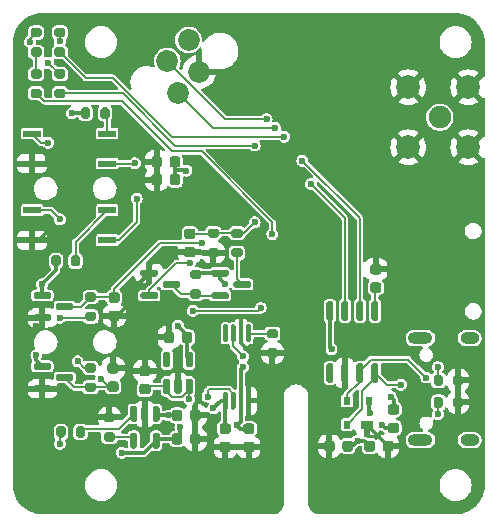
<source format=gbr>
G04 #@! TF.GenerationSoftware,KiCad,Pcbnew,7.0.3*
G04 #@! TF.CreationDate,2023-05-21T14:10:43+02:00*
G04 #@! TF.ProjectId,ultramote,756c7472-616d-46f7-9465-2e6b69636164,0.2a*
G04 #@! TF.SameCoordinates,Original*
G04 #@! TF.FileFunction,Copper,L2,Bot*
G04 #@! TF.FilePolarity,Positive*
%FSLAX46Y46*%
G04 Gerber Fmt 4.6, Leading zero omitted, Abs format (unit mm)*
G04 Created by KiCad (PCBNEW 7.0.3) date 2023-05-21 14:10:43*
%MOMM*%
%LPD*%
G01*
G04 APERTURE LIST*
G04 #@! TA.AperFunction,ComponentPad*
%ADD10O,2.100000X1.000000*%
G04 #@! TD*
G04 #@! TA.AperFunction,ComponentPad*
%ADD11O,1.600000X1.000000*%
G04 #@! TD*
G04 #@! TA.AperFunction,ComponentPad*
%ADD12C,1.900000*%
G04 #@! TD*
G04 #@! TA.AperFunction,ComponentPad*
%ADD13C,2.000000*%
G04 #@! TD*
G04 #@! TA.AperFunction,ComponentPad*
%ADD14C,1.850000*%
G04 #@! TD*
G04 #@! TA.AperFunction,SMDPad,CuDef*
%ADD15R,1.000000X0.700000*%
G04 #@! TD*
G04 #@! TA.AperFunction,SMDPad,CuDef*
%ADD16R,0.600000X0.700000*%
G04 #@! TD*
G04 #@! TA.AperFunction,SMDPad,CuDef*
%ADD17R,1.500000X0.600000*%
G04 #@! TD*
G04 #@! TA.AperFunction,ViaPad*
%ADD18C,0.600000*%
G04 #@! TD*
G04 #@! TA.AperFunction,Conductor*
%ADD19C,0.300000*%
G04 #@! TD*
G04 #@! TA.AperFunction,Conductor*
%ADD20C,0.150000*%
G04 #@! TD*
G04 #@! TA.AperFunction,Conductor*
%ADD21C,0.180000*%
G04 #@! TD*
G04 #@! TA.AperFunction,Conductor*
%ADD22C,0.200000*%
G04 #@! TD*
G04 APERTURE END LIST*
D10*
X122023461Y-93198938D03*
D11*
X126203461Y-93198938D03*
X126203461Y-84558938D03*
D10*
X122023461Y-84558938D03*
D12*
X123667000Y-65860000D03*
D13*
X121000000Y-68400000D03*
X126080000Y-68400000D03*
X121000000Y-63320000D03*
X126080000Y-63320000D03*
D14*
X102398026Y-59305923D03*
X100601974Y-61101974D03*
X101500000Y-63796051D03*
X103296051Y-62000000D03*
G04 #@! TA.AperFunction,SMDPad,CuDef*
G36*
G01*
X93825000Y-80666804D02*
X94375000Y-80666804D01*
G75*
G02*
X94575000Y-80866804I0J-200000D01*
G01*
X94575000Y-81266804D01*
G75*
G02*
X94375000Y-81466804I-200000J0D01*
G01*
X93825000Y-81466804D01*
G75*
G02*
X93625000Y-81266804I0J200000D01*
G01*
X93625000Y-80866804D01*
G75*
G02*
X93825000Y-80666804I200000J0D01*
G01*
G37*
G04 #@! TD.AperFunction*
G04 #@! TA.AperFunction,SMDPad,CuDef*
G36*
G01*
X93825000Y-82316804D02*
X94375000Y-82316804D01*
G75*
G02*
X94575000Y-82516804I0J-200000D01*
G01*
X94575000Y-82916804D01*
G75*
G02*
X94375000Y-83116804I-200000J0D01*
G01*
X93825000Y-83116804D01*
G75*
G02*
X93625000Y-82916804I0J200000D01*
G01*
X93625000Y-82516804D01*
G75*
G02*
X93825000Y-82316804I200000J0D01*
G01*
G37*
G04 #@! TD.AperFunction*
G04 #@! TA.AperFunction,SMDPad,CuDef*
G36*
G01*
X98950000Y-89325000D02*
X98450000Y-89325000D01*
G75*
G02*
X98225000Y-89100000I0J225000D01*
G01*
X98225000Y-88650000D01*
G75*
G02*
X98450000Y-88425000I225000J0D01*
G01*
X98950000Y-88425000D01*
G75*
G02*
X99175000Y-88650000I0J-225000D01*
G01*
X99175000Y-89100000D01*
G75*
G02*
X98950000Y-89325000I-225000J0D01*
G01*
G37*
G04 #@! TD.AperFunction*
G04 #@! TA.AperFunction,SMDPad,CuDef*
G36*
G01*
X98950000Y-87775000D02*
X98450000Y-87775000D01*
G75*
G02*
X98225000Y-87550000I0J225000D01*
G01*
X98225000Y-87100000D01*
G75*
G02*
X98450000Y-86875000I225000J0D01*
G01*
X98950000Y-86875000D01*
G75*
G02*
X99175000Y-87100000I0J-225000D01*
G01*
X99175000Y-87550000D01*
G75*
G02*
X98950000Y-87775000I-225000J0D01*
G01*
G37*
G04 #@! TD.AperFunction*
G04 #@! TA.AperFunction,SMDPad,CuDef*
G36*
G01*
X102250000Y-75275000D02*
X102750000Y-75275000D01*
G75*
G02*
X102975000Y-75500000I0J-225000D01*
G01*
X102975000Y-75950000D01*
G75*
G02*
X102750000Y-76175000I-225000J0D01*
G01*
X102250000Y-76175000D01*
G75*
G02*
X102025000Y-75950000I0J225000D01*
G01*
X102025000Y-75500000D01*
G75*
G02*
X102250000Y-75275000I225000J0D01*
G01*
G37*
G04 #@! TD.AperFunction*
G04 #@! TA.AperFunction,SMDPad,CuDef*
G36*
G01*
X102250000Y-76825000D02*
X102750000Y-76825000D01*
G75*
G02*
X102975000Y-77050000I0J-225000D01*
G01*
X102975000Y-77500000D01*
G75*
G02*
X102750000Y-77725000I-225000J0D01*
G01*
X102250000Y-77725000D01*
G75*
G02*
X102025000Y-77500000I0J225000D01*
G01*
X102025000Y-77050000D01*
G75*
G02*
X102250000Y-76825000I225000J0D01*
G01*
G37*
G04 #@! TD.AperFunction*
G04 #@! TA.AperFunction,SMDPad,CuDef*
G36*
G01*
X89775000Y-64225000D02*
X89225000Y-64225000D01*
G75*
G02*
X89025000Y-64025000I0J200000D01*
G01*
X89025000Y-63625000D01*
G75*
G02*
X89225000Y-63425000I200000J0D01*
G01*
X89775000Y-63425000D01*
G75*
G02*
X89975000Y-63625000I0J-200000D01*
G01*
X89975000Y-64025000D01*
G75*
G02*
X89775000Y-64225000I-200000J0D01*
G01*
G37*
G04 #@! TD.AperFunction*
G04 #@! TA.AperFunction,SMDPad,CuDef*
G36*
G01*
X89775000Y-62575000D02*
X89225000Y-62575000D01*
G75*
G02*
X89025000Y-62375000I0J200000D01*
G01*
X89025000Y-61975000D01*
G75*
G02*
X89225000Y-61775000I200000J0D01*
G01*
X89775000Y-61775000D01*
G75*
G02*
X89975000Y-61975000I0J-200000D01*
G01*
X89975000Y-62375000D01*
G75*
G02*
X89775000Y-62575000I-200000J0D01*
G01*
G37*
G04 #@! TD.AperFunction*
G04 #@! TA.AperFunction,SMDPad,CuDef*
G36*
G01*
X97600000Y-90300000D02*
X97900000Y-90300000D01*
G75*
G02*
X98050000Y-90450000I0J-150000D01*
G01*
X98050000Y-91475000D01*
G75*
G02*
X97900000Y-91625000I-150000J0D01*
G01*
X97600000Y-91625000D01*
G75*
G02*
X97450000Y-91475000I0J150000D01*
G01*
X97450000Y-90450000D01*
G75*
G02*
X97600000Y-90300000I150000J0D01*
G01*
G37*
G04 #@! TD.AperFunction*
G04 #@! TA.AperFunction,SMDPad,CuDef*
G36*
G01*
X98550000Y-90300000D02*
X98850000Y-90300000D01*
G75*
G02*
X99000000Y-90450000I0J-150000D01*
G01*
X99000000Y-91475000D01*
G75*
G02*
X98850000Y-91625000I-150000J0D01*
G01*
X98550000Y-91625000D01*
G75*
G02*
X98400000Y-91475000I0J150000D01*
G01*
X98400000Y-90450000D01*
G75*
G02*
X98550000Y-90300000I150000J0D01*
G01*
G37*
G04 #@! TD.AperFunction*
G04 #@! TA.AperFunction,SMDPad,CuDef*
G36*
G01*
X99500000Y-90300000D02*
X99800000Y-90300000D01*
G75*
G02*
X99950000Y-90450000I0J-150000D01*
G01*
X99950000Y-91475000D01*
G75*
G02*
X99800000Y-91625000I-150000J0D01*
G01*
X99500000Y-91625000D01*
G75*
G02*
X99350000Y-91475000I0J150000D01*
G01*
X99350000Y-90450000D01*
G75*
G02*
X99500000Y-90300000I150000J0D01*
G01*
G37*
G04 #@! TD.AperFunction*
G04 #@! TA.AperFunction,SMDPad,CuDef*
G36*
G01*
X99500000Y-92575000D02*
X99800000Y-92575000D01*
G75*
G02*
X99950000Y-92725000I0J-150000D01*
G01*
X99950000Y-93750000D01*
G75*
G02*
X99800000Y-93900000I-150000J0D01*
G01*
X99500000Y-93900000D01*
G75*
G02*
X99350000Y-93750000I0J150000D01*
G01*
X99350000Y-92725000D01*
G75*
G02*
X99500000Y-92575000I150000J0D01*
G01*
G37*
G04 #@! TD.AperFunction*
G04 #@! TA.AperFunction,SMDPad,CuDef*
G36*
G01*
X97600000Y-92575000D02*
X97900000Y-92575000D01*
G75*
G02*
X98050000Y-92725000I0J-150000D01*
G01*
X98050000Y-93750000D01*
G75*
G02*
X97900000Y-93900000I-150000J0D01*
G01*
X97600000Y-93900000D01*
G75*
G02*
X97450000Y-93750000I0J150000D01*
G01*
X97450000Y-92725000D01*
G75*
G02*
X97600000Y-92575000I150000J0D01*
G01*
G37*
G04 #@! TD.AperFunction*
G04 #@! TA.AperFunction,SMDPad,CuDef*
G36*
G01*
X104225000Y-75275000D02*
X104775000Y-75275000D01*
G75*
G02*
X104975000Y-75475000I0J-200000D01*
G01*
X104975000Y-75875000D01*
G75*
G02*
X104775000Y-76075000I-200000J0D01*
G01*
X104225000Y-76075000D01*
G75*
G02*
X104025000Y-75875000I0J200000D01*
G01*
X104025000Y-75475000D01*
G75*
G02*
X104225000Y-75275000I200000J0D01*
G01*
G37*
G04 #@! TD.AperFunction*
G04 #@! TA.AperFunction,SMDPad,CuDef*
G36*
G01*
X104225000Y-76925000D02*
X104775000Y-76925000D01*
G75*
G02*
X104975000Y-77125000I0J-200000D01*
G01*
X104975000Y-77525000D01*
G75*
G02*
X104775000Y-77725000I-200000J0D01*
G01*
X104225000Y-77725000D01*
G75*
G02*
X104025000Y-77525000I0J200000D01*
G01*
X104025000Y-77125000D01*
G75*
G02*
X104225000Y-76925000I200000J0D01*
G01*
G37*
G04 #@! TD.AperFunction*
G04 #@! TA.AperFunction,SMDPad,CuDef*
G36*
G01*
X93646539Y-92225000D02*
X93646539Y-92775000D01*
G75*
G02*
X93446539Y-92975000I-200000J0D01*
G01*
X93046539Y-92975000D01*
G75*
G02*
X92846539Y-92775000I0J200000D01*
G01*
X92846539Y-92225000D01*
G75*
G02*
X93046539Y-92025000I200000J0D01*
G01*
X93446539Y-92025000D01*
G75*
G02*
X93646539Y-92225000I0J-200000D01*
G01*
G37*
G04 #@! TD.AperFunction*
G04 #@! TA.AperFunction,SMDPad,CuDef*
G36*
G01*
X91996539Y-92225000D02*
X91996539Y-92775000D01*
G75*
G02*
X91796539Y-92975000I-200000J0D01*
G01*
X91396539Y-92975000D01*
G75*
G02*
X91196539Y-92775000I0J200000D01*
G01*
X91196539Y-92225000D01*
G75*
G02*
X91396539Y-92025000I200000J0D01*
G01*
X91796539Y-92025000D01*
G75*
G02*
X91996539Y-92225000I0J-200000D01*
G01*
G37*
G04 #@! TD.AperFunction*
G04 #@! TA.AperFunction,SMDPad,CuDef*
G36*
G01*
X123150000Y-90275000D02*
X123150000Y-89725000D01*
G75*
G02*
X123350000Y-89525000I200000J0D01*
G01*
X123750000Y-89525000D01*
G75*
G02*
X123950000Y-89725000I0J-200000D01*
G01*
X123950000Y-90275000D01*
G75*
G02*
X123750000Y-90475000I-200000J0D01*
G01*
X123350000Y-90475000D01*
G75*
G02*
X123150000Y-90275000I0J200000D01*
G01*
G37*
G04 #@! TD.AperFunction*
G04 #@! TA.AperFunction,SMDPad,CuDef*
G36*
G01*
X124800000Y-90275000D02*
X124800000Y-89725000D01*
G75*
G02*
X125000000Y-89525000I200000J0D01*
G01*
X125400000Y-89525000D01*
G75*
G02*
X125600000Y-89725000I0J-200000D01*
G01*
X125600000Y-90275000D01*
G75*
G02*
X125400000Y-90475000I-200000J0D01*
G01*
X125000000Y-90475000D01*
G75*
G02*
X124800000Y-90275000I0J200000D01*
G01*
G37*
G04 #@! TD.AperFunction*
G04 #@! TA.AperFunction,SMDPad,CuDef*
G36*
G01*
X104325000Y-81100000D02*
X104325000Y-80800000D01*
G75*
G02*
X104475000Y-80650000I150000J0D01*
G01*
X105650000Y-80650000D01*
G75*
G02*
X105800000Y-80800000I0J-150000D01*
G01*
X105800000Y-81100000D01*
G75*
G02*
X105650000Y-81250000I-150000J0D01*
G01*
X104475000Y-81250000D01*
G75*
G02*
X104325000Y-81100000I0J150000D01*
G01*
G37*
G04 #@! TD.AperFunction*
G04 #@! TA.AperFunction,SMDPad,CuDef*
G36*
G01*
X104325000Y-79200000D02*
X104325000Y-78900000D01*
G75*
G02*
X104475000Y-78750000I150000J0D01*
G01*
X105650000Y-78750000D01*
G75*
G02*
X105800000Y-78900000I0J-150000D01*
G01*
X105800000Y-79200000D01*
G75*
G02*
X105650000Y-79350000I-150000J0D01*
G01*
X104475000Y-79350000D01*
G75*
G02*
X104325000Y-79200000I0J150000D01*
G01*
G37*
G04 #@! TD.AperFunction*
G04 #@! TA.AperFunction,SMDPad,CuDef*
G36*
G01*
X106200000Y-80150000D02*
X106200000Y-79850000D01*
G75*
G02*
X106350000Y-79700000I150000J0D01*
G01*
X107525000Y-79700000D01*
G75*
G02*
X107675000Y-79850000I0J-150000D01*
G01*
X107675000Y-80150000D01*
G75*
G02*
X107525000Y-80300000I-150000J0D01*
G01*
X106350000Y-80300000D01*
G75*
G02*
X106200000Y-80150000I0J150000D01*
G01*
G37*
G04 #@! TD.AperFunction*
G04 #@! TA.AperFunction,SMDPad,CuDef*
G36*
G01*
X89287500Y-82991804D02*
X89287500Y-82691804D01*
G75*
G02*
X89437500Y-82541804I150000J0D01*
G01*
X90612500Y-82541804D01*
G75*
G02*
X90762500Y-82691804I0J-150000D01*
G01*
X90762500Y-82991804D01*
G75*
G02*
X90612500Y-83141804I-150000J0D01*
G01*
X89437500Y-83141804D01*
G75*
G02*
X89287500Y-82991804I0J150000D01*
G01*
G37*
G04 #@! TD.AperFunction*
G04 #@! TA.AperFunction,SMDPad,CuDef*
G36*
G01*
X89287500Y-81091804D02*
X89287500Y-80791804D01*
G75*
G02*
X89437500Y-80641804I150000J0D01*
G01*
X90612500Y-80641804D01*
G75*
G02*
X90762500Y-80791804I0J-150000D01*
G01*
X90762500Y-81091804D01*
G75*
G02*
X90612500Y-81241804I-150000J0D01*
G01*
X89437500Y-81241804D01*
G75*
G02*
X89287500Y-81091804I0J150000D01*
G01*
G37*
G04 #@! TD.AperFunction*
G04 #@! TA.AperFunction,SMDPad,CuDef*
G36*
G01*
X91162500Y-82041804D02*
X91162500Y-81741804D01*
G75*
G02*
X91312500Y-81591804I150000J0D01*
G01*
X92487500Y-81591804D01*
G75*
G02*
X92637500Y-81741804I0J-150000D01*
G01*
X92637500Y-82041804D01*
G75*
G02*
X92487500Y-82191804I-150000J0D01*
G01*
X91312500Y-82191804D01*
G75*
G02*
X91162500Y-82041804I0J150000D01*
G01*
G37*
G04 #@! TD.AperFunction*
G04 #@! TA.AperFunction,SMDPad,CuDef*
G36*
G01*
X101695000Y-69380000D02*
X101695000Y-69880000D01*
G75*
G02*
X101470000Y-70105000I-225000J0D01*
G01*
X101020000Y-70105000D01*
G75*
G02*
X100795000Y-69880000I0J225000D01*
G01*
X100795000Y-69380000D01*
G75*
G02*
X101020000Y-69155000I225000J0D01*
G01*
X101470000Y-69155000D01*
G75*
G02*
X101695000Y-69380000I0J-225000D01*
G01*
G37*
G04 #@! TD.AperFunction*
G04 #@! TA.AperFunction,SMDPad,CuDef*
G36*
G01*
X100145000Y-69380000D02*
X100145000Y-69880000D01*
G75*
G02*
X99920000Y-70105000I-225000J0D01*
G01*
X99470000Y-70105000D01*
G75*
G02*
X99245000Y-69880000I0J225000D01*
G01*
X99245000Y-69380000D01*
G75*
G02*
X99470000Y-69155000I225000J0D01*
G01*
X99920000Y-69155000D01*
G75*
G02*
X100145000Y-69380000I0J-225000D01*
G01*
G37*
G04 #@! TD.AperFunction*
G04 #@! TA.AperFunction,SMDPad,CuDef*
G36*
G01*
X105250000Y-91775000D02*
X105750000Y-91775000D01*
G75*
G02*
X105975000Y-92000000I0J-225000D01*
G01*
X105975000Y-92450000D01*
G75*
G02*
X105750000Y-92675000I-225000J0D01*
G01*
X105250000Y-92675000D01*
G75*
G02*
X105025000Y-92450000I0J225000D01*
G01*
X105025000Y-92000000D01*
G75*
G02*
X105250000Y-91775000I225000J0D01*
G01*
G37*
G04 #@! TD.AperFunction*
G04 #@! TA.AperFunction,SMDPad,CuDef*
G36*
G01*
X105250000Y-93325000D02*
X105750000Y-93325000D01*
G75*
G02*
X105975000Y-93550000I0J-225000D01*
G01*
X105975000Y-94000000D01*
G75*
G02*
X105750000Y-94225000I-225000J0D01*
G01*
X105250000Y-94225000D01*
G75*
G02*
X105025000Y-94000000I0J225000D01*
G01*
X105025000Y-93550000D01*
G75*
G02*
X105250000Y-93325000I225000J0D01*
G01*
G37*
G04 #@! TD.AperFunction*
G04 #@! TA.AperFunction,SMDPad,CuDef*
G36*
G01*
X94375000Y-89116804D02*
X93825000Y-89116804D01*
G75*
G02*
X93625000Y-88916804I0J200000D01*
G01*
X93625000Y-88516804D01*
G75*
G02*
X93825000Y-88316804I200000J0D01*
G01*
X94375000Y-88316804D01*
G75*
G02*
X94575000Y-88516804I0J-200000D01*
G01*
X94575000Y-88916804D01*
G75*
G02*
X94375000Y-89116804I-200000J0D01*
G01*
G37*
G04 #@! TD.AperFunction*
G04 #@! TA.AperFunction,SMDPad,CuDef*
G36*
G01*
X94375000Y-87466804D02*
X93825000Y-87466804D01*
G75*
G02*
X93625000Y-87266804I0J200000D01*
G01*
X93625000Y-86866804D01*
G75*
G02*
X93825000Y-86666804I200000J0D01*
G01*
X94375000Y-86666804D01*
G75*
G02*
X94575000Y-86866804I0J-200000D01*
G01*
X94575000Y-87266804D01*
G75*
G02*
X94375000Y-87466804I-200000J0D01*
G01*
G37*
G04 #@! TD.AperFunction*
G04 #@! TA.AperFunction,SMDPad,CuDef*
G36*
G01*
X103275000Y-81225000D02*
X102725000Y-81225000D01*
G75*
G02*
X102525000Y-81025000I0J200000D01*
G01*
X102525000Y-80625000D01*
G75*
G02*
X102725000Y-80425000I200000J0D01*
G01*
X103275000Y-80425000D01*
G75*
G02*
X103475000Y-80625000I0J-200000D01*
G01*
X103475000Y-81025000D01*
G75*
G02*
X103275000Y-81225000I-200000J0D01*
G01*
G37*
G04 #@! TD.AperFunction*
G04 #@! TA.AperFunction,SMDPad,CuDef*
G36*
G01*
X103275000Y-79575000D02*
X102725000Y-79575000D01*
G75*
G02*
X102525000Y-79375000I0J200000D01*
G01*
X102525000Y-78975000D01*
G75*
G02*
X102725000Y-78775000I200000J0D01*
G01*
X103275000Y-78775000D01*
G75*
G02*
X103475000Y-78975000I0J-200000D01*
G01*
X103475000Y-79375000D01*
G75*
G02*
X103275000Y-79575000I-200000J0D01*
G01*
G37*
G04 #@! TD.AperFunction*
G04 #@! TA.AperFunction,SMDPad,CuDef*
G36*
G01*
X105425000Y-83400000D02*
X105625000Y-83400000D01*
G75*
G02*
X105725000Y-83500000I0J-100000D01*
G01*
X105725000Y-84775000D01*
G75*
G02*
X105625000Y-84875000I-100000J0D01*
G01*
X105425000Y-84875000D01*
G75*
G02*
X105325000Y-84775000I0J100000D01*
G01*
X105325000Y-83500000D01*
G75*
G02*
X105425000Y-83400000I100000J0D01*
G01*
G37*
G04 #@! TD.AperFunction*
G04 #@! TA.AperFunction,SMDPad,CuDef*
G36*
G01*
X106075000Y-83400000D02*
X106275000Y-83400000D01*
G75*
G02*
X106375000Y-83500000I0J-100000D01*
G01*
X106375000Y-84775000D01*
G75*
G02*
X106275000Y-84875000I-100000J0D01*
G01*
X106075000Y-84875000D01*
G75*
G02*
X105975000Y-84775000I0J100000D01*
G01*
X105975000Y-83500000D01*
G75*
G02*
X106075000Y-83400000I100000J0D01*
G01*
G37*
G04 #@! TD.AperFunction*
G04 #@! TA.AperFunction,SMDPad,CuDef*
G36*
G01*
X106725000Y-83400000D02*
X106925000Y-83400000D01*
G75*
G02*
X107025000Y-83500000I0J-100000D01*
G01*
X107025000Y-84775000D01*
G75*
G02*
X106925000Y-84875000I-100000J0D01*
G01*
X106725000Y-84875000D01*
G75*
G02*
X106625000Y-84775000I0J100000D01*
G01*
X106625000Y-83500000D01*
G75*
G02*
X106725000Y-83400000I100000J0D01*
G01*
G37*
G04 #@! TD.AperFunction*
G04 #@! TA.AperFunction,SMDPad,CuDef*
G36*
G01*
X107375000Y-83400000D02*
X107575000Y-83400000D01*
G75*
G02*
X107675000Y-83500000I0J-100000D01*
G01*
X107675000Y-84775000D01*
G75*
G02*
X107575000Y-84875000I-100000J0D01*
G01*
X107375000Y-84875000D01*
G75*
G02*
X107275000Y-84775000I0J100000D01*
G01*
X107275000Y-83500000D01*
G75*
G02*
X107375000Y-83400000I100000J0D01*
G01*
G37*
G04 #@! TD.AperFunction*
G04 #@! TA.AperFunction,SMDPad,CuDef*
G36*
G01*
X107375000Y-89125000D02*
X107575000Y-89125000D01*
G75*
G02*
X107675000Y-89225000I0J-100000D01*
G01*
X107675000Y-90500000D01*
G75*
G02*
X107575000Y-90600000I-100000J0D01*
G01*
X107375000Y-90600000D01*
G75*
G02*
X107275000Y-90500000I0J100000D01*
G01*
X107275000Y-89225000D01*
G75*
G02*
X107375000Y-89125000I100000J0D01*
G01*
G37*
G04 #@! TD.AperFunction*
G04 #@! TA.AperFunction,SMDPad,CuDef*
G36*
G01*
X106725000Y-89125000D02*
X106925000Y-89125000D01*
G75*
G02*
X107025000Y-89225000I0J-100000D01*
G01*
X107025000Y-90500000D01*
G75*
G02*
X106925000Y-90600000I-100000J0D01*
G01*
X106725000Y-90600000D01*
G75*
G02*
X106625000Y-90500000I0J100000D01*
G01*
X106625000Y-89225000D01*
G75*
G02*
X106725000Y-89125000I100000J0D01*
G01*
G37*
G04 #@! TD.AperFunction*
G04 #@! TA.AperFunction,SMDPad,CuDef*
G36*
G01*
X106075000Y-89125000D02*
X106275000Y-89125000D01*
G75*
G02*
X106375000Y-89225000I0J-100000D01*
G01*
X106375000Y-90500000D01*
G75*
G02*
X106275000Y-90600000I-100000J0D01*
G01*
X106075000Y-90600000D01*
G75*
G02*
X105975000Y-90500000I0J100000D01*
G01*
X105975000Y-89225000D01*
G75*
G02*
X106075000Y-89125000I100000J0D01*
G01*
G37*
G04 #@! TD.AperFunction*
G04 #@! TA.AperFunction,SMDPad,CuDef*
G36*
G01*
X105425000Y-89125000D02*
X105625000Y-89125000D01*
G75*
G02*
X105725000Y-89225000I0J-100000D01*
G01*
X105725000Y-90500000D01*
G75*
G02*
X105625000Y-90600000I-100000J0D01*
G01*
X105425000Y-90600000D01*
G75*
G02*
X105325000Y-90500000I0J100000D01*
G01*
X105325000Y-89225000D01*
G75*
G02*
X105425000Y-89125000I100000J0D01*
G01*
G37*
G04 #@! TD.AperFunction*
G04 #@! TA.AperFunction,SMDPad,CuDef*
G36*
G01*
X95850000Y-80666804D02*
X96350000Y-80666804D01*
G75*
G02*
X96575000Y-80891804I0J-225000D01*
G01*
X96575000Y-81341804D01*
G75*
G02*
X96350000Y-81566804I-225000J0D01*
G01*
X95850000Y-81566804D01*
G75*
G02*
X95625000Y-81341804I0J225000D01*
G01*
X95625000Y-80891804D01*
G75*
G02*
X95850000Y-80666804I225000J0D01*
G01*
G37*
G04 #@! TD.AperFunction*
G04 #@! TA.AperFunction,SMDPad,CuDef*
G36*
G01*
X95850000Y-82216804D02*
X96350000Y-82216804D01*
G75*
G02*
X96575000Y-82441804I0J-225000D01*
G01*
X96575000Y-82891804D01*
G75*
G02*
X96350000Y-83116804I-225000J0D01*
G01*
X95850000Y-83116804D01*
G75*
G02*
X95625000Y-82891804I0J225000D01*
G01*
X95625000Y-82441804D01*
G75*
G02*
X95850000Y-82216804I225000J0D01*
G01*
G37*
G04 #@! TD.AperFunction*
G04 #@! TA.AperFunction,SMDPad,CuDef*
G36*
G01*
X109225000Y-83775000D02*
X109775000Y-83775000D01*
G75*
G02*
X109975000Y-83975000I0J-200000D01*
G01*
X109975000Y-84375000D01*
G75*
G02*
X109775000Y-84575000I-200000J0D01*
G01*
X109225000Y-84575000D01*
G75*
G02*
X109025000Y-84375000I0J200000D01*
G01*
X109025000Y-83975000D01*
G75*
G02*
X109225000Y-83775000I200000J0D01*
G01*
G37*
G04 #@! TD.AperFunction*
G04 #@! TA.AperFunction,SMDPad,CuDef*
G36*
G01*
X109225000Y-85425000D02*
X109775000Y-85425000D01*
G75*
G02*
X109975000Y-85625000I0J-200000D01*
G01*
X109975000Y-86025000D01*
G75*
G02*
X109775000Y-86225000I-200000J0D01*
G01*
X109225000Y-86225000D01*
G75*
G02*
X109025000Y-86025000I0J200000D01*
G01*
X109025000Y-85625000D01*
G75*
G02*
X109225000Y-85425000I200000J0D01*
G01*
G37*
G04 #@! TD.AperFunction*
G04 #@! TA.AperFunction,SMDPad,CuDef*
G36*
G01*
X98325000Y-81100000D02*
X98325000Y-80800000D01*
G75*
G02*
X98475000Y-80650000I150000J0D01*
G01*
X99650000Y-80650000D01*
G75*
G02*
X99800000Y-80800000I0J-150000D01*
G01*
X99800000Y-81100000D01*
G75*
G02*
X99650000Y-81250000I-150000J0D01*
G01*
X98475000Y-81250000D01*
G75*
G02*
X98325000Y-81100000I0J150000D01*
G01*
G37*
G04 #@! TD.AperFunction*
G04 #@! TA.AperFunction,SMDPad,CuDef*
G36*
G01*
X98325000Y-79200000D02*
X98325000Y-78900000D01*
G75*
G02*
X98475000Y-78750000I150000J0D01*
G01*
X99650000Y-78750000D01*
G75*
G02*
X99800000Y-78900000I0J-150000D01*
G01*
X99800000Y-79200000D01*
G75*
G02*
X99650000Y-79350000I-150000J0D01*
G01*
X98475000Y-79350000D01*
G75*
G02*
X98325000Y-79200000I0J150000D01*
G01*
G37*
G04 #@! TD.AperFunction*
G04 #@! TA.AperFunction,SMDPad,CuDef*
G36*
G01*
X100200000Y-80150000D02*
X100200000Y-79850000D01*
G75*
G02*
X100350000Y-79700000I150000J0D01*
G01*
X101525000Y-79700000D01*
G75*
G02*
X101675000Y-79850000I0J-150000D01*
G01*
X101675000Y-80150000D01*
G75*
G02*
X101525000Y-80300000I-150000J0D01*
G01*
X100350000Y-80300000D01*
G75*
G02*
X100200000Y-80150000I0J150000D01*
G01*
G37*
G04 #@! TD.AperFunction*
G04 #@! TA.AperFunction,SMDPad,CuDef*
G36*
G01*
X100975000Y-93350000D02*
X100975000Y-92850000D01*
G75*
G02*
X101200000Y-92625000I225000J0D01*
G01*
X101650000Y-92625000D01*
G75*
G02*
X101875000Y-92850000I0J-225000D01*
G01*
X101875000Y-93350000D01*
G75*
G02*
X101650000Y-93575000I-225000J0D01*
G01*
X101200000Y-93575000D01*
G75*
G02*
X100975000Y-93350000I0J225000D01*
G01*
G37*
G04 #@! TD.AperFunction*
G04 #@! TA.AperFunction,SMDPad,CuDef*
G36*
G01*
X102525000Y-93350000D02*
X102525000Y-92850000D01*
G75*
G02*
X102750000Y-92625000I225000J0D01*
G01*
X103200000Y-92625000D01*
G75*
G02*
X103425000Y-92850000I0J-225000D01*
G01*
X103425000Y-93350000D01*
G75*
G02*
X103200000Y-93575000I-225000J0D01*
G01*
X102750000Y-93575000D01*
G75*
G02*
X102525000Y-93350000I0J225000D01*
G01*
G37*
G04 #@! TD.AperFunction*
G04 #@! TA.AperFunction,SMDPad,CuDef*
G36*
G01*
X116325000Y-93450000D02*
X116325000Y-93950000D01*
G75*
G02*
X116100000Y-94175000I-225000J0D01*
G01*
X115650000Y-94175000D01*
G75*
G02*
X115425000Y-93950000I0J225000D01*
G01*
X115425000Y-93450000D01*
G75*
G02*
X115650000Y-93225000I225000J0D01*
G01*
X116100000Y-93225000D01*
G75*
G02*
X116325000Y-93450000I0J-225000D01*
G01*
G37*
G04 #@! TD.AperFunction*
G04 #@! TA.AperFunction,SMDPad,CuDef*
G36*
G01*
X114775000Y-93450000D02*
X114775000Y-93950000D01*
G75*
G02*
X114550000Y-94175000I-225000J0D01*
G01*
X114100000Y-94175000D01*
G75*
G02*
X113875000Y-93950000I0J225000D01*
G01*
X113875000Y-93450000D01*
G75*
G02*
X114100000Y-93225000I225000J0D01*
G01*
X114550000Y-93225000D01*
G75*
G02*
X114775000Y-93450000I0J-225000D01*
G01*
G37*
G04 #@! TD.AperFunction*
G04 #@! TA.AperFunction,SMDPad,CuDef*
G36*
G01*
X118500000Y-80725000D02*
X118000000Y-80725000D01*
G75*
G02*
X117775000Y-80500000I0J225000D01*
G01*
X117775000Y-80050000D01*
G75*
G02*
X118000000Y-79825000I225000J0D01*
G01*
X118500000Y-79825000D01*
G75*
G02*
X118725000Y-80050000I0J-225000D01*
G01*
X118725000Y-80500000D01*
G75*
G02*
X118500000Y-80725000I-225000J0D01*
G01*
G37*
G04 #@! TD.AperFunction*
G04 #@! TA.AperFunction,SMDPad,CuDef*
G36*
G01*
X118500000Y-79175000D02*
X118000000Y-79175000D01*
G75*
G02*
X117775000Y-78950000I0J225000D01*
G01*
X117775000Y-78500000D01*
G75*
G02*
X118000000Y-78275000I225000J0D01*
G01*
X118500000Y-78275000D01*
G75*
G02*
X118725000Y-78500000I0J-225000D01*
G01*
X118725000Y-78950000D01*
G75*
G02*
X118500000Y-79175000I-225000J0D01*
G01*
G37*
G04 #@! TD.AperFunction*
G04 #@! TA.AperFunction,SMDPad,CuDef*
G36*
G01*
X93275000Y-65775000D02*
X93275000Y-65225000D01*
G75*
G02*
X93475000Y-65025000I200000J0D01*
G01*
X93875000Y-65025000D01*
G75*
G02*
X94075000Y-65225000I0J-200000D01*
G01*
X94075000Y-65775000D01*
G75*
G02*
X93875000Y-65975000I-200000J0D01*
G01*
X93475000Y-65975000D01*
G75*
G02*
X93275000Y-65775000I0J200000D01*
G01*
G37*
G04 #@! TD.AperFunction*
G04 #@! TA.AperFunction,SMDPad,CuDef*
G36*
G01*
X94925000Y-65775000D02*
X94925000Y-65225000D01*
G75*
G02*
X95125000Y-65025000I200000J0D01*
G01*
X95525000Y-65025000D01*
G75*
G02*
X95725000Y-65225000I0J-200000D01*
G01*
X95725000Y-65775000D01*
G75*
G02*
X95525000Y-65975000I-200000J0D01*
G01*
X95125000Y-65975000D01*
G75*
G02*
X94925000Y-65775000I0J200000D01*
G01*
G37*
G04 #@! TD.AperFunction*
G04 #@! TA.AperFunction,SMDPad,CuDef*
G36*
G01*
X91775000Y-64225000D02*
X91225000Y-64225000D01*
G75*
G02*
X91025000Y-64025000I0J200000D01*
G01*
X91025000Y-63625000D01*
G75*
G02*
X91225000Y-63425000I200000J0D01*
G01*
X91775000Y-63425000D01*
G75*
G02*
X91975000Y-63625000I0J-200000D01*
G01*
X91975000Y-64025000D01*
G75*
G02*
X91775000Y-64225000I-200000J0D01*
G01*
G37*
G04 #@! TD.AperFunction*
G04 #@! TA.AperFunction,SMDPad,CuDef*
G36*
G01*
X91775000Y-62575000D02*
X91225000Y-62575000D01*
G75*
G02*
X91025000Y-62375000I0J200000D01*
G01*
X91025000Y-61975000D01*
G75*
G02*
X91225000Y-61775000I200000J0D01*
G01*
X91775000Y-61775000D01*
G75*
G02*
X91975000Y-61975000I0J-200000D01*
G01*
X91975000Y-62375000D01*
G75*
G02*
X91775000Y-62575000I-200000J0D01*
G01*
G37*
G04 #@! TD.AperFunction*
G04 #@! TA.AperFunction,SMDPad,CuDef*
G36*
G01*
X91775000Y-60725000D02*
X91225000Y-60725000D01*
G75*
G02*
X91025000Y-60525000I0J200000D01*
G01*
X91025000Y-60125000D01*
G75*
G02*
X91225000Y-59925000I200000J0D01*
G01*
X91775000Y-59925000D01*
G75*
G02*
X91975000Y-60125000I0J-200000D01*
G01*
X91975000Y-60525000D01*
G75*
G02*
X91775000Y-60725000I-200000J0D01*
G01*
G37*
G04 #@! TD.AperFunction*
G04 #@! TA.AperFunction,SMDPad,CuDef*
G36*
G01*
X91775000Y-59075000D02*
X91225000Y-59075000D01*
G75*
G02*
X91025000Y-58875000I0J200000D01*
G01*
X91025000Y-58475000D01*
G75*
G02*
X91225000Y-58275000I200000J0D01*
G01*
X91775000Y-58275000D01*
G75*
G02*
X91975000Y-58475000I0J-200000D01*
G01*
X91975000Y-58875000D01*
G75*
G02*
X91775000Y-59075000I-200000J0D01*
G01*
G37*
G04 #@! TD.AperFunction*
G04 #@! TA.AperFunction,SMDPad,CuDef*
G36*
G01*
X101695000Y-70880000D02*
X101695000Y-71380000D01*
G75*
G02*
X101470000Y-71605000I-225000J0D01*
G01*
X101020000Y-71605000D01*
G75*
G02*
X100795000Y-71380000I0J225000D01*
G01*
X100795000Y-70880000D01*
G75*
G02*
X101020000Y-70655000I225000J0D01*
G01*
X101470000Y-70655000D01*
G75*
G02*
X101695000Y-70880000I0J-225000D01*
G01*
G37*
G04 #@! TD.AperFunction*
G04 #@! TA.AperFunction,SMDPad,CuDef*
G36*
G01*
X100145000Y-70880000D02*
X100145000Y-71380000D01*
G75*
G02*
X99920000Y-71605000I-225000J0D01*
G01*
X99470000Y-71605000D01*
G75*
G02*
X99245000Y-71380000I0J225000D01*
G01*
X99245000Y-70880000D01*
G75*
G02*
X99470000Y-70655000I225000J0D01*
G01*
X99920000Y-70655000D01*
G75*
G02*
X100145000Y-70880000I0J-225000D01*
G01*
G37*
G04 #@! TD.AperFunction*
G04 #@! TA.AperFunction,SMDPad,CuDef*
G36*
G01*
X106775000Y-77725000D02*
X106225000Y-77725000D01*
G75*
G02*
X106025000Y-77525000I0J200000D01*
G01*
X106025000Y-77125000D01*
G75*
G02*
X106225000Y-76925000I200000J0D01*
G01*
X106775000Y-76925000D01*
G75*
G02*
X106975000Y-77125000I0J-200000D01*
G01*
X106975000Y-77525000D01*
G75*
G02*
X106775000Y-77725000I-200000J0D01*
G01*
G37*
G04 #@! TD.AperFunction*
G04 #@! TA.AperFunction,SMDPad,CuDef*
G36*
G01*
X106775000Y-76075000D02*
X106225000Y-76075000D01*
G75*
G02*
X106025000Y-75875000I0J200000D01*
G01*
X106025000Y-75475000D01*
G75*
G02*
X106225000Y-75275000I200000J0D01*
G01*
X106775000Y-75275000D01*
G75*
G02*
X106975000Y-75475000I0J-200000D01*
G01*
X106975000Y-75875000D01*
G75*
G02*
X106775000Y-76075000I-200000J0D01*
G01*
G37*
G04 #@! TD.AperFunction*
G04 #@! TA.AperFunction,SMDPad,CuDef*
G36*
G01*
X117275000Y-93950000D02*
X117275000Y-93450000D01*
G75*
G02*
X117500000Y-93225000I225000J0D01*
G01*
X117950000Y-93225000D01*
G75*
G02*
X118175000Y-93450000I0J-225000D01*
G01*
X118175000Y-93950000D01*
G75*
G02*
X117950000Y-94175000I-225000J0D01*
G01*
X117500000Y-94175000D01*
G75*
G02*
X117275000Y-93950000I0J225000D01*
G01*
G37*
G04 #@! TD.AperFunction*
G04 #@! TA.AperFunction,SMDPad,CuDef*
G36*
G01*
X118825000Y-93950000D02*
X118825000Y-93450000D01*
G75*
G02*
X119050000Y-93225000I225000J0D01*
G01*
X119500000Y-93225000D01*
G75*
G02*
X119725000Y-93450000I0J-225000D01*
G01*
X119725000Y-93950000D01*
G75*
G02*
X119500000Y-94175000I-225000J0D01*
G01*
X119050000Y-94175000D01*
G75*
G02*
X118825000Y-93950000I0J225000D01*
G01*
G37*
G04 #@! TD.AperFunction*
G04 #@! TA.AperFunction,SMDPad,CuDef*
G36*
G01*
X102600000Y-89300000D02*
X102300000Y-89300000D01*
G75*
G02*
X102150000Y-89150000I0J150000D01*
G01*
X102150000Y-88125000D01*
G75*
G02*
X102300000Y-87975000I150000J0D01*
G01*
X102600000Y-87975000D01*
G75*
G02*
X102750000Y-88125000I0J-150000D01*
G01*
X102750000Y-89150000D01*
G75*
G02*
X102600000Y-89300000I-150000J0D01*
G01*
G37*
G04 #@! TD.AperFunction*
G04 #@! TA.AperFunction,SMDPad,CuDef*
G36*
G01*
X101650000Y-89300000D02*
X101350000Y-89300000D01*
G75*
G02*
X101200000Y-89150000I0J150000D01*
G01*
X101200000Y-88125000D01*
G75*
G02*
X101350000Y-87975000I150000J0D01*
G01*
X101650000Y-87975000D01*
G75*
G02*
X101800000Y-88125000I0J-150000D01*
G01*
X101800000Y-89150000D01*
G75*
G02*
X101650000Y-89300000I-150000J0D01*
G01*
G37*
G04 #@! TD.AperFunction*
G04 #@! TA.AperFunction,SMDPad,CuDef*
G36*
G01*
X100700000Y-89300000D02*
X100400000Y-89300000D01*
G75*
G02*
X100250000Y-89150000I0J150000D01*
G01*
X100250000Y-88125000D01*
G75*
G02*
X100400000Y-87975000I150000J0D01*
G01*
X100700000Y-87975000D01*
G75*
G02*
X100850000Y-88125000I0J-150000D01*
G01*
X100850000Y-89150000D01*
G75*
G02*
X100700000Y-89300000I-150000J0D01*
G01*
G37*
G04 #@! TD.AperFunction*
G04 #@! TA.AperFunction,SMDPad,CuDef*
G36*
G01*
X100700000Y-87025000D02*
X100400000Y-87025000D01*
G75*
G02*
X100250000Y-86875000I0J150000D01*
G01*
X100250000Y-85850000D01*
G75*
G02*
X100400000Y-85700000I150000J0D01*
G01*
X100700000Y-85700000D01*
G75*
G02*
X100850000Y-85850000I0J-150000D01*
G01*
X100850000Y-86875000D01*
G75*
G02*
X100700000Y-87025000I-150000J0D01*
G01*
G37*
G04 #@! TD.AperFunction*
G04 #@! TA.AperFunction,SMDPad,CuDef*
G36*
G01*
X102600000Y-87025000D02*
X102300000Y-87025000D01*
G75*
G02*
X102150000Y-86875000I0J150000D01*
G01*
X102150000Y-85850000D01*
G75*
G02*
X102300000Y-85700000I150000J0D01*
G01*
X102600000Y-85700000D01*
G75*
G02*
X102750000Y-85850000I0J-150000D01*
G01*
X102750000Y-86875000D01*
G75*
G02*
X102600000Y-87025000I-150000J0D01*
G01*
G37*
G04 #@! TD.AperFunction*
G04 #@! TA.AperFunction,SMDPad,CuDef*
G36*
G01*
X89287500Y-88991804D02*
X89287500Y-88691804D01*
G75*
G02*
X89437500Y-88541804I150000J0D01*
G01*
X90612500Y-88541804D01*
G75*
G02*
X90762500Y-88691804I0J-150000D01*
G01*
X90762500Y-88991804D01*
G75*
G02*
X90612500Y-89141804I-150000J0D01*
G01*
X89437500Y-89141804D01*
G75*
G02*
X89287500Y-88991804I0J150000D01*
G01*
G37*
G04 #@! TD.AperFunction*
G04 #@! TA.AperFunction,SMDPad,CuDef*
G36*
G01*
X89287500Y-87091804D02*
X89287500Y-86791804D01*
G75*
G02*
X89437500Y-86641804I150000J0D01*
G01*
X90612500Y-86641804D01*
G75*
G02*
X90762500Y-86791804I0J-150000D01*
G01*
X90762500Y-87091804D01*
G75*
G02*
X90612500Y-87241804I-150000J0D01*
G01*
X89437500Y-87241804D01*
G75*
G02*
X89287500Y-87091804I0J150000D01*
G01*
G37*
G04 #@! TD.AperFunction*
G04 #@! TA.AperFunction,SMDPad,CuDef*
G36*
G01*
X91162500Y-88041804D02*
X91162500Y-87741804D01*
G75*
G02*
X91312500Y-87591804I150000J0D01*
G01*
X92487500Y-87591804D01*
G75*
G02*
X92637500Y-87741804I0J-150000D01*
G01*
X92637500Y-88041804D01*
G75*
G02*
X92487500Y-88191804I-150000J0D01*
G01*
X91312500Y-88191804D01*
G75*
G02*
X91162500Y-88041804I0J150000D01*
G01*
G37*
G04 #@! TD.AperFunction*
G04 #@! TA.AperFunction,SMDPad,CuDef*
G36*
G01*
X95975000Y-93325000D02*
X95425000Y-93325000D01*
G75*
G02*
X95225000Y-93125000I0J200000D01*
G01*
X95225000Y-92725000D01*
G75*
G02*
X95425000Y-92525000I200000J0D01*
G01*
X95975000Y-92525000D01*
G75*
G02*
X96175000Y-92725000I0J-200000D01*
G01*
X96175000Y-93125000D01*
G75*
G02*
X95975000Y-93325000I-200000J0D01*
G01*
G37*
G04 #@! TD.AperFunction*
G04 #@! TA.AperFunction,SMDPad,CuDef*
G36*
G01*
X95975000Y-91675000D02*
X95425000Y-91675000D01*
G75*
G02*
X95225000Y-91475000I0J200000D01*
G01*
X95225000Y-91075000D01*
G75*
G02*
X95425000Y-90875000I200000J0D01*
G01*
X95975000Y-90875000D01*
G75*
G02*
X96175000Y-91075000I0J-200000D01*
G01*
X96175000Y-91475000D01*
G75*
G02*
X95975000Y-91675000I-200000J0D01*
G01*
G37*
G04 #@! TD.AperFunction*
G04 #@! TA.AperFunction,SMDPad,CuDef*
G36*
G01*
X100975000Y-91350000D02*
X100975000Y-90850000D01*
G75*
G02*
X101200000Y-90625000I225000J0D01*
G01*
X101650000Y-90625000D01*
G75*
G02*
X101875000Y-90850000I0J-225000D01*
G01*
X101875000Y-91350000D01*
G75*
G02*
X101650000Y-91575000I-225000J0D01*
G01*
X101200000Y-91575000D01*
G75*
G02*
X100975000Y-91350000I0J225000D01*
G01*
G37*
G04 #@! TD.AperFunction*
G04 #@! TA.AperFunction,SMDPad,CuDef*
G36*
G01*
X102525000Y-91350000D02*
X102525000Y-90850000D01*
G75*
G02*
X102750000Y-90625000I225000J0D01*
G01*
X103200000Y-90625000D01*
G75*
G02*
X103425000Y-90850000I0J-225000D01*
G01*
X103425000Y-91350000D01*
G75*
G02*
X103200000Y-91575000I-225000J0D01*
G01*
X102750000Y-91575000D01*
G75*
G02*
X102525000Y-91350000I0J225000D01*
G01*
G37*
G04 #@! TD.AperFunction*
G04 #@! TA.AperFunction,SMDPad,CuDef*
G36*
G01*
X90775000Y-78275000D02*
X90775000Y-77725000D01*
G75*
G02*
X90975000Y-77525000I200000J0D01*
G01*
X91375000Y-77525000D01*
G75*
G02*
X91575000Y-77725000I0J-200000D01*
G01*
X91575000Y-78275000D01*
G75*
G02*
X91375000Y-78475000I-200000J0D01*
G01*
X90975000Y-78475000D01*
G75*
G02*
X90775000Y-78275000I0J200000D01*
G01*
G37*
G04 #@! TD.AperFunction*
G04 #@! TA.AperFunction,SMDPad,CuDef*
G36*
G01*
X92425000Y-78275000D02*
X92425000Y-77725000D01*
G75*
G02*
X92625000Y-77525000I200000J0D01*
G01*
X93025000Y-77525000D01*
G75*
G02*
X93225000Y-77725000I0J-200000D01*
G01*
X93225000Y-78275000D01*
G75*
G02*
X93025000Y-78475000I-200000J0D01*
G01*
X92625000Y-78475000D01*
G75*
G02*
X92425000Y-78275000I0J200000D01*
G01*
G37*
G04 #@! TD.AperFunction*
G04 #@! TA.AperFunction,SMDPad,CuDef*
G36*
G01*
X119500000Y-90150000D02*
X120000000Y-90150000D01*
G75*
G02*
X120225000Y-90375000I0J-225000D01*
G01*
X120225000Y-90825000D01*
G75*
G02*
X120000000Y-91050000I-225000J0D01*
G01*
X119500000Y-91050000D01*
G75*
G02*
X119275000Y-90825000I0J225000D01*
G01*
X119275000Y-90375000D01*
G75*
G02*
X119500000Y-90150000I225000J0D01*
G01*
G37*
G04 #@! TD.AperFunction*
G04 #@! TA.AperFunction,SMDPad,CuDef*
G36*
G01*
X119500000Y-91700000D02*
X120000000Y-91700000D01*
G75*
G02*
X120225000Y-91925000I0J-225000D01*
G01*
X120225000Y-92375000D01*
G75*
G02*
X120000000Y-92600000I-225000J0D01*
G01*
X119500000Y-92600000D01*
G75*
G02*
X119275000Y-92375000I0J225000D01*
G01*
X119275000Y-91925000D01*
G75*
G02*
X119500000Y-91700000I225000J0D01*
G01*
G37*
G04 #@! TD.AperFunction*
G04 #@! TA.AperFunction,SMDPad,CuDef*
G36*
G01*
X96250000Y-89116804D02*
X95750000Y-89116804D01*
G75*
G02*
X95525000Y-88891804I0J225000D01*
G01*
X95525000Y-88441804D01*
G75*
G02*
X95750000Y-88216804I225000J0D01*
G01*
X96250000Y-88216804D01*
G75*
G02*
X96475000Y-88441804I0J-225000D01*
G01*
X96475000Y-88891804D01*
G75*
G02*
X96250000Y-89116804I-225000J0D01*
G01*
G37*
G04 #@! TD.AperFunction*
G04 #@! TA.AperFunction,SMDPad,CuDef*
G36*
G01*
X96250000Y-87566804D02*
X95750000Y-87566804D01*
G75*
G02*
X95525000Y-87341804I0J225000D01*
G01*
X95525000Y-86891804D01*
G75*
G02*
X95750000Y-86666804I225000J0D01*
G01*
X96250000Y-86666804D01*
G75*
G02*
X96475000Y-86891804I0J-225000D01*
G01*
X96475000Y-87341804D01*
G75*
G02*
X96250000Y-87566804I-225000J0D01*
G01*
G37*
G04 #@! TD.AperFunction*
G04 #@! TA.AperFunction,SMDPad,CuDef*
G36*
G01*
X102725000Y-84250000D02*
X102725000Y-84750000D01*
G75*
G02*
X102500000Y-84975000I-225000J0D01*
G01*
X102050000Y-84975000D01*
G75*
G02*
X101825000Y-84750000I0J225000D01*
G01*
X101825000Y-84250000D01*
G75*
G02*
X102050000Y-84025000I225000J0D01*
G01*
X102500000Y-84025000D01*
G75*
G02*
X102725000Y-84250000I0J-225000D01*
G01*
G37*
G04 #@! TD.AperFunction*
G04 #@! TA.AperFunction,SMDPad,CuDef*
G36*
G01*
X101175000Y-84250000D02*
X101175000Y-84750000D01*
G75*
G02*
X100950000Y-84975000I-225000J0D01*
G01*
X100500000Y-84975000D01*
G75*
G02*
X100275000Y-84750000I0J225000D01*
G01*
X100275000Y-84250000D01*
G75*
G02*
X100500000Y-84025000I225000J0D01*
G01*
X100950000Y-84025000D01*
G75*
G02*
X101175000Y-84250000I0J-225000D01*
G01*
G37*
G04 #@! TD.AperFunction*
D15*
X117515000Y-91875000D03*
D16*
X115815000Y-91875000D03*
X115815000Y-89875000D03*
X117715000Y-89875000D03*
G04 #@! TA.AperFunction,SMDPad,CuDef*
G36*
G01*
X125600000Y-87860000D02*
X125600000Y-88410000D01*
G75*
G02*
X125400000Y-88610000I-200000J0D01*
G01*
X125000000Y-88610000D01*
G75*
G02*
X124800000Y-88410000I0J200000D01*
G01*
X124800000Y-87860000D01*
G75*
G02*
X125000000Y-87660000I200000J0D01*
G01*
X125400000Y-87660000D01*
G75*
G02*
X125600000Y-87860000I0J-200000D01*
G01*
G37*
G04 #@! TD.AperFunction*
G04 #@! TA.AperFunction,SMDPad,CuDef*
G36*
G01*
X123950000Y-87860000D02*
X123950000Y-88410000D01*
G75*
G02*
X123750000Y-88610000I-200000J0D01*
G01*
X123350000Y-88610000D01*
G75*
G02*
X123150000Y-88410000I0J200000D01*
G01*
X123150000Y-87860000D01*
G75*
G02*
X123350000Y-87660000I200000J0D01*
G01*
X123750000Y-87660000D01*
G75*
G02*
X123950000Y-87860000I0J-200000D01*
G01*
G37*
G04 #@! TD.AperFunction*
D17*
X95500000Y-73730001D03*
X95500000Y-76270001D03*
X89150000Y-76270001D03*
X89150000Y-73730001D03*
G04 #@! TA.AperFunction,SMDPad,CuDef*
G36*
G01*
X118320000Y-88325000D02*
X118020000Y-88325000D01*
G75*
G02*
X117870000Y-88175000I0J150000D01*
G01*
X117870000Y-86825000D01*
G75*
G02*
X118020000Y-86675000I150000J0D01*
G01*
X118320000Y-86675000D01*
G75*
G02*
X118470000Y-86825000I0J-150000D01*
G01*
X118470000Y-88175000D01*
G75*
G02*
X118320000Y-88325000I-150000J0D01*
G01*
G37*
G04 #@! TD.AperFunction*
G04 #@! TA.AperFunction,SMDPad,CuDef*
G36*
G01*
X117050000Y-88325000D02*
X116750000Y-88325000D01*
G75*
G02*
X116600000Y-88175000I0J150000D01*
G01*
X116600000Y-86825000D01*
G75*
G02*
X116750000Y-86675000I150000J0D01*
G01*
X117050000Y-86675000D01*
G75*
G02*
X117200000Y-86825000I0J-150000D01*
G01*
X117200000Y-88175000D01*
G75*
G02*
X117050000Y-88325000I-150000J0D01*
G01*
G37*
G04 #@! TD.AperFunction*
G04 #@! TA.AperFunction,SMDPad,CuDef*
G36*
G01*
X115780000Y-88325000D02*
X115480000Y-88325000D01*
G75*
G02*
X115330000Y-88175000I0J150000D01*
G01*
X115330000Y-86825000D01*
G75*
G02*
X115480000Y-86675000I150000J0D01*
G01*
X115780000Y-86675000D01*
G75*
G02*
X115930000Y-86825000I0J-150000D01*
G01*
X115930000Y-88175000D01*
G75*
G02*
X115780000Y-88325000I-150000J0D01*
G01*
G37*
G04 #@! TD.AperFunction*
G04 #@! TA.AperFunction,SMDPad,CuDef*
G36*
G01*
X114510000Y-88325000D02*
X114210000Y-88325000D01*
G75*
G02*
X114060000Y-88175000I0J150000D01*
G01*
X114060000Y-86825000D01*
G75*
G02*
X114210000Y-86675000I150000J0D01*
G01*
X114510000Y-86675000D01*
G75*
G02*
X114660000Y-86825000I0J-150000D01*
G01*
X114660000Y-88175000D01*
G75*
G02*
X114510000Y-88325000I-150000J0D01*
G01*
G37*
G04 #@! TD.AperFunction*
G04 #@! TA.AperFunction,SMDPad,CuDef*
G36*
G01*
X114510000Y-83075000D02*
X114210000Y-83075000D01*
G75*
G02*
X114060000Y-82925000I0J150000D01*
G01*
X114060000Y-81575000D01*
G75*
G02*
X114210000Y-81425000I150000J0D01*
G01*
X114510000Y-81425000D01*
G75*
G02*
X114660000Y-81575000I0J-150000D01*
G01*
X114660000Y-82925000D01*
G75*
G02*
X114510000Y-83075000I-150000J0D01*
G01*
G37*
G04 #@! TD.AperFunction*
G04 #@! TA.AperFunction,SMDPad,CuDef*
G36*
G01*
X115780000Y-83075000D02*
X115480000Y-83075000D01*
G75*
G02*
X115330000Y-82925000I0J150000D01*
G01*
X115330000Y-81575000D01*
G75*
G02*
X115480000Y-81425000I150000J0D01*
G01*
X115780000Y-81425000D01*
G75*
G02*
X115930000Y-81575000I0J-150000D01*
G01*
X115930000Y-82925000D01*
G75*
G02*
X115780000Y-83075000I-150000J0D01*
G01*
G37*
G04 #@! TD.AperFunction*
G04 #@! TA.AperFunction,SMDPad,CuDef*
G36*
G01*
X117050000Y-83075000D02*
X116750000Y-83075000D01*
G75*
G02*
X116600000Y-82925000I0J150000D01*
G01*
X116600000Y-81575000D01*
G75*
G02*
X116750000Y-81425000I150000J0D01*
G01*
X117050000Y-81425000D01*
G75*
G02*
X117200000Y-81575000I0J-150000D01*
G01*
X117200000Y-82925000D01*
G75*
G02*
X117050000Y-83075000I-150000J0D01*
G01*
G37*
G04 #@! TD.AperFunction*
G04 #@! TA.AperFunction,SMDPad,CuDef*
G36*
G01*
X118320000Y-83075000D02*
X118020000Y-83075000D01*
G75*
G02*
X117870000Y-82925000I0J150000D01*
G01*
X117870000Y-81575000D01*
G75*
G02*
X118020000Y-81425000I150000J0D01*
G01*
X118320000Y-81425000D01*
G75*
G02*
X118470000Y-81575000I0J-150000D01*
G01*
X118470000Y-82925000D01*
G75*
G02*
X118320000Y-83075000I-150000J0D01*
G01*
G37*
G04 #@! TD.AperFunction*
G04 #@! TA.AperFunction,SMDPad,CuDef*
G36*
G01*
X89775000Y-60725000D02*
X89225000Y-60725000D01*
G75*
G02*
X89025000Y-60525000I0J200000D01*
G01*
X89025000Y-60125000D01*
G75*
G02*
X89225000Y-59925000I200000J0D01*
G01*
X89775000Y-59925000D01*
G75*
G02*
X89975000Y-60125000I0J-200000D01*
G01*
X89975000Y-60525000D01*
G75*
G02*
X89775000Y-60725000I-200000J0D01*
G01*
G37*
G04 #@! TD.AperFunction*
G04 #@! TA.AperFunction,SMDPad,CuDef*
G36*
G01*
X89775000Y-59075000D02*
X89225000Y-59075000D01*
G75*
G02*
X89025000Y-58875000I0J200000D01*
G01*
X89025000Y-58475000D01*
G75*
G02*
X89225000Y-58275000I200000J0D01*
G01*
X89775000Y-58275000D01*
G75*
G02*
X89975000Y-58475000I0J-200000D01*
G01*
X89975000Y-58875000D01*
G75*
G02*
X89775000Y-59075000I-200000J0D01*
G01*
G37*
G04 #@! TD.AperFunction*
G04 #@! TA.AperFunction,SMDPad,CuDef*
G36*
G01*
X107250000Y-91775000D02*
X107750000Y-91775000D01*
G75*
G02*
X107975000Y-92000000I0J-225000D01*
G01*
X107975000Y-92450000D01*
G75*
G02*
X107750000Y-92675000I-225000J0D01*
G01*
X107250000Y-92675000D01*
G75*
G02*
X107025000Y-92450000I0J225000D01*
G01*
X107025000Y-92000000D01*
G75*
G02*
X107250000Y-91775000I225000J0D01*
G01*
G37*
G04 #@! TD.AperFunction*
G04 #@! TA.AperFunction,SMDPad,CuDef*
G36*
G01*
X107250000Y-93325000D02*
X107750000Y-93325000D01*
G75*
G02*
X107975000Y-93550000I0J-225000D01*
G01*
X107975000Y-94000000D01*
G75*
G02*
X107750000Y-94225000I-225000J0D01*
G01*
X107250000Y-94225000D01*
G75*
G02*
X107025000Y-94000000I0J225000D01*
G01*
X107025000Y-93550000D01*
G75*
G02*
X107250000Y-93325000I225000J0D01*
G01*
G37*
G04 #@! TD.AperFunction*
X95500000Y-67230001D03*
X95500000Y-69770001D03*
X89150000Y-69770001D03*
X89150000Y-67230001D03*
D18*
X90000000Y-80000000D03*
X92500000Y-65500000D03*
X89500000Y-86000000D03*
X101500000Y-83500000D03*
X102220000Y-70380000D03*
X88500000Y-89000000D03*
X118000000Y-72500000D03*
X120765000Y-92375000D03*
X116220000Y-64500000D03*
X89500000Y-83500000D03*
X116500000Y-69880000D03*
X120587908Y-85655631D03*
X119500000Y-67000000D03*
X116220000Y-61500000D03*
X108750000Y-64500000D03*
X104470000Y-71380000D03*
X116220000Y-57500000D03*
X90500000Y-75500000D03*
X122000000Y-72500000D03*
X120500000Y-57500000D03*
X89500000Y-95000000D03*
X117750000Y-65250000D03*
X104500000Y-91550500D03*
X127000000Y-60000000D03*
X119500000Y-64750000D03*
X121970000Y-76380000D03*
X116750000Y-66500000D03*
X126500000Y-72500000D03*
X90500000Y-69500000D03*
X124500000Y-57500000D03*
X127000000Y-66000000D03*
X118250000Y-68000000D03*
X105500000Y-80000000D03*
X107000000Y-87000000D03*
X106500000Y-91949500D03*
X100700000Y-91100000D03*
X104500000Y-90500000D03*
X118765000Y-91875000D03*
X114500000Y-85500000D03*
X101700000Y-92100000D03*
X117765000Y-90875000D03*
X96750000Y-94250000D03*
X116700000Y-93224500D03*
X108000000Y-68250000D03*
X102450500Y-89700000D03*
X104000000Y-89500000D03*
X110500000Y-67500000D03*
X108000000Y-74750000D03*
X119500000Y-89500000D03*
X109000000Y-66000000D03*
X109750000Y-66750000D03*
X91500000Y-93500000D03*
X109500000Y-75750000D03*
X88984595Y-59468108D03*
X91500000Y-59425500D03*
X103500000Y-76500000D03*
X108500000Y-82000000D03*
X95000000Y-88000000D03*
X102750000Y-82250000D03*
X90500000Y-61250000D03*
X123500000Y-91000000D03*
X120383959Y-88500000D03*
X122525963Y-87895607D03*
X123500000Y-87000000D03*
X91500000Y-82817304D03*
X93000000Y-86500000D03*
X102500000Y-78224500D03*
X107000000Y-86081468D03*
X112750000Y-71500000D03*
X112028274Y-69528274D03*
X97849502Y-69750000D03*
X98000000Y-72750000D03*
X90500000Y-68000000D03*
X91500000Y-74500000D03*
D19*
X90000000Y-80916804D02*
X90025000Y-80941804D01*
X91175000Y-78000000D02*
X91175000Y-78825000D01*
X89500000Y-86000000D02*
X89500000Y-86416804D01*
X101245000Y-69630000D02*
X101245000Y-70355000D01*
X102275000Y-86187500D02*
X102450000Y-86362500D01*
X102275000Y-84275000D02*
X101500000Y-83500000D01*
X101245000Y-70355000D02*
X101245000Y-71130000D01*
X90000000Y-80000000D02*
X90000000Y-80916804D01*
X101245000Y-70355000D02*
X102195000Y-70355000D01*
X93675000Y-65500000D02*
X92500000Y-65500000D01*
X91175000Y-78825000D02*
X90000000Y-80000000D01*
X102275000Y-84500000D02*
X102275000Y-84275000D01*
X102275000Y-84500000D02*
X102275000Y-86187500D01*
X89500000Y-86416804D02*
X90025000Y-86941804D01*
X102195000Y-70355000D02*
X102220000Y-70380000D01*
X106825000Y-84137500D02*
X106825000Y-84987229D01*
X117515000Y-91940000D02*
X119275000Y-93700000D01*
X89150000Y-76270001D02*
X89729999Y-76270001D01*
X100225000Y-77275000D02*
X102500000Y-77275000D01*
X102500000Y-77275000D02*
X104450000Y-77275000D01*
X96333196Y-82666804D02*
X96100000Y-82666804D01*
X117515000Y-91875000D02*
X117515000Y-91940000D01*
X90229999Y-69770001D02*
X90500000Y-69500000D01*
X99062500Y-78437500D02*
X100225000Y-77275000D01*
X107587771Y-85750000D02*
X107750000Y-85750000D01*
X106825000Y-84987229D02*
X107587771Y-85750000D01*
X99062500Y-79050000D02*
X97650000Y-80462500D01*
X99062500Y-79050000D02*
X99062500Y-78437500D01*
X97650000Y-81350000D02*
X96333196Y-82666804D01*
X89150000Y-69770001D02*
X90229999Y-69770001D01*
X89729999Y-76270001D02*
X90500000Y-75500000D01*
X97650000Y-80462500D02*
X97650000Y-81350000D01*
X104450000Y-77275000D02*
X104500000Y-77325000D01*
X103125000Y-79050000D02*
X103000000Y-79175000D01*
X105062500Y-79050000D02*
X103125000Y-79050000D01*
X106825000Y-91624500D02*
X106825000Y-89862500D01*
X100700000Y-91100000D02*
X99787500Y-91100000D01*
X107500000Y-92225000D02*
X106775500Y-92225000D01*
X105062500Y-79562500D02*
X105500000Y-80000000D01*
X106775500Y-92225000D02*
X106500000Y-91949500D01*
X105062500Y-79050000D02*
X105062500Y-79562500D01*
X99787500Y-91100000D02*
X99650000Y-90962500D01*
X107000000Y-87000000D02*
X106825000Y-87175000D01*
X100700000Y-91100000D02*
X101425000Y-91100000D01*
X106500000Y-91949500D02*
X106825000Y-91624500D01*
X106825000Y-87175000D02*
X106825000Y-89862500D01*
X115875000Y-93700000D02*
X116224500Y-93700000D01*
X105137500Y-89862500D02*
X105525000Y-89862500D01*
X117715000Y-90825000D02*
X117765000Y-90875000D01*
X117249500Y-93224500D02*
X117725000Y-93700000D01*
X119040000Y-92150000D02*
X118765000Y-91875000D01*
X101700000Y-92100000D02*
X101700000Y-92825000D01*
X114360000Y-82250000D02*
X114360000Y-85360000D01*
X116224500Y-93700000D02*
X116700000Y-93224500D01*
X101425000Y-93100000D02*
X99787500Y-93100000D01*
X114360000Y-85360000D02*
X114500000Y-85500000D01*
X98637500Y-94250000D02*
X99650000Y-93237500D01*
X105500000Y-92225000D02*
X105500000Y-89887500D01*
X105500000Y-89887500D02*
X105525000Y-89862500D01*
X119765000Y-92150000D02*
X119040000Y-92150000D01*
X117715000Y-89875000D02*
X117715000Y-90825000D01*
X99787500Y-93100000D02*
X99650000Y-93237500D01*
X96750000Y-94250000D02*
X98637500Y-94250000D01*
X116700000Y-93224500D02*
X117249500Y-93224500D01*
X104500000Y-90500000D02*
X105137500Y-89862500D01*
D20*
X96808812Y-63825000D02*
X91500000Y-63825000D01*
X101233812Y-68250000D02*
X96808812Y-63825000D01*
X108000000Y-68250000D02*
X101233812Y-68250000D01*
X102450000Y-88637500D02*
X102450000Y-88951041D01*
X100550000Y-88637500D02*
X98937500Y-88637500D01*
X100975000Y-89575000D02*
X100550000Y-89150000D01*
X106175000Y-89862500D02*
X106175000Y-89244670D01*
X104150000Y-88850000D02*
X104000000Y-89000000D01*
X105780330Y-88850000D02*
X104150000Y-88850000D01*
D21*
X102450000Y-88637500D02*
X102450000Y-89699500D01*
D20*
X104000000Y-89000000D02*
X104000000Y-89500000D01*
D21*
X102450000Y-89699500D02*
X102450500Y-89700000D01*
D20*
X106175000Y-89244670D02*
X105780330Y-88850000D01*
X98937500Y-88637500D02*
X98700000Y-88875000D01*
X100550000Y-89150000D02*
X100550000Y-88637500D01*
X102450000Y-88951041D02*
X101826041Y-89575000D01*
X101826041Y-89575000D02*
X100975000Y-89575000D01*
X95978786Y-62500000D02*
X93675000Y-62500000D01*
X100978786Y-67500000D02*
X95978786Y-62500000D01*
X93675000Y-62500000D02*
X91500000Y-60325000D01*
X110500000Y-67500000D02*
X100978786Y-67500000D01*
X102500000Y-75725000D02*
X104450000Y-75725000D01*
X107075000Y-75675000D02*
X106500000Y-75675000D01*
X108000000Y-74750000D02*
X107075000Y-75675000D01*
X104450000Y-75725000D02*
X104500000Y-75675000D01*
X104500000Y-75675000D02*
X106500000Y-75675000D01*
D19*
X119765000Y-90600000D02*
X119765000Y-89765000D01*
X119765000Y-89765000D02*
X119500000Y-89500000D01*
D20*
X105500000Y-66000000D02*
X100601974Y-61101974D01*
X109000000Y-66000000D02*
X105500000Y-66000000D01*
X109750000Y-66750000D02*
X104453949Y-66750000D01*
X104453949Y-66750000D02*
X101500000Y-63796051D01*
D21*
X118170000Y-82250000D02*
X118170000Y-80505000D01*
X91500000Y-93500000D02*
X91500000Y-92596539D01*
X91500000Y-92596539D02*
X91596539Y-92500000D01*
D20*
X109500000Y-74750000D02*
X109500000Y-75750000D01*
X89500000Y-63825000D02*
X90175000Y-64500000D01*
X103500000Y-68750000D02*
X109500000Y-74750000D01*
X90175000Y-64500000D02*
X96750000Y-64500000D01*
X101000000Y-68750000D02*
X103500000Y-68750000D01*
X96750000Y-64500000D02*
X101000000Y-68750000D01*
D21*
X88984595Y-59468108D02*
X88984595Y-59190405D01*
X88984595Y-59190405D02*
X89500000Y-58675000D01*
X91500000Y-58675000D02*
X91500000Y-59425500D01*
X96050000Y-81066804D02*
X96100000Y-81116804D01*
X94100000Y-81066804D02*
X96050000Y-81066804D01*
X103500000Y-76500000D02*
X100000000Y-76500000D01*
X94100000Y-81066804D02*
X93275000Y-81891804D01*
X96100000Y-80400000D02*
X96100000Y-81116804D01*
X100000000Y-76500000D02*
X96100000Y-80400000D01*
X93275000Y-81891804D02*
X91900000Y-81891804D01*
X96000000Y-88666804D02*
X94150000Y-88666804D01*
X94150000Y-88666804D02*
X94100000Y-88716804D01*
X96000000Y-88666804D02*
X95666804Y-88666804D01*
X92725000Y-88716804D02*
X91900000Y-87891804D01*
D20*
X102750000Y-82250000D02*
X108250000Y-82250000D01*
D21*
X95666804Y-88666804D02*
X95000000Y-88000000D01*
X94100000Y-88716804D02*
X92725000Y-88716804D01*
D20*
X108250000Y-82250000D02*
X108500000Y-82000000D01*
D21*
X90500000Y-61250000D02*
X91500000Y-62175000D01*
X123500000Y-91000000D02*
X123500000Y-90050000D01*
X123500000Y-90050000D02*
X123550000Y-90000000D01*
D22*
X117115000Y-89025000D02*
X118170000Y-87970000D01*
D20*
X119170000Y-88500000D02*
X120383959Y-88500000D01*
X118170000Y-87500000D02*
X119170000Y-88500000D01*
D22*
X117115000Y-90575000D02*
X117115000Y-89025000D01*
X115815000Y-91875000D02*
X117115000Y-90575000D01*
X118170000Y-87970000D02*
X118170000Y-87500000D01*
X121005356Y-86375000D02*
X117833604Y-86375000D01*
X117833604Y-86375000D02*
X116900000Y-87308604D01*
X115815000Y-89325000D02*
X115815000Y-89875000D01*
X116900000Y-87308604D02*
X116900000Y-87500000D01*
X116900000Y-88240000D02*
X115815000Y-89325000D01*
X122525963Y-87895607D02*
X121005356Y-86375000D01*
X116900000Y-87500000D02*
X116900000Y-88240000D01*
D21*
X123500000Y-88085000D02*
X123550000Y-88135000D01*
X123500000Y-87000000D02*
X123500000Y-88085000D01*
X93999500Y-82817304D02*
X91500000Y-82817304D01*
X94100000Y-82716804D02*
X93999500Y-82817304D01*
X93566804Y-87066804D02*
X93000000Y-86500000D01*
X94100000Y-87066804D02*
X93566804Y-87066804D01*
X105062500Y-80950000D02*
X103125000Y-80950000D01*
X103125000Y-80950000D02*
X103000000Y-80825000D01*
X101762500Y-80825000D02*
X100937500Y-80000000D01*
X103000000Y-80825000D02*
X101762500Y-80825000D01*
X99062500Y-80950000D02*
X99062500Y-80515246D01*
X101353246Y-78224500D02*
X99062500Y-80515246D01*
X102500000Y-78224500D02*
X101353246Y-78224500D01*
X106500000Y-77325000D02*
X106500000Y-79562500D01*
X106500000Y-79562500D02*
X106937500Y-80000000D01*
X109500000Y-84175000D02*
X107512500Y-84175000D01*
X107512500Y-84175000D02*
X107475000Y-84137500D01*
X95700000Y-92925000D02*
X97437500Y-92925000D01*
X97437500Y-92925000D02*
X97750000Y-93237500D01*
X95500000Y-65675000D02*
X95500000Y-67230001D01*
X95325000Y-65500000D02*
X95500000Y-65675000D01*
X92825000Y-76405001D02*
X95500000Y-73730001D01*
X92825000Y-78000000D02*
X92825000Y-76405001D01*
X89500000Y-60325000D02*
X89500000Y-62175000D01*
X106175000Y-84137500D02*
X106175000Y-85256468D01*
X106175000Y-85256468D02*
X107000000Y-86081468D01*
X96477500Y-92235000D02*
X97750000Y-90962500D01*
X93511539Y-92235000D02*
X96477500Y-92235000D01*
X93246539Y-92500000D02*
X93511539Y-92235000D01*
D20*
X115630000Y-74380000D02*
X115630000Y-82250000D01*
X112750000Y-71500000D02*
X115630000Y-74380000D01*
X116900000Y-74400000D02*
X116900000Y-82250000D01*
X112028274Y-69528274D02*
X116900000Y-74400000D01*
X97829501Y-69770001D02*
X95500000Y-69770001D01*
X97849502Y-69750000D02*
X97829501Y-69770001D01*
D21*
X95500000Y-76270001D02*
X96479999Y-76270001D01*
X96479999Y-76270001D02*
X98000000Y-74750000D01*
X98000000Y-74750000D02*
X98000000Y-72750000D01*
X89919999Y-68000000D02*
X89150000Y-67230001D01*
X90500000Y-68000000D02*
X89919999Y-68000000D01*
X90730001Y-73730001D02*
X91500000Y-74500000D01*
X89150000Y-73730001D02*
X90730001Y-73730001D01*
G04 #@! TA.AperFunction,Conductor*
G36*
X117711121Y-91641002D02*
G01*
X117757614Y-91694658D01*
X117769000Y-91747000D01*
X117769000Y-92733000D01*
X118063585Y-92733000D01*
X118063597Y-92732999D01*
X118124093Y-92726494D01*
X118260964Y-92675444D01*
X118260965Y-92675444D01*
X118377904Y-92587904D01*
X118465444Y-92470965D01*
X118465446Y-92470961D01*
X118479005Y-92434607D01*
X118521550Y-92377770D01*
X118588070Y-92352958D01*
X118632554Y-92357740D01*
X118693039Y-92375500D01*
X118715819Y-92375500D01*
X118783940Y-92395502D01*
X118793213Y-92402071D01*
X118804459Y-92410825D01*
X118810315Y-92415996D01*
X118812695Y-92418376D01*
X118829371Y-92430282D01*
X118831459Y-92431839D01*
X118870874Y-92462517D01*
X118870881Y-92462519D01*
X118877357Y-92466024D01*
X118883936Y-92469241D01*
X118923922Y-92481145D01*
X118983504Y-92519752D01*
X119012755Y-92584443D01*
X119002388Y-92654679D01*
X118955694Y-92708160D01*
X118907311Y-92724984D01*
X118907490Y-92725817D01*
X118900800Y-92727248D01*
X118900789Y-92727253D01*
X118900774Y-92727254D01*
X118900758Y-92727257D01*
X118738115Y-92781152D01*
X118592271Y-92871109D01*
X118592265Y-92871114D01*
X118471114Y-92992265D01*
X118471109Y-92992271D01*
X118410907Y-93089875D01*
X118358121Y-93137353D01*
X118288046Y-93148756D01*
X118222930Y-93120463D01*
X118214571Y-93112823D01*
X118203219Y-93101471D01*
X118143172Y-93070876D01*
X118083126Y-93040281D01*
X117983488Y-93024500D01*
X117983485Y-93024500D01*
X117603644Y-93024500D01*
X117535523Y-93004498D01*
X117510941Y-92983836D01*
X117510938Y-92983833D01*
X117510937Y-92983831D01*
X117485037Y-92963672D01*
X117479191Y-92958509D01*
X117476807Y-92956125D01*
X117476803Y-92956122D01*
X117476800Y-92956119D01*
X117460114Y-92944206D01*
X117458025Y-92942649D01*
X117418626Y-92911983D01*
X117412165Y-92908486D01*
X117405566Y-92905260D01*
X117357701Y-92891009D01*
X117355223Y-92890215D01*
X117346089Y-92887079D01*
X117288154Y-92846043D01*
X117261601Y-92780199D01*
X117261000Y-92767906D01*
X117261000Y-91747000D01*
X117281002Y-91678879D01*
X117334658Y-91632386D01*
X117387000Y-91621000D01*
X117643000Y-91621000D01*
X117711121Y-91641002D01*
G37*
G04 #@! TD.AperFunction*
G04 #@! TA.AperFunction,Conductor*
G36*
X125001900Y-57025614D02*
G01*
X125294470Y-57043312D01*
X125302012Y-57044228D01*
X125588449Y-57096719D01*
X125595822Y-57098536D01*
X125873837Y-57185169D01*
X125880941Y-57187864D01*
X126146479Y-57307373D01*
X126153216Y-57310910D01*
X126402411Y-57461552D01*
X126408671Y-57465872D01*
X126637899Y-57645461D01*
X126643589Y-57650502D01*
X126849496Y-57856409D01*
X126854538Y-57862100D01*
X127032581Y-58089355D01*
X127034121Y-58091320D01*
X127038447Y-58097588D01*
X127189089Y-58346783D01*
X127192628Y-58353525D01*
X127312131Y-58619048D01*
X127314831Y-58626167D01*
X127401461Y-58904172D01*
X127403283Y-58911562D01*
X127417797Y-58990765D01*
X127455770Y-59197980D01*
X127456688Y-59205539D01*
X127474385Y-59498096D01*
X127474500Y-59501901D01*
X127474499Y-62323417D01*
X127454497Y-62391538D01*
X127400841Y-62438031D01*
X127333689Y-62448544D01*
X127313101Y-62446107D01*
X126758900Y-63000308D01*
X126733941Y-62942447D01*
X126629244Y-62801815D01*
X126494938Y-62689118D01*
X126399568Y-62641221D01*
X126953891Y-62086898D01*
X126953891Y-62086897D01*
X126766733Y-61972206D01*
X126547437Y-61881371D01*
X126316632Y-61825960D01*
X126080000Y-61807337D01*
X125843367Y-61825960D01*
X125612562Y-61881371D01*
X125393262Y-61972208D01*
X125206107Y-62086896D01*
X125206107Y-62086897D01*
X125758201Y-62638991D01*
X125741109Y-62645213D01*
X125594627Y-62741555D01*
X125474312Y-62869082D01*
X125399482Y-62998691D01*
X124846897Y-62446107D01*
X124846896Y-62446107D01*
X124732208Y-62633262D01*
X124641371Y-62852562D01*
X124585960Y-63083367D01*
X124567337Y-63320000D01*
X124585960Y-63556632D01*
X124641371Y-63787437D01*
X124732206Y-64006733D01*
X124846898Y-64193891D01*
X125401099Y-63639689D01*
X125426059Y-63697553D01*
X125530756Y-63838185D01*
X125665062Y-63950882D01*
X125760431Y-63998778D01*
X125206107Y-64553101D01*
X125206107Y-64553102D01*
X125393261Y-64667791D01*
X125612562Y-64758628D01*
X125843367Y-64814039D01*
X126080000Y-64832662D01*
X126316632Y-64814039D01*
X126547437Y-64758628D01*
X126766738Y-64667791D01*
X126953891Y-64553102D01*
X126953892Y-64553101D01*
X126401798Y-64001007D01*
X126418891Y-63994787D01*
X126565373Y-63898445D01*
X126685688Y-63770918D01*
X126760517Y-63641308D01*
X127313100Y-64193891D01*
X127333690Y-64191455D01*
X127403690Y-64203312D01*
X127456167Y-64251131D01*
X127474500Y-64316582D01*
X127474500Y-67403417D01*
X127454498Y-67471538D01*
X127400842Y-67518031D01*
X127333690Y-67528544D01*
X127313100Y-67526107D01*
X126758899Y-68080307D01*
X126733941Y-68022447D01*
X126629244Y-67881815D01*
X126494938Y-67769118D01*
X126399568Y-67721221D01*
X126953891Y-67166898D01*
X126953891Y-67166897D01*
X126766733Y-67052206D01*
X126547437Y-66961371D01*
X126316632Y-66905960D01*
X126079999Y-66887337D01*
X125843367Y-66905960D01*
X125612562Y-66961371D01*
X125393262Y-67052208D01*
X125206107Y-67166896D01*
X125206107Y-67166897D01*
X125758201Y-67718991D01*
X125741109Y-67725213D01*
X125594627Y-67821555D01*
X125474312Y-67949082D01*
X125399482Y-68078692D01*
X124846897Y-67526107D01*
X124846896Y-67526107D01*
X124732208Y-67713262D01*
X124641371Y-67932562D01*
X124585960Y-68163367D01*
X124567337Y-68400000D01*
X124585960Y-68636632D01*
X124641371Y-68867437D01*
X124732206Y-69086733D01*
X124846898Y-69273891D01*
X125401099Y-68719689D01*
X125426059Y-68777553D01*
X125530756Y-68918185D01*
X125665062Y-69030882D01*
X125760431Y-69078778D01*
X125206107Y-69633101D01*
X125206107Y-69633102D01*
X125393261Y-69747791D01*
X125612562Y-69838628D01*
X125843367Y-69894039D01*
X126080000Y-69912662D01*
X126316632Y-69894039D01*
X126547437Y-69838628D01*
X126766738Y-69747791D01*
X126953891Y-69633102D01*
X126953892Y-69633101D01*
X126401798Y-69081007D01*
X126418891Y-69074787D01*
X126565373Y-68978445D01*
X126685688Y-68850918D01*
X126760517Y-68721308D01*
X127313101Y-69273891D01*
X127333690Y-69271455D01*
X127403690Y-69283312D01*
X127456167Y-69331131D01*
X127474500Y-69396582D01*
X127474500Y-96998097D01*
X127474385Y-97001902D01*
X127456688Y-97294460D01*
X127455770Y-97302019D01*
X127403284Y-97588433D01*
X127401461Y-97595827D01*
X127314831Y-97873832D01*
X127312131Y-97880951D01*
X127192628Y-98146474D01*
X127189089Y-98153216D01*
X127038447Y-98402411D01*
X127034121Y-98408679D01*
X126854538Y-98637899D01*
X126849489Y-98643598D01*
X126643598Y-98849489D01*
X126637899Y-98854538D01*
X126408679Y-99034121D01*
X126402411Y-99038447D01*
X126153216Y-99189089D01*
X126146474Y-99192628D01*
X125880951Y-99312131D01*
X125873832Y-99314831D01*
X125595827Y-99401461D01*
X125588433Y-99403284D01*
X125302019Y-99455770D01*
X125294460Y-99456688D01*
X125039453Y-99472113D01*
X125001900Y-99474385D01*
X124998097Y-99474500D01*
X113502758Y-99474500D01*
X113497264Y-99474260D01*
X113341760Y-99460654D01*
X113320131Y-99456841D01*
X113203516Y-99425594D01*
X113177346Y-99418582D01*
X113156712Y-99411072D01*
X113022738Y-99348599D01*
X113003718Y-99337618D01*
X112882629Y-99252830D01*
X112865805Y-99238712D01*
X112761287Y-99134194D01*
X112747169Y-99117370D01*
X112728319Y-99090449D01*
X112662378Y-98996276D01*
X112651402Y-98977265D01*
X112588924Y-98843281D01*
X112581419Y-98822660D01*
X112543157Y-98679866D01*
X112539344Y-98658238D01*
X112525740Y-98502735D01*
X112525500Y-98497241D01*
X112525500Y-96999999D01*
X123644341Y-96999999D01*
X123664937Y-97235411D01*
X123726096Y-97463661D01*
X123726098Y-97463665D01*
X123825966Y-97677832D01*
X123961498Y-97871392D01*
X123961502Y-97871397D01*
X123961505Y-97871401D01*
X124128599Y-98038495D01*
X124128603Y-98038498D01*
X124128607Y-98038501D01*
X124322167Y-98174033D01*
X124322166Y-98174033D01*
X124398304Y-98209536D01*
X124536337Y-98273903D01*
X124764592Y-98335063D01*
X124941034Y-98350500D01*
X124941041Y-98350500D01*
X125058959Y-98350500D01*
X125058966Y-98350500D01*
X125235408Y-98335063D01*
X125463663Y-98273903D01*
X125677829Y-98174035D01*
X125871401Y-98038495D01*
X126038495Y-97871401D01*
X126174035Y-97677830D01*
X126273903Y-97463663D01*
X126335063Y-97235408D01*
X126355659Y-97000000D01*
X126335063Y-96764592D01*
X126273903Y-96536337D01*
X126174035Y-96322171D01*
X126174034Y-96322169D01*
X126174033Y-96322167D01*
X126038501Y-96128607D01*
X126038497Y-96128602D01*
X126038495Y-96128599D01*
X125871401Y-95961505D01*
X125871397Y-95961502D01*
X125871392Y-95961498D01*
X125677832Y-95825966D01*
X125677833Y-95825966D01*
X125463665Y-95726098D01*
X125463661Y-95726096D01*
X125235411Y-95664937D01*
X125182475Y-95660305D01*
X125058966Y-95649500D01*
X124941034Y-95649500D01*
X124828752Y-95659323D01*
X124764588Y-95664937D01*
X124536338Y-95726096D01*
X124536334Y-95726098D01*
X124322167Y-95825966D01*
X124128607Y-95961498D01*
X124128596Y-95961507D01*
X123961507Y-96128596D01*
X123961502Y-96128602D01*
X123825965Y-96322169D01*
X123726098Y-96536334D01*
X123726096Y-96536338D01*
X123664937Y-96764588D01*
X123644341Y-96999999D01*
X112525500Y-96999999D01*
X112525500Y-93954000D01*
X113367000Y-93954000D01*
X113367000Y-93998852D01*
X113377255Y-94099229D01*
X113377257Y-94099241D01*
X113431152Y-94261884D01*
X113521109Y-94407728D01*
X113521114Y-94407734D01*
X113642265Y-94528885D01*
X113642271Y-94528890D01*
X113788115Y-94618847D01*
X113950758Y-94672742D01*
X113950770Y-94672744D01*
X114051147Y-94682999D01*
X114051147Y-94683000D01*
X114071000Y-94683000D01*
X114579000Y-94683000D01*
X114598853Y-94683000D01*
X114598852Y-94682999D01*
X114699229Y-94672744D01*
X114699241Y-94672742D01*
X114861884Y-94618847D01*
X115007728Y-94528890D01*
X115007734Y-94528885D01*
X115128885Y-94407734D01*
X115128892Y-94407725D01*
X115189092Y-94310125D01*
X115241877Y-94262646D01*
X115311952Y-94251243D01*
X115377068Y-94279535D01*
X115385428Y-94287176D01*
X115396780Y-94298528D01*
X115516874Y-94359719D01*
X115616512Y-94375500D01*
X115616515Y-94375500D01*
X116133485Y-94375500D01*
X116133488Y-94375500D01*
X116233126Y-94359719D01*
X116353220Y-94298528D01*
X116448528Y-94203220D01*
X116509719Y-94083126D01*
X116525500Y-93983488D01*
X116525499Y-93946870D01*
X116545502Y-93878750D01*
X116562396Y-93857785D01*
X116658279Y-93761902D01*
X116720589Y-93727879D01*
X116747372Y-93725000D01*
X116771961Y-93725000D01*
X116782277Y-93721971D01*
X116910053Y-93684453D01*
X116910053Y-93684452D01*
X116913002Y-93683587D01*
X116983999Y-93683587D01*
X117043725Y-93721971D01*
X117073218Y-93786552D01*
X117074500Y-93804483D01*
X117074500Y-93983488D01*
X117090281Y-94083126D01*
X117151472Y-94203220D01*
X117246780Y-94298528D01*
X117366874Y-94359719D01*
X117466512Y-94375500D01*
X117466515Y-94375500D01*
X117983485Y-94375500D01*
X117983488Y-94375500D01*
X118083126Y-94359719D01*
X118203220Y-94298528D01*
X118214572Y-94287175D01*
X118276879Y-94253151D01*
X118347695Y-94258214D01*
X118404532Y-94300759D01*
X118410907Y-94310124D01*
X118471109Y-94407728D01*
X118471114Y-94407734D01*
X118592265Y-94528885D01*
X118592271Y-94528890D01*
X118738115Y-94618847D01*
X118900758Y-94672742D01*
X118900770Y-94672744D01*
X119001147Y-94682999D01*
X119001147Y-94683000D01*
X119021000Y-94683000D01*
X119021000Y-93954000D01*
X119529000Y-93954000D01*
X119529000Y-94683000D01*
X119548853Y-94683000D01*
X119548852Y-94682999D01*
X119649229Y-94672744D01*
X119649241Y-94672742D01*
X119811884Y-94618847D01*
X119957728Y-94528890D01*
X119957734Y-94528885D01*
X120078885Y-94407734D01*
X120078890Y-94407728D01*
X120168847Y-94261884D01*
X120222742Y-94099241D01*
X120222744Y-94099229D01*
X120232999Y-93998852D01*
X120233000Y-93998852D01*
X120233000Y-93954000D01*
X119529000Y-93954000D01*
X119021000Y-93954000D01*
X119021000Y-93572000D01*
X119041002Y-93503879D01*
X119094658Y-93457386D01*
X119147000Y-93446000D01*
X120233000Y-93446000D01*
X120233000Y-93401147D01*
X120222744Y-93300770D01*
X120222742Y-93300758D01*
X120168847Y-93138115D01*
X120078890Y-92992271D01*
X120074338Y-92986514D01*
X120075968Y-92985224D01*
X120046903Y-92931997D01*
X120051968Y-92861182D01*
X120094515Y-92804346D01*
X120131093Y-92785379D01*
X120133121Y-92784719D01*
X120133126Y-92784719D01*
X120253220Y-92723528D01*
X120348528Y-92628220D01*
X120409719Y-92508126D01*
X120425500Y-92408488D01*
X120425500Y-91891512D01*
X120409719Y-91791874D01*
X120348528Y-91671780D01*
X120253220Y-91576472D01*
X120253219Y-91576471D01*
X120192929Y-91545752D01*
X120133126Y-91515281D01*
X120053020Y-91502593D01*
X120033161Y-91499448D01*
X119969008Y-91469035D01*
X119931482Y-91408766D01*
X119932496Y-91337777D01*
X119971730Y-91278605D01*
X120033163Y-91250550D01*
X120033479Y-91250500D01*
X120033488Y-91250500D01*
X120133126Y-91234719D01*
X120253220Y-91173528D01*
X120348528Y-91078220D01*
X120409719Y-90958126D01*
X120425500Y-90858488D01*
X120425500Y-90341512D01*
X120409719Y-90241874D01*
X120348528Y-90121780D01*
X120253220Y-90026472D01*
X120253219Y-90026471D01*
X120253216Y-90026469D01*
X120184295Y-89991352D01*
X120132680Y-89942604D01*
X120115499Y-89879086D01*
X120115499Y-89814420D01*
X120118182Y-89788556D01*
X120120043Y-89779685D01*
X120115983Y-89747119D01*
X120115500Y-89739327D01*
X120115500Y-89735965D01*
X120115500Y-89735960D01*
X120112123Y-89715727D01*
X120111747Y-89713145D01*
X120110174Y-89700522D01*
X120105573Y-89663608D01*
X120105571Y-89663605D01*
X120103470Y-89656547D01*
X120101093Y-89649622D01*
X120101092Y-89649620D01*
X120101092Y-89649619D01*
X120077309Y-89605673D01*
X120076141Y-89603406D01*
X120054198Y-89558517D01*
X120054197Y-89558516D01*
X120054197Y-89558515D01*
X120049935Y-89552547D01*
X120045420Y-89546747D01*
X120045418Y-89546742D01*
X120040321Y-89542050D01*
X120003751Y-89481198D01*
X120000944Y-89467294D01*
X119985165Y-89357543D01*
X119925377Y-89226627D01*
X119831128Y-89117857D01*
X119831127Y-89117856D01*
X119831126Y-89117855D01*
X119710053Y-89040047D01*
X119649939Y-89022396D01*
X119590213Y-88984013D01*
X119560720Y-88919432D01*
X119570823Y-88849158D01*
X119617316Y-88795502D01*
X119685437Y-88775500D01*
X119902882Y-88775500D01*
X119971003Y-88795502D01*
X119998106Y-88818987D01*
X120052832Y-88882144D01*
X120104877Y-88915591D01*
X120173906Y-88959953D01*
X120311998Y-89000500D01*
X120455920Y-89000500D01*
X120594012Y-88959953D01*
X120715087Y-88882143D01*
X120809336Y-88773373D01*
X120869124Y-88642457D01*
X120889606Y-88500000D01*
X120869124Y-88357543D01*
X120809336Y-88226627D01*
X120715087Y-88117857D01*
X120715086Y-88117856D01*
X120715085Y-88117855D01*
X120594012Y-88040047D01*
X120455920Y-87999500D01*
X120311998Y-87999500D01*
X120173905Y-88040047D01*
X120052832Y-88117855D01*
X119998106Y-88181013D01*
X119938380Y-88219396D01*
X119902882Y-88224500D01*
X119336306Y-88224500D01*
X119268185Y-88204498D01*
X119247215Y-88187599D01*
X118707403Y-87647787D01*
X118673379Y-87585476D01*
X118670500Y-87558693D01*
X118670500Y-86801500D01*
X118690502Y-86733379D01*
X118744158Y-86686886D01*
X118796500Y-86675500D01*
X120828695Y-86675500D01*
X120896816Y-86695502D01*
X120917790Y-86712405D01*
X121985858Y-87780473D01*
X122019884Y-87842785D01*
X122021482Y-87887491D01*
X122020316Y-87895604D01*
X122020316Y-87895607D01*
X122040798Y-88038064D01*
X122086554Y-88138254D01*
X122100586Y-88168980D01*
X122194836Y-88277751D01*
X122231747Y-88301472D01*
X122315910Y-88355560D01*
X122454002Y-88396107D01*
X122597924Y-88396107D01*
X122736016Y-88355560D01*
X122755579Y-88342987D01*
X122823697Y-88322985D01*
X122891818Y-88342986D01*
X122938312Y-88396641D01*
X122948673Y-88436637D01*
X122948727Y-88436629D01*
X122948814Y-88437181D01*
X122949310Y-88439094D01*
X122949500Y-88441513D01*
X122964353Y-88535302D01*
X123021949Y-88648342D01*
X123111657Y-88738050D01*
X123150299Y-88757738D01*
X123224696Y-88795646D01*
X123318481Y-88810500D01*
X123781518Y-88810499D01*
X123875304Y-88795646D01*
X123988342Y-88738050D01*
X124078050Y-88648342D01*
X124095563Y-88613969D01*
X124144312Y-88562354D01*
X124213227Y-88545288D01*
X124280429Y-88568189D01*
X124324581Y-88623786D01*
X124328126Y-88633686D01*
X124349633Y-88702706D01*
X124438578Y-88849840D01*
X124438586Y-88849850D01*
X124565545Y-88976809D01*
X124563633Y-88978720D01*
X124597483Y-89026076D01*
X124600988Y-89096986D01*
X124565601Y-89158534D01*
X124562613Y-89161122D01*
X124438586Y-89285149D01*
X124438578Y-89285159D01*
X124349633Y-89432293D01*
X124328126Y-89501313D01*
X124288763Y-89560399D01*
X124223705Y-89588823D01*
X124153607Y-89577562D01*
X124100725Y-89530191D01*
X124095565Y-89521031D01*
X124078052Y-89486660D01*
X124078048Y-89486655D01*
X123988342Y-89396949D01*
X123908919Y-89356482D01*
X123875304Y-89339354D01*
X123781519Y-89324500D01*
X123781515Y-89324500D01*
X123318483Y-89324500D01*
X123224697Y-89339353D01*
X123111657Y-89396949D01*
X123021949Y-89486657D01*
X122977802Y-89573302D01*
X122964354Y-89599696D01*
X122953571Y-89667778D01*
X122949500Y-89693484D01*
X122949500Y-90306516D01*
X122964353Y-90400302D01*
X123021949Y-90513342D01*
X123066234Y-90557627D01*
X123100260Y-90619939D01*
X123095195Y-90690754D01*
X123078707Y-90718545D01*
X123079493Y-90719050D01*
X123074622Y-90726627D01*
X123014835Y-90857543D01*
X122994353Y-91000000D01*
X123015752Y-91148834D01*
X123005647Y-91219108D01*
X122959154Y-91272763D01*
X122891034Y-91292765D01*
X122822913Y-91272763D01*
X122814335Y-91266731D01*
X122813702Y-91266245D01*
X122813692Y-91266239D01*
X122673695Y-91208250D01*
X122561183Y-91193438D01*
X122561181Y-91193438D01*
X122485741Y-91193438D01*
X122485738Y-91193438D01*
X122373226Y-91208250D01*
X122233229Y-91266239D01*
X122233221Y-91266244D01*
X122113009Y-91358486D01*
X122020767Y-91478698D01*
X122020762Y-91478706D01*
X121962773Y-91618703D01*
X121942994Y-91768937D01*
X121942994Y-91768938D01*
X121962773Y-91919172D01*
X122020762Y-92059169D01*
X122020767Y-92059177D01*
X122113009Y-92179389D01*
X122234322Y-92272476D01*
X122276189Y-92329814D01*
X122280411Y-92400685D01*
X122245647Y-92462588D01*
X122182934Y-92495869D01*
X122157618Y-92498438D01*
X121431082Y-92498438D01*
X121304590Y-92513797D01*
X121145535Y-92574117D01*
X121145531Y-92574119D01*
X121005532Y-92670754D01*
X121005530Y-92670756D01*
X120892731Y-92798080D01*
X120892726Y-92798086D01*
X120813671Y-92948712D01*
X120813669Y-92948716D01*
X120772961Y-93113878D01*
X120772961Y-93283997D01*
X120813669Y-93449159D01*
X120813671Y-93449163D01*
X120892726Y-93599789D01*
X120892731Y-93599795D01*
X121005530Y-93727119D01*
X121005532Y-93727121D01*
X121145531Y-93823756D01*
X121145535Y-93823758D01*
X121218407Y-93851394D01*
X121304589Y-93884078D01*
X121431089Y-93899438D01*
X121431093Y-93899438D01*
X122615829Y-93899438D01*
X122615833Y-93899438D01*
X122742333Y-93884078D01*
X122901391Y-93823756D01*
X123041390Y-93727121D01*
X123154195Y-93599790D01*
X123233251Y-93449163D01*
X123273960Y-93283997D01*
X125202961Y-93283997D01*
X125243669Y-93449159D01*
X125243671Y-93449163D01*
X125322726Y-93599789D01*
X125322731Y-93599795D01*
X125435530Y-93727119D01*
X125435532Y-93727121D01*
X125575531Y-93823756D01*
X125575535Y-93823758D01*
X125648407Y-93851394D01*
X125734589Y-93884078D01*
X125861089Y-93899438D01*
X125861093Y-93899438D01*
X126545829Y-93899438D01*
X126545833Y-93899438D01*
X126672333Y-93884078D01*
X126831391Y-93823756D01*
X126971390Y-93727121D01*
X127084195Y-93599790D01*
X127163251Y-93449163D01*
X127203961Y-93283994D01*
X127203961Y-93113882D01*
X127185900Y-93040603D01*
X127163252Y-92948716D01*
X127163251Y-92948714D01*
X127163251Y-92948713D01*
X127084195Y-92798086D01*
X127075300Y-92788046D01*
X126971391Y-92670756D01*
X126971389Y-92670754D01*
X126831390Y-92574119D01*
X126831386Y-92574117D01*
X126672331Y-92513797D01*
X126545839Y-92498438D01*
X126545833Y-92498438D01*
X125861089Y-92498438D01*
X125861082Y-92498438D01*
X125734590Y-92513797D01*
X125575535Y-92574117D01*
X125575531Y-92574119D01*
X125435532Y-92670754D01*
X125435530Y-92670756D01*
X125322731Y-92798080D01*
X125322726Y-92798086D01*
X125243671Y-92948712D01*
X125243669Y-92948716D01*
X125202961Y-93113878D01*
X125202961Y-93283997D01*
X123273960Y-93283997D01*
X123273961Y-93283994D01*
X123273961Y-93113882D01*
X123255900Y-93040603D01*
X123233252Y-92948716D01*
X123233251Y-92948714D01*
X123233251Y-92948713D01*
X123154195Y-92798086D01*
X123145300Y-92788046D01*
X123041391Y-92670756D01*
X123041389Y-92670754D01*
X122901390Y-92574119D01*
X122901386Y-92574117D01*
X122771424Y-92524830D01*
X122714823Y-92481972D01*
X122690378Y-92415317D01*
X122705850Y-92346027D01*
X122756327Y-92296101D01*
X122767870Y-92290616D01*
X122813694Y-92271636D01*
X122933912Y-92179389D01*
X123026159Y-92059171D01*
X123084148Y-91919174D01*
X123103927Y-91768938D01*
X123084148Y-91618702D01*
X123073872Y-91593895D01*
X123066283Y-91523308D01*
X123098061Y-91459821D01*
X123159119Y-91423592D01*
X123230070Y-91426125D01*
X123258401Y-91439680D01*
X123269431Y-91446768D01*
X123289947Y-91459953D01*
X123428039Y-91500500D01*
X123571961Y-91500500D01*
X123710053Y-91459953D01*
X123831128Y-91382143D01*
X123925377Y-91273373D01*
X123985165Y-91142457D01*
X124005647Y-91000000D01*
X123985165Y-90857543D01*
X123941488Y-90761906D01*
X123931384Y-90691633D01*
X123960877Y-90627052D01*
X123982041Y-90607628D01*
X123988338Y-90603051D01*
X123988342Y-90603050D01*
X124078050Y-90513342D01*
X124095563Y-90478969D01*
X124144312Y-90427354D01*
X124213227Y-90410288D01*
X124280429Y-90433189D01*
X124324581Y-90488786D01*
X124328126Y-90498686D01*
X124349633Y-90567706D01*
X124438578Y-90714840D01*
X124438586Y-90714850D01*
X124560149Y-90836413D01*
X124560159Y-90836421D01*
X124707293Y-90925366D01*
X124871446Y-90976518D01*
X124942781Y-90982999D01*
X124945999Y-90982999D01*
X124946000Y-90982998D01*
X124946000Y-90254000D01*
X125454000Y-90254000D01*
X125454000Y-90982999D01*
X125457222Y-90982999D01*
X125528553Y-90976518D01*
X125692706Y-90925366D01*
X125839840Y-90836421D01*
X125839850Y-90836413D01*
X125961413Y-90714850D01*
X125961421Y-90714840D01*
X126050366Y-90567706D01*
X126101518Y-90403553D01*
X126101518Y-90403552D01*
X126108000Y-90332222D01*
X126108000Y-90254000D01*
X125454000Y-90254000D01*
X124946000Y-90254000D01*
X124946000Y-88389000D01*
X125454000Y-88389000D01*
X125454000Y-89746000D01*
X126107999Y-89746000D01*
X126107999Y-89667778D01*
X126101518Y-89596446D01*
X126050366Y-89432293D01*
X125961421Y-89285159D01*
X125961413Y-89285149D01*
X125834455Y-89158191D01*
X125836370Y-89156275D01*
X125802526Y-89108953D01*
X125799004Y-89038044D01*
X125834377Y-88976487D01*
X125837374Y-88973889D01*
X125961413Y-88849850D01*
X125961421Y-88849840D01*
X126050366Y-88702706D01*
X126101518Y-88538553D01*
X126101518Y-88538552D01*
X126108000Y-88467222D01*
X126108000Y-88389000D01*
X125454000Y-88389000D01*
X124946000Y-88389000D01*
X124946000Y-87152000D01*
X125454000Y-87152000D01*
X125454000Y-87881000D01*
X126107999Y-87881000D01*
X126107999Y-87802778D01*
X126101518Y-87731446D01*
X126050366Y-87567293D01*
X125961421Y-87420159D01*
X125961413Y-87420149D01*
X125839850Y-87298586D01*
X125839840Y-87298578D01*
X125692706Y-87209633D01*
X125528552Y-87158481D01*
X125457223Y-87152000D01*
X125454000Y-87152000D01*
X124946000Y-87152000D01*
X124942768Y-87152001D01*
X124871446Y-87158481D01*
X124707293Y-87209633D01*
X124560159Y-87298578D01*
X124560149Y-87298586D01*
X124438586Y-87420149D01*
X124438578Y-87420159D01*
X124349633Y-87567293D01*
X124328126Y-87636313D01*
X124288763Y-87695399D01*
X124223705Y-87723823D01*
X124153607Y-87712562D01*
X124100725Y-87665191D01*
X124095565Y-87656031D01*
X124078052Y-87621660D01*
X124078048Y-87621655D01*
X123988344Y-87531951D01*
X123988341Y-87531949D01*
X123932689Y-87503593D01*
X123881074Y-87454844D01*
X123864008Y-87385929D01*
X123886909Y-87318728D01*
X123894668Y-87308813D01*
X123897296Y-87305780D01*
X123925377Y-87273373D01*
X123985165Y-87142457D01*
X124005647Y-87000000D01*
X123985165Y-86857543D01*
X123925377Y-86726627D01*
X123831128Y-86617857D01*
X123831127Y-86617856D01*
X123831126Y-86617855D01*
X123710053Y-86540047D01*
X123571961Y-86499500D01*
X123428039Y-86499500D01*
X123289946Y-86540047D01*
X123168873Y-86617855D01*
X123074623Y-86726626D01*
X123021499Y-86842951D01*
X123014835Y-86857543D01*
X122994353Y-87000000D01*
X123014835Y-87142457D01*
X123056219Y-87233075D01*
X123074623Y-87273373D01*
X123136524Y-87344811D01*
X123166017Y-87409392D01*
X123155913Y-87479666D01*
X123115367Y-87529254D01*
X123111660Y-87531947D01*
X123079546Y-87564061D01*
X123017234Y-87598085D01*
X122946418Y-87593019D01*
X122895227Y-87557476D01*
X122857089Y-87513462D01*
X122736016Y-87435654D01*
X122597924Y-87395107D01*
X122502624Y-87395107D01*
X122434503Y-87375105D01*
X122413529Y-87358202D01*
X121843442Y-86788115D01*
X121262317Y-86206990D01*
X121256589Y-86200407D01*
X121249313Y-86190771D01*
X121213996Y-86158575D01*
X121211912Y-86156585D01*
X121198153Y-86142826D01*
X121198152Y-86142825D01*
X121198151Y-86142824D01*
X121195998Y-86141349D01*
X121189155Y-86135929D01*
X121166290Y-86115084D01*
X121166287Y-86115083D01*
X121160041Y-86112663D01*
X121134354Y-86099123D01*
X121128836Y-86095343D01*
X121128835Y-86095342D01*
X121098723Y-86088259D01*
X121090383Y-86085677D01*
X121061530Y-86074500D01*
X121061529Y-86074500D01*
X121054836Y-86074500D01*
X121025989Y-86071153D01*
X121019475Y-86069621D01*
X121019474Y-86069621D01*
X120988834Y-86073895D01*
X120980120Y-86074500D01*
X117896513Y-86074500D01*
X117887799Y-86073895D01*
X117875839Y-86072227D01*
X117828115Y-86074433D01*
X117825205Y-86074500D01*
X117805751Y-86074500D01*
X117803179Y-86074981D01*
X117794519Y-86075985D01*
X117763615Y-86077414D01*
X117763608Y-86077416D01*
X117757472Y-86080125D01*
X117729752Y-86088708D01*
X117723172Y-86089938D01*
X117696873Y-86106220D01*
X117689152Y-86110290D01*
X117660839Y-86122792D01*
X117656102Y-86127529D01*
X117633347Y-86145553D01*
X117627655Y-86149077D01*
X117627651Y-86149081D01*
X117609005Y-86173771D01*
X117603273Y-86180358D01*
X117314283Y-86469347D01*
X117251971Y-86503373D01*
X117181156Y-86498308D01*
X117169852Y-86493450D01*
X117151395Y-86484427D01*
X117083261Y-86474500D01*
X117083260Y-86474500D01*
X116716740Y-86474500D01*
X116716738Y-86474500D01*
X116648605Y-86484427D01*
X116543519Y-86535800D01*
X116535683Y-86541395D01*
X116468619Y-86564697D01*
X116399603Y-86548043D01*
X116354017Y-86502986D01*
X116304051Y-86418497D01*
X116186503Y-86300949D01*
X116186501Y-86300948D01*
X116043401Y-86216318D01*
X115883999Y-86170007D01*
X115884000Y-88778836D01*
X115863998Y-88846957D01*
X115847095Y-88867931D01*
X115646997Y-89068030D01*
X115640410Y-89073762D01*
X115630772Y-89081041D01*
X115598575Y-89116358D01*
X115596569Y-89118459D01*
X115582826Y-89132203D01*
X115582815Y-89132216D01*
X115581339Y-89134370D01*
X115575926Y-89141202D01*
X115555083Y-89164066D01*
X115552661Y-89170319D01*
X115539128Y-89195993D01*
X115535344Y-89201517D01*
X115535343Y-89201520D01*
X115528259Y-89231634D01*
X115525676Y-89239977D01*
X115517746Y-89260444D01*
X115474486Y-89316739D01*
X115447148Y-89328754D01*
X115448237Y-89331383D01*
X115436768Y-89336133D01*
X115370448Y-89380448D01*
X115326133Y-89446768D01*
X115326132Y-89446771D01*
X115314500Y-89505249D01*
X115314500Y-90244750D01*
X115319744Y-90271114D01*
X115326133Y-90303231D01*
X115370448Y-90369552D01*
X115436769Y-90413867D01*
X115495252Y-90425500D01*
X115495253Y-90425500D01*
X116134747Y-90425500D01*
X116134748Y-90425500D01*
X116193231Y-90413867D01*
X116259552Y-90369552D01*
X116303867Y-90303231D01*
X116315500Y-90244748D01*
X116315500Y-89505252D01*
X116303867Y-89446769D01*
X116286947Y-89421446D01*
X116265733Y-89353697D01*
X116284515Y-89285230D01*
X116302613Y-89262356D01*
X116599405Y-88965565D01*
X116661716Y-88931541D01*
X116732532Y-88936606D01*
X116789367Y-88979153D01*
X116814178Y-89045673D01*
X116814499Y-89054662D01*
X116814499Y-90398339D01*
X116794497Y-90466460D01*
X116777595Y-90487433D01*
X115977432Y-91287596D01*
X115915122Y-91321620D01*
X115888339Y-91324500D01*
X115495249Y-91324500D01*
X115436771Y-91336132D01*
X115436768Y-91336133D01*
X115370448Y-91380448D01*
X115326133Y-91446768D01*
X115326132Y-91446771D01*
X115314500Y-91505249D01*
X115314500Y-92244750D01*
X115324714Y-92296101D01*
X115326133Y-92303231D01*
X115370448Y-92369552D01*
X115436769Y-92413867D01*
X115495252Y-92425500D01*
X115495253Y-92425500D01*
X116134747Y-92425500D01*
X116134748Y-92425500D01*
X116193231Y-92413867D01*
X116259552Y-92369552D01*
X116294237Y-92317641D01*
X116348711Y-92272117D01*
X116419154Y-92263268D01*
X116483198Y-92293909D01*
X116517056Y-92343613D01*
X116564556Y-92470966D01*
X116622528Y-92548407D01*
X116647339Y-92614927D01*
X116632248Y-92684301D01*
X116582045Y-92734504D01*
X116557158Y-92744812D01*
X116489946Y-92764547D01*
X116368873Y-92842355D01*
X116274622Y-92951126D01*
X116274620Y-92951131D01*
X116273618Y-92953325D01*
X116272041Y-92955144D01*
X116269753Y-92958705D01*
X116269240Y-92958375D01*
X116227120Y-93006976D01*
X116158997Y-93026971D01*
X116139309Y-93025421D01*
X116133491Y-93024500D01*
X116133488Y-93024500D01*
X115616512Y-93024500D01*
X115516874Y-93040281D01*
X115516872Y-93040281D01*
X115516872Y-93040282D01*
X115396780Y-93101471D01*
X115396780Y-93101472D01*
X115385426Y-93112826D01*
X115323113Y-93146849D01*
X115252297Y-93141782D01*
X115195463Y-93099234D01*
X115189092Y-93089874D01*
X115128892Y-92992274D01*
X115128885Y-92992265D01*
X115007734Y-92871114D01*
X115007728Y-92871109D01*
X114861884Y-92781152D01*
X114699241Y-92727257D01*
X114699229Y-92727255D01*
X114598852Y-92717000D01*
X114579000Y-92717000D01*
X114579000Y-94683000D01*
X114071000Y-94683000D01*
X114071000Y-93954000D01*
X113367000Y-93954000D01*
X112525500Y-93954000D01*
X112525500Y-93446000D01*
X113367000Y-93446000D01*
X114071000Y-93446000D01*
X114071000Y-92717000D01*
X114051147Y-92717000D01*
X113950770Y-92727255D01*
X113950758Y-92727257D01*
X113788115Y-92781152D01*
X113642271Y-92871109D01*
X113642265Y-92871114D01*
X113521114Y-92992265D01*
X113521109Y-92992271D01*
X113431152Y-93138115D01*
X113377257Y-93300758D01*
X113377255Y-93300770D01*
X113367000Y-93401147D01*
X113367000Y-93446000D01*
X112525500Y-93446000D01*
X112525500Y-89404977D01*
X112525500Y-89404973D01*
X112490577Y-89218156D01*
X112421922Y-89040937D01*
X112413374Y-89027132D01*
X112321871Y-88879349D01*
X112193838Y-88738904D01*
X112193836Y-88738903D01*
X112193834Y-88738900D01*
X112042169Y-88624367D01*
X111872040Y-88539653D01*
X111872035Y-88539651D01*
X111872031Y-88539650D01*
X111689238Y-88487642D01*
X111500005Y-88470107D01*
X111499995Y-88470107D01*
X111310763Y-88487642D01*
X111310759Y-88487642D01*
X111127968Y-88539650D01*
X111127960Y-88539653D01*
X110957829Y-88624368D01*
X110806161Y-88738904D01*
X110678128Y-88879349D01*
X110578081Y-89040930D01*
X110578076Y-89040941D01*
X110509424Y-89218151D01*
X110509422Y-89218158D01*
X110474501Y-89404962D01*
X110474500Y-89404977D01*
X110474500Y-98497241D01*
X110474260Y-98502735D01*
X110460654Y-98658239D01*
X110456841Y-98679868D01*
X110418583Y-98822651D01*
X110411071Y-98843290D01*
X110348600Y-98977260D01*
X110337618Y-98996281D01*
X110252830Y-99117370D01*
X110238712Y-99134194D01*
X110134194Y-99238712D01*
X110117370Y-99252830D01*
X109996281Y-99337618D01*
X109977260Y-99348600D01*
X109843290Y-99411071D01*
X109822651Y-99418583D01*
X109679868Y-99456841D01*
X109658239Y-99460654D01*
X109502736Y-99474260D01*
X109497243Y-99474500D01*
X90001903Y-99474500D01*
X89998099Y-99474385D01*
X89953724Y-99471700D01*
X89705539Y-99456688D01*
X89697980Y-99455770D01*
X89495052Y-99418583D01*
X89411562Y-99403283D01*
X89404172Y-99401461D01*
X89126167Y-99314831D01*
X89119048Y-99312131D01*
X88853525Y-99192628D01*
X88846783Y-99189089D01*
X88597588Y-99038447D01*
X88591325Y-99034124D01*
X88362100Y-98854538D01*
X88356409Y-98849496D01*
X88150502Y-98643589D01*
X88145461Y-98637899D01*
X88084721Y-98560370D01*
X87965872Y-98408671D01*
X87961552Y-98402411D01*
X87810910Y-98153216D01*
X87807371Y-98146474D01*
X87758776Y-98038501D01*
X87687864Y-97880941D01*
X87685168Y-97873832D01*
X87684410Y-97871401D01*
X87598536Y-97595822D01*
X87596719Y-97588449D01*
X87544228Y-97302012D01*
X87543312Y-97294470D01*
X87525614Y-97001900D01*
X87525557Y-96999999D01*
X93644341Y-96999999D01*
X93664937Y-97235411D01*
X93726096Y-97463661D01*
X93726098Y-97463665D01*
X93825966Y-97677832D01*
X93961498Y-97871392D01*
X93961502Y-97871397D01*
X93961505Y-97871401D01*
X94128599Y-98038495D01*
X94128603Y-98038498D01*
X94128607Y-98038501D01*
X94322167Y-98174033D01*
X94322166Y-98174033D01*
X94398304Y-98209536D01*
X94536337Y-98273903D01*
X94764592Y-98335063D01*
X94941034Y-98350500D01*
X94941041Y-98350500D01*
X95058959Y-98350500D01*
X95058966Y-98350500D01*
X95235408Y-98335063D01*
X95463663Y-98273903D01*
X95677829Y-98174035D01*
X95871401Y-98038495D01*
X96038495Y-97871401D01*
X96174035Y-97677830D01*
X96273903Y-97463663D01*
X96335063Y-97235408D01*
X96355659Y-97000000D01*
X96335063Y-96764592D01*
X96273903Y-96536337D01*
X96174035Y-96322171D01*
X96174034Y-96322169D01*
X96174033Y-96322167D01*
X96038501Y-96128607D01*
X96038497Y-96128602D01*
X96038495Y-96128599D01*
X95871401Y-95961505D01*
X95871397Y-95961502D01*
X95871392Y-95961498D01*
X95677832Y-95825966D01*
X95677833Y-95825966D01*
X95463665Y-95726098D01*
X95463661Y-95726096D01*
X95235411Y-95664937D01*
X95182475Y-95660305D01*
X95058966Y-95649500D01*
X94941034Y-95649500D01*
X94828752Y-95659323D01*
X94764588Y-95664937D01*
X94536338Y-95726096D01*
X94536334Y-95726098D01*
X94322167Y-95825966D01*
X94128607Y-95961498D01*
X94128596Y-95961507D01*
X93961507Y-96128596D01*
X93961502Y-96128602D01*
X93825965Y-96322169D01*
X93726098Y-96536334D01*
X93726096Y-96536338D01*
X93664937Y-96764588D01*
X93644341Y-96999999D01*
X87525557Y-96999999D01*
X87525500Y-96998097D01*
X87525500Y-93500000D01*
X90994353Y-93500000D01*
X91014835Y-93642457D01*
X91074623Y-93773373D01*
X91156491Y-93867855D01*
X91168873Y-93882144D01*
X91195880Y-93899500D01*
X91289947Y-93959953D01*
X91428039Y-94000500D01*
X91571961Y-94000500D01*
X91710053Y-93959953D01*
X91831128Y-93882143D01*
X91925377Y-93773373D01*
X91985165Y-93642457D01*
X92005647Y-93500000D01*
X91985165Y-93357543D01*
X91950411Y-93281445D01*
X91940307Y-93211172D01*
X91969800Y-93146591D01*
X92007821Y-93116837D01*
X92034881Y-93103050D01*
X92124589Y-93013342D01*
X92182185Y-92900304D01*
X92197039Y-92806519D01*
X92197039Y-92806516D01*
X92646039Y-92806516D01*
X92660892Y-92900302D01*
X92718488Y-93013342D01*
X92808196Y-93103050D01*
X92837257Y-93117857D01*
X92921235Y-93160646D01*
X93015020Y-93175500D01*
X93478057Y-93175499D01*
X93571843Y-93160646D01*
X93684881Y-93103050D01*
X93774589Y-93013342D01*
X93832185Y-92900304D01*
X93847039Y-92806519D01*
X93847039Y-92651499D01*
X93867041Y-92583379D01*
X93920697Y-92536886D01*
X93973039Y-92525500D01*
X94903579Y-92525500D01*
X94971700Y-92545502D01*
X95018193Y-92599158D01*
X95028297Y-92669432D01*
X95028047Y-92671080D01*
X95024500Y-92693481D01*
X95024500Y-92693484D01*
X95024500Y-92693485D01*
X95024500Y-93156516D01*
X95039353Y-93250302D01*
X95096949Y-93363342D01*
X95186657Y-93453050D01*
X95220909Y-93470502D01*
X95299696Y-93510646D01*
X95393481Y-93525500D01*
X96006518Y-93525499D01*
X96100304Y-93510646D01*
X96213342Y-93453050D01*
X96303050Y-93363342D01*
X96343325Y-93284297D01*
X96392075Y-93232682D01*
X96455593Y-93215500D01*
X97123500Y-93215500D01*
X97191621Y-93235502D01*
X97238114Y-93289158D01*
X97249500Y-93341500D01*
X97249500Y-93745311D01*
X97229498Y-93813432D01*
X97175842Y-93859925D01*
X97105568Y-93870029D01*
X97055380Y-93851309D01*
X96960053Y-93790047D01*
X96821961Y-93749500D01*
X96678039Y-93749500D01*
X96539946Y-93790047D01*
X96418873Y-93867855D01*
X96324623Y-93976626D01*
X96273770Y-94087979D01*
X96264835Y-94107543D01*
X96244353Y-94250000D01*
X96264835Y-94392457D01*
X96324623Y-94523373D01*
X96414650Y-94627271D01*
X96418873Y-94632144D01*
X96475985Y-94668847D01*
X96539947Y-94709953D01*
X96678039Y-94750500D01*
X96821961Y-94750500D01*
X96960053Y-94709953D01*
X97081128Y-94632143D01*
X97081130Y-94632140D01*
X97082130Y-94631275D01*
X97083338Y-94630723D01*
X97088710Y-94627271D01*
X97089206Y-94628043D01*
X97146712Y-94601782D01*
X97164642Y-94600500D01*
X98588081Y-94600500D01*
X98613939Y-94603182D01*
X98615351Y-94603478D01*
X98622815Y-94605043D01*
X98655381Y-94600983D01*
X98663172Y-94600500D01*
X98666538Y-94600500D01*
X98666540Y-94600500D01*
X98686769Y-94597124D01*
X98689314Y-94596753D01*
X98738893Y-94590573D01*
X98738898Y-94590570D01*
X98745921Y-94588480D01*
X98752877Y-94586092D01*
X98752881Y-94586092D01*
X98796841Y-94562300D01*
X98799077Y-94561149D01*
X98843984Y-94539198D01*
X98843990Y-94539191D01*
X98849975Y-94534918D01*
X98855756Y-94530419D01*
X98855755Y-94530419D01*
X98855758Y-94530418D01*
X98889621Y-94493631D01*
X98891333Y-94491847D01*
X99263916Y-94119264D01*
X99326226Y-94085240D01*
X99390213Y-94087979D01*
X99398604Y-94090571D01*
X99398607Y-94090573D01*
X99466740Y-94100500D01*
X99466745Y-94100500D01*
X99833255Y-94100500D01*
X99833260Y-94100500D01*
X99901393Y-94090573D01*
X100006483Y-94039198D01*
X100089198Y-93956483D01*
X100140573Y-93851393D01*
X100150500Y-93783260D01*
X100150500Y-93576500D01*
X100170502Y-93508379D01*
X100224158Y-93461886D01*
X100276500Y-93450500D01*
X100696444Y-93450500D01*
X100764565Y-93470502D01*
X100808711Y-93519297D01*
X100851472Y-93603220D01*
X100946780Y-93698528D01*
X101066874Y-93759719D01*
X101166512Y-93775500D01*
X101166515Y-93775500D01*
X101683485Y-93775500D01*
X101683488Y-93775500D01*
X101783126Y-93759719D01*
X101903220Y-93698528D01*
X101914572Y-93687175D01*
X101976879Y-93653151D01*
X102047695Y-93658214D01*
X102104532Y-93700759D01*
X102110907Y-93710124D01*
X102171109Y-93807728D01*
X102171114Y-93807734D01*
X102292265Y-93928885D01*
X102292271Y-93928890D01*
X102438115Y-94018847D01*
X102600758Y-94072742D01*
X102600770Y-94072744D01*
X102701147Y-94082999D01*
X102701147Y-94083000D01*
X102721000Y-94083000D01*
X102721000Y-93354000D01*
X103229000Y-93354000D01*
X103229000Y-94083000D01*
X103248853Y-94083000D01*
X103248852Y-94082999D01*
X103349229Y-94072744D01*
X103349241Y-94072742D01*
X103481245Y-94029000D01*
X104517000Y-94029000D01*
X104517000Y-94048852D01*
X104527255Y-94149229D01*
X104527257Y-94149241D01*
X104581152Y-94311884D01*
X104671109Y-94457728D01*
X104671114Y-94457734D01*
X104792265Y-94578885D01*
X104792271Y-94578890D01*
X104938115Y-94668847D01*
X105100758Y-94722742D01*
X105100770Y-94722744D01*
X105201147Y-94732999D01*
X105201147Y-94733000D01*
X105246000Y-94733000D01*
X105246000Y-94029000D01*
X105754000Y-94029000D01*
X105754000Y-94733000D01*
X105798853Y-94733000D01*
X105798852Y-94732999D01*
X105899229Y-94722744D01*
X105899241Y-94722742D01*
X106061884Y-94668847D01*
X106207728Y-94578890D01*
X106207734Y-94578885D01*
X106328885Y-94457734D01*
X106328892Y-94457725D01*
X106392759Y-94354181D01*
X106445544Y-94306702D01*
X106515619Y-94295299D01*
X106580735Y-94323591D01*
X106607241Y-94354181D01*
X106671107Y-94457725D01*
X106671114Y-94457734D01*
X106792265Y-94578885D01*
X106792271Y-94578890D01*
X106938115Y-94668847D01*
X107100758Y-94722742D01*
X107100770Y-94722744D01*
X107201147Y-94732999D01*
X107201147Y-94733000D01*
X107246000Y-94733000D01*
X107246000Y-94029000D01*
X107754000Y-94029000D01*
X107754000Y-94733000D01*
X107798853Y-94733000D01*
X107798852Y-94732999D01*
X107899229Y-94722744D01*
X107899241Y-94722742D01*
X108061884Y-94668847D01*
X108207728Y-94578890D01*
X108207734Y-94578885D01*
X108328885Y-94457734D01*
X108328890Y-94457728D01*
X108418847Y-94311884D01*
X108472742Y-94149241D01*
X108472744Y-94149229D01*
X108482999Y-94048852D01*
X108483000Y-94048852D01*
X108483000Y-94029000D01*
X107754000Y-94029000D01*
X107246000Y-94029000D01*
X105754000Y-94029000D01*
X105246000Y-94029000D01*
X104517000Y-94029000D01*
X103481245Y-94029000D01*
X103511884Y-94018847D01*
X103657728Y-93928890D01*
X103657734Y-93928885D01*
X103778885Y-93807734D01*
X103778890Y-93807728D01*
X103868847Y-93661884D01*
X103922742Y-93499241D01*
X103922744Y-93499229D01*
X103932999Y-93398852D01*
X103933000Y-93398852D01*
X103933000Y-93354000D01*
X103229000Y-93354000D01*
X102721000Y-93354000D01*
X102721000Y-91354000D01*
X103229000Y-91354000D01*
X103229000Y-92846000D01*
X103933000Y-92846000D01*
X103933000Y-92801147D01*
X103922744Y-92700770D01*
X103922742Y-92700758D01*
X103868847Y-92538115D01*
X103778890Y-92392271D01*
X103778885Y-92392265D01*
X103657734Y-92271114D01*
X103657725Y-92271107D01*
X103554181Y-92207241D01*
X103506702Y-92154456D01*
X103495299Y-92084381D01*
X103523591Y-92019265D01*
X103554181Y-91992759D01*
X103657725Y-91928892D01*
X103657734Y-91928885D01*
X103778885Y-91807734D01*
X103778890Y-91807728D01*
X103868847Y-91661884D01*
X103922742Y-91499241D01*
X103922744Y-91499229D01*
X103932999Y-91398852D01*
X103933000Y-91398852D01*
X103933000Y-91354000D01*
X103229000Y-91354000D01*
X102721000Y-91354000D01*
X102721000Y-90846000D01*
X103229000Y-90846000D01*
X103932999Y-90846000D01*
X103946896Y-90832103D01*
X104009208Y-90798078D01*
X104080023Y-90803142D01*
X104131215Y-90838685D01*
X104162685Y-90875003D01*
X104168873Y-90882144D01*
X104228414Y-90920408D01*
X104289947Y-90959953D01*
X104428039Y-91000500D01*
X104571961Y-91000500D01*
X104710053Y-90959953D01*
X104831128Y-90882143D01*
X104925377Y-90773373D01*
X104925377Y-90773371D01*
X104928275Y-90770028D01*
X104988001Y-90731644D01*
X105058998Y-90731644D01*
X105118724Y-90770027D01*
X105148217Y-90834608D01*
X105149500Y-90852540D01*
X105149500Y-91496443D01*
X105129498Y-91564564D01*
X105080704Y-91608709D01*
X104996783Y-91651469D01*
X104996778Y-91651473D01*
X104901471Y-91746780D01*
X104843961Y-91859652D01*
X104840281Y-91866874D01*
X104824500Y-91966512D01*
X104824500Y-92483488D01*
X104840281Y-92583126D01*
X104857160Y-92616252D01*
X104901471Y-92703219D01*
X104912823Y-92714571D01*
X104946849Y-92776883D01*
X104941784Y-92847698D01*
X104899237Y-92904534D01*
X104889875Y-92910907D01*
X104792271Y-92971109D01*
X104792265Y-92971114D01*
X104671114Y-93092265D01*
X104671109Y-93092271D01*
X104581152Y-93238115D01*
X104527257Y-93400758D01*
X104527255Y-93400770D01*
X104517000Y-93501147D01*
X104517000Y-93521000D01*
X108483000Y-93521000D01*
X108483000Y-93501147D01*
X108472744Y-93400770D01*
X108472742Y-93400758D01*
X108418847Y-93238115D01*
X108328890Y-93092271D01*
X108328885Y-93092265D01*
X108207734Y-92971114D01*
X108207728Y-92971109D01*
X108110124Y-92910907D01*
X108062646Y-92858121D01*
X108051243Y-92788046D01*
X108079535Y-92722931D01*
X108087156Y-92714591D01*
X108098528Y-92703220D01*
X108159719Y-92583126D01*
X108175500Y-92483488D01*
X108175500Y-91966512D01*
X108159719Y-91866874D01*
X108098528Y-91746780D01*
X108003220Y-91651472D01*
X108003219Y-91651471D01*
X107938905Y-91618702D01*
X107883126Y-91590281D01*
X107783488Y-91574500D01*
X107301499Y-91574500D01*
X107233378Y-91554498D01*
X107186885Y-91500842D01*
X107175499Y-91448500D01*
X107175499Y-91230655D01*
X107195501Y-91162534D01*
X107249157Y-91116041D01*
X107258375Y-91114659D01*
X107275000Y-91100080D01*
X107275000Y-90062500D01*
X107675000Y-90062500D01*
X107675000Y-91100079D01*
X107733718Y-91092350D01*
X107733719Y-91092349D01*
X107881621Y-91031087D01*
X107881629Y-91031082D01*
X108008630Y-90933630D01*
X108106082Y-90806629D01*
X108106087Y-90806621D01*
X108167350Y-90658718D01*
X108182999Y-90539849D01*
X108183000Y-90539840D01*
X108183000Y-90062500D01*
X107675000Y-90062500D01*
X107275000Y-90062500D01*
X107274999Y-88624919D01*
X107675000Y-88624919D01*
X107675000Y-89662500D01*
X108182999Y-89662500D01*
X108182999Y-89185154D01*
X108182998Y-89185145D01*
X108167349Y-89066281D01*
X108167349Y-89066280D01*
X108106087Y-88918378D01*
X108106082Y-88918370D01*
X108008630Y-88791369D01*
X107881629Y-88693917D01*
X107881621Y-88693912D01*
X107733718Y-88632649D01*
X107675000Y-88624919D01*
X107274999Y-88624919D01*
X107257865Y-88609893D01*
X107247792Y-88608322D01*
X107194695Y-88561192D01*
X107175499Y-88494342D01*
X107175499Y-88208261D01*
X113859500Y-88208261D01*
X113869427Y-88276394D01*
X113920801Y-88381482D01*
X113920803Y-88381485D01*
X114003514Y-88464196D01*
X114003517Y-88464198D01*
X114108607Y-88515573D01*
X114176740Y-88525500D01*
X114176745Y-88525500D01*
X114543255Y-88525500D01*
X114543260Y-88525500D01*
X114611393Y-88515573D01*
X114716483Y-88464198D01*
X114716489Y-88464191D01*
X114724309Y-88458609D01*
X114791371Y-88435303D01*
X114860388Y-88451952D01*
X114905982Y-88497013D01*
X114955948Y-88581502D01*
X115073497Y-88699051D01*
X115216600Y-88783681D01*
X115376000Y-88829991D01*
X115376000Y-86170007D01*
X115216598Y-86216318D01*
X115073498Y-86300948D01*
X115073496Y-86300949D01*
X114955949Y-86418496D01*
X114955943Y-86418503D01*
X114905981Y-86502986D01*
X114854088Y-86551439D01*
X114784238Y-86564144D01*
X114724313Y-86541393D01*
X114716477Y-86535798D01*
X114611394Y-86484427D01*
X114543261Y-86474500D01*
X114543260Y-86474500D01*
X114176740Y-86474500D01*
X114176738Y-86474500D01*
X114108605Y-86484427D01*
X114003517Y-86535801D01*
X114003514Y-86535803D01*
X113920803Y-86618514D01*
X113920801Y-86618517D01*
X113869427Y-86723605D01*
X113859500Y-86791738D01*
X113859500Y-88208261D01*
X107175499Y-88208261D01*
X107175499Y-87550961D01*
X107195501Y-87482840D01*
X107233378Y-87444963D01*
X107252964Y-87432376D01*
X107331128Y-87382143D01*
X107425377Y-87273373D01*
X107485165Y-87142457D01*
X107505647Y-87000000D01*
X107485165Y-86857543D01*
X107425377Y-86726627D01*
X107425283Y-86726518D01*
X107335798Y-86623246D01*
X107306304Y-86558666D01*
X107316408Y-86488392D01*
X107335798Y-86458222D01*
X107403184Y-86380453D01*
X107425377Y-86354841D01*
X107485165Y-86223925D01*
X107505539Y-86082221D01*
X108517000Y-86082221D01*
X108523481Y-86153553D01*
X108574633Y-86317706D01*
X108663578Y-86464840D01*
X108663586Y-86464850D01*
X108785149Y-86586413D01*
X108785159Y-86586421D01*
X108932293Y-86675366D01*
X109096447Y-86726518D01*
X109167777Y-86732999D01*
X109245999Y-86732998D01*
X109246000Y-86732998D01*
X109246000Y-86079000D01*
X109754000Y-86079000D01*
X109754000Y-86732999D01*
X109832222Y-86732999D01*
X109903553Y-86726518D01*
X110067706Y-86675366D01*
X110214840Y-86586421D01*
X110214850Y-86586413D01*
X110336413Y-86464850D01*
X110336421Y-86464840D01*
X110425366Y-86317706D01*
X110476518Y-86153553D01*
X110476518Y-86153552D01*
X110483000Y-86082222D01*
X110483000Y-86079000D01*
X109754000Y-86079000D01*
X109246000Y-86079000D01*
X108517001Y-86079000D01*
X108517000Y-86082221D01*
X107505539Y-86082221D01*
X107505647Y-86081468D01*
X107485165Y-85939011D01*
X107425377Y-85808095D01*
X107331128Y-85699325D01*
X107331127Y-85699324D01*
X107331126Y-85699323D01*
X107210053Y-85621515D01*
X107119748Y-85594999D01*
X107060022Y-85556615D01*
X107030529Y-85492034D01*
X107040634Y-85421760D01*
X107087127Y-85368105D01*
X107107030Y-85357694D01*
X107231618Y-85306088D01*
X107231629Y-85306082D01*
X107358630Y-85208630D01*
X107422960Y-85124795D01*
X107480298Y-85082928D01*
X107522920Y-85075499D01*
X107619864Y-85075499D01*
X107644991Y-85072585D01*
X107747765Y-85027206D01*
X107827206Y-84947765D01*
X107872585Y-84844991D01*
X107875500Y-84819865D01*
X107875500Y-84591499D01*
X107895502Y-84523379D01*
X107949158Y-84476886D01*
X108001500Y-84465500D01*
X108744407Y-84465500D01*
X108812528Y-84485502D01*
X108856674Y-84534297D01*
X108896949Y-84613341D01*
X108896951Y-84613344D01*
X108986655Y-84703048D01*
X108986660Y-84703052D01*
X109021031Y-84720565D01*
X109072646Y-84769313D01*
X109089711Y-84838228D01*
X109066810Y-84905430D01*
X109011212Y-84949581D01*
X109001313Y-84953126D01*
X108932293Y-84974633D01*
X108785159Y-85063578D01*
X108785149Y-85063586D01*
X108663586Y-85185149D01*
X108663578Y-85185159D01*
X108574633Y-85332293D01*
X108523481Y-85496446D01*
X108523481Y-85496447D01*
X108517000Y-85567777D01*
X108517000Y-85571000D01*
X110482999Y-85571000D01*
X110482999Y-85567778D01*
X110476518Y-85496446D01*
X110425366Y-85332293D01*
X110336421Y-85185159D01*
X110336413Y-85185149D01*
X110214850Y-85063586D01*
X110214840Y-85063578D01*
X110067706Y-84974633D01*
X109998686Y-84953126D01*
X109939601Y-84913763D01*
X109911176Y-84848705D01*
X109922436Y-84778607D01*
X109969807Y-84725725D01*
X109978969Y-84720564D01*
X110013342Y-84703050D01*
X110103050Y-84613342D01*
X110114179Y-84591500D01*
X110160646Y-84500304D01*
X110175500Y-84406519D01*
X110175499Y-83943482D01*
X110160646Y-83849696D01*
X110114179Y-83758500D01*
X110103050Y-83736657D01*
X110013342Y-83646949D01*
X109937502Y-83608307D01*
X109900304Y-83589354D01*
X109806519Y-83574500D01*
X109806515Y-83574500D01*
X109193483Y-83574500D01*
X109099697Y-83589353D01*
X108986657Y-83646949D01*
X108896951Y-83736655D01*
X108896949Y-83736658D01*
X108856674Y-83815703D01*
X108807925Y-83867318D01*
X108744407Y-83884500D01*
X108001499Y-83884500D01*
X107933378Y-83864498D01*
X107886885Y-83810842D01*
X107875499Y-83758500D01*
X107875499Y-83455140D01*
X107875499Y-83455136D01*
X107872585Y-83430009D01*
X107837051Y-83349532D01*
X107827206Y-83327234D01*
X107747767Y-83247795D01*
X107747765Y-83247794D01*
X107644989Y-83202414D01*
X107644990Y-83202414D01*
X107619870Y-83199500D01*
X107522921Y-83199500D01*
X107454800Y-83179498D01*
X107422959Y-83150204D01*
X107358630Y-83066369D01*
X107231629Y-82968917D01*
X107231621Y-82968912D01*
X107205907Y-82958261D01*
X113859500Y-82958261D01*
X113869427Y-83026394D01*
X113920801Y-83131482D01*
X113920803Y-83131485D01*
X113972595Y-83183277D01*
X114006621Y-83245589D01*
X114009500Y-83272372D01*
X114009500Y-85310580D01*
X114006818Y-85336438D01*
X114004956Y-85345315D01*
X114008268Y-85371890D01*
X114007953Y-85405400D01*
X113995498Y-85492034D01*
X113994353Y-85500000D01*
X114014835Y-85642457D01*
X114074623Y-85773373D01*
X114131230Y-85838702D01*
X114168873Y-85882144D01*
X114185241Y-85892663D01*
X114289947Y-85959953D01*
X114428039Y-86000500D01*
X114571961Y-86000500D01*
X114710053Y-85959953D01*
X114831128Y-85882143D01*
X114925377Y-85773373D01*
X114985165Y-85642457D01*
X115005647Y-85500000D01*
X114985165Y-85357543D01*
X114925377Y-85226627D01*
X114831128Y-85117857D01*
X114831127Y-85117856D01*
X114768378Y-85077530D01*
X114721885Y-85023874D01*
X114710499Y-84971536D01*
X114710499Y-84643997D01*
X120772961Y-84643997D01*
X120813669Y-84809159D01*
X120813671Y-84809163D01*
X120892726Y-84959789D01*
X120892731Y-84959795D01*
X121005530Y-85087119D01*
X121005532Y-85087121D01*
X121145531Y-85183756D01*
X121145535Y-85183758D01*
X121229593Y-85215636D01*
X121304589Y-85244078D01*
X121431089Y-85259438D01*
X121431093Y-85259438D01*
X122157618Y-85259438D01*
X122225739Y-85279440D01*
X122272232Y-85333096D01*
X122282336Y-85403370D01*
X122252842Y-85467950D01*
X122234322Y-85485400D01*
X122113009Y-85578486D01*
X122020767Y-85698698D01*
X122020762Y-85698706D01*
X121962773Y-85838703D01*
X121942994Y-85988937D01*
X121942994Y-85988938D01*
X121962773Y-86139172D01*
X122020762Y-86279169D01*
X122020767Y-86279177D01*
X122113009Y-86399389D01*
X122219574Y-86481159D01*
X122233228Y-86491636D01*
X122373225Y-86549625D01*
X122485741Y-86564438D01*
X122485748Y-86564438D01*
X122561174Y-86564438D01*
X122561181Y-86564438D01*
X122673697Y-86549625D01*
X122813694Y-86491636D01*
X122933912Y-86399389D01*
X123026159Y-86279171D01*
X123084148Y-86139174D01*
X123103927Y-85988938D01*
X123084148Y-85838702D01*
X123026159Y-85698705D01*
X122992515Y-85654859D01*
X122933912Y-85578486D01*
X122813700Y-85486244D01*
X122813697Y-85486242D01*
X122813694Y-85486240D01*
X122767882Y-85467264D01*
X122712605Y-85422717D01*
X122690184Y-85355354D01*
X122707742Y-85286563D01*
X122759705Y-85238184D01*
X122771425Y-85233045D01*
X122901384Y-85183759D01*
X122901386Y-85183757D01*
X122901391Y-85183756D01*
X123041390Y-85087121D01*
X123154195Y-84959790D01*
X123233251Y-84809163D01*
X123273960Y-84643997D01*
X125202961Y-84643997D01*
X125243669Y-84809159D01*
X125243671Y-84809163D01*
X125322726Y-84959789D01*
X125322731Y-84959795D01*
X125435530Y-85087119D01*
X125435532Y-85087121D01*
X125575531Y-85183756D01*
X125575535Y-85183758D01*
X125659593Y-85215636D01*
X125734589Y-85244078D01*
X125861089Y-85259438D01*
X125861093Y-85259438D01*
X126545829Y-85259438D01*
X126545833Y-85259438D01*
X126672333Y-85244078D01*
X126831391Y-85183756D01*
X126971390Y-85087121D01*
X127084195Y-84959790D01*
X127163251Y-84809163D01*
X127203961Y-84643994D01*
X127203961Y-84473882D01*
X127187357Y-84406515D01*
X127163252Y-84308716D01*
X127163251Y-84308714D01*
X127163251Y-84308713D01*
X127084195Y-84158086D01*
X127047684Y-84116874D01*
X126971391Y-84030756D01*
X126971389Y-84030754D01*
X126831390Y-83934119D01*
X126831386Y-83934117D01*
X126672331Y-83873797D01*
X126545839Y-83858438D01*
X126545833Y-83858438D01*
X125861089Y-83858438D01*
X125861082Y-83858438D01*
X125734590Y-83873797D01*
X125575535Y-83934117D01*
X125575531Y-83934119D01*
X125435532Y-84030754D01*
X125435530Y-84030756D01*
X125322731Y-84158080D01*
X125322726Y-84158086D01*
X125243671Y-84308712D01*
X125243669Y-84308716D01*
X125202961Y-84473878D01*
X125202961Y-84643997D01*
X123273960Y-84643997D01*
X123273961Y-84643994D01*
X123273961Y-84473882D01*
X123257357Y-84406515D01*
X123233252Y-84308716D01*
X123233251Y-84308714D01*
X123233251Y-84308713D01*
X123154195Y-84158086D01*
X123117684Y-84116874D01*
X123041391Y-84030756D01*
X123041389Y-84030754D01*
X122901390Y-83934119D01*
X122901386Y-83934117D01*
X122742331Y-83873797D01*
X122615839Y-83858438D01*
X122615833Y-83858438D01*
X121431089Y-83858438D01*
X121431082Y-83858438D01*
X121304590Y-83873797D01*
X121145535Y-83934117D01*
X121145531Y-83934119D01*
X121005532Y-84030754D01*
X121005530Y-84030756D01*
X120892731Y-84158080D01*
X120892726Y-84158086D01*
X120813671Y-84308712D01*
X120813669Y-84308716D01*
X120772961Y-84473878D01*
X120772961Y-84643997D01*
X114710499Y-84643997D01*
X114710499Y-83272371D01*
X114730501Y-83204251D01*
X114747399Y-83183281D01*
X114799198Y-83131483D01*
X114850573Y-83026393D01*
X114860500Y-82958260D01*
X114860500Y-81541740D01*
X114850573Y-81473607D01*
X114799198Y-81368517D01*
X114799196Y-81368514D01*
X114716485Y-81285803D01*
X114716482Y-81285801D01*
X114611394Y-81234427D01*
X114543261Y-81224500D01*
X114543260Y-81224500D01*
X114176740Y-81224500D01*
X114176738Y-81224500D01*
X114108605Y-81234427D01*
X114003517Y-81285801D01*
X114003514Y-81285803D01*
X113920803Y-81368514D01*
X113920801Y-81368517D01*
X113869427Y-81473605D01*
X113859500Y-81541738D01*
X113859500Y-82958261D01*
X107205907Y-82958261D01*
X107083718Y-82907649D01*
X107024999Y-82899919D01*
X107025000Y-84211500D01*
X107004998Y-84279621D01*
X106951342Y-84326114D01*
X106899000Y-84337500D01*
X106751000Y-84337500D01*
X106682879Y-84317498D01*
X106636386Y-84263842D01*
X106625000Y-84211500D01*
X106625000Y-82899919D01*
X106624999Y-82899919D01*
X106566281Y-82907649D01*
X106418378Y-82968912D01*
X106418370Y-82968917D01*
X106291371Y-83066368D01*
X106227040Y-83150205D01*
X106169701Y-83192072D01*
X106127079Y-83199500D01*
X106030139Y-83199500D01*
X106030133Y-83199501D01*
X106005010Y-83202414D01*
X106005005Y-83202416D01*
X105900893Y-83248386D01*
X105830497Y-83257604D01*
X105799105Y-83248386D01*
X105797765Y-83247794D01*
X105697874Y-83203688D01*
X105694989Y-83202414D01*
X105694991Y-83202414D01*
X105669868Y-83199500D01*
X105380139Y-83199500D01*
X105380133Y-83199501D01*
X105355010Y-83202414D01*
X105355005Y-83202416D01*
X105252234Y-83247793D01*
X105172795Y-83327232D01*
X105172794Y-83327234D01*
X105127414Y-83430009D01*
X105124500Y-83455129D01*
X105124500Y-84819859D01*
X105124501Y-84819866D01*
X105127414Y-84844990D01*
X105127416Y-84844994D01*
X105172793Y-84947765D01*
X105252232Y-85027204D01*
X105252234Y-85027205D01*
X105252235Y-85027206D01*
X105355009Y-85072585D01*
X105355008Y-85072585D01*
X105359478Y-85073103D01*
X105380135Y-85075500D01*
X105669864Y-85075499D01*
X105694991Y-85072585D01*
X105694996Y-85072583D01*
X105707605Y-85067016D01*
X105778000Y-85057797D01*
X105842205Y-85088101D01*
X105879833Y-85148305D01*
X105884500Y-85182279D01*
X105884500Y-85195500D01*
X105883895Y-85204214D01*
X105882301Y-85215636D01*
X105884432Y-85261732D01*
X105884499Y-85264638D01*
X105884499Y-85283384D01*
X105884936Y-85285719D01*
X105885943Y-85294395D01*
X105887317Y-85324127D01*
X105887317Y-85324129D01*
X105887318Y-85324130D01*
X105889738Y-85329612D01*
X105898323Y-85357336D01*
X105898391Y-85357694D01*
X105899425Y-85363226D01*
X105899426Y-85363228D01*
X105915089Y-85388526D01*
X105919161Y-85396251D01*
X105931186Y-85423483D01*
X105931188Y-85423486D01*
X105935414Y-85427712D01*
X105953444Y-85450472D01*
X105956599Y-85455567D01*
X105980353Y-85473505D01*
X105986936Y-85479233D01*
X106224914Y-85717211D01*
X106461673Y-85953970D01*
X106495699Y-86016282D01*
X106497296Y-86060992D01*
X106494546Y-86080125D01*
X106494353Y-86081468D01*
X106514835Y-86223925D01*
X106555310Y-86312551D01*
X106574623Y-86354841D01*
X106664202Y-86458222D01*
X106693695Y-86522803D01*
X106683590Y-86593077D01*
X106664202Y-86623246D01*
X106574623Y-86726626D01*
X106521499Y-86842951D01*
X106514835Y-86857543D01*
X106499519Y-86964074D01*
X106494353Y-87000002D01*
X106494353Y-87000003D01*
X106495967Y-87011233D01*
X106492078Y-87064885D01*
X106491944Y-87065335D01*
X106491534Y-87066711D01*
X106490742Y-87069197D01*
X106474500Y-87116512D01*
X106473294Y-87123731D01*
X106472382Y-87131048D01*
X106473754Y-87164196D01*
X106474373Y-87179170D01*
X106474446Y-87180920D01*
X106474500Y-87183525D01*
X106474500Y-88800977D01*
X106454498Y-88869098D01*
X106400842Y-88915591D01*
X106333978Y-88926137D01*
X106319870Y-88924500D01*
X106319865Y-88924500D01*
X106296636Y-88924500D01*
X106228515Y-88904498D01*
X106207541Y-88887595D01*
X106003099Y-88683153D01*
X105987428Y-88664058D01*
X105978954Y-88651376D01*
X105955952Y-88636006D01*
X105913282Y-88607495D01*
X105887825Y-88590485D01*
X105874347Y-88587804D01*
X105801327Y-88573279D01*
X105801257Y-88573265D01*
X105801257Y-88573264D01*
X105780332Y-88569103D01*
X105780330Y-88569103D01*
X105765368Y-88572079D01*
X105740787Y-88574500D01*
X104189543Y-88574500D01*
X104164962Y-88572079D01*
X104150000Y-88569103D01*
X104149997Y-88569103D01*
X104130462Y-88572988D01*
X104130441Y-88572993D01*
X104042504Y-88590485D01*
X104028745Y-88599679D01*
X104017048Y-88607495D01*
X103976854Y-88634351D01*
X103976819Y-88634374D01*
X103951375Y-88651376D01*
X103942896Y-88664065D01*
X103927230Y-88683152D01*
X103833152Y-88777230D01*
X103814065Y-88792896D01*
X103801376Y-88801375D01*
X103784442Y-88826716D01*
X103784429Y-88826738D01*
X103780782Y-88832197D01*
X103740485Y-88892503D01*
X103726309Y-88963773D01*
X103719103Y-88999999D01*
X103719103Y-89012410D01*
X103715600Y-89012410D01*
X103711116Y-89062429D01*
X103674075Y-89110097D01*
X103675684Y-89111954D01*
X103668873Y-89117855D01*
X103574623Y-89226626D01*
X103540419Y-89301523D01*
X103514835Y-89357543D01*
X103494353Y-89500000D01*
X103514835Y-89642457D01*
X103574623Y-89773373D01*
X103640005Y-89848829D01*
X103668873Y-89882144D01*
X103694640Y-89898703D01*
X103789947Y-89959953D01*
X103928039Y-90000500D01*
X103994661Y-90000500D01*
X104062782Y-90020502D01*
X104109275Y-90074158D01*
X104119379Y-90144432D01*
X104089886Y-90209012D01*
X104074623Y-90226626D01*
X104014835Y-90357543D01*
X104012296Y-90366191D01*
X104009483Y-90365365D01*
X103986145Y-90416444D01*
X103926412Y-90454817D01*
X103855416Y-90454804D01*
X103795696Y-90416409D01*
X103783696Y-90400062D01*
X103778892Y-90392273D01*
X103778885Y-90392265D01*
X103657734Y-90271114D01*
X103657728Y-90271109D01*
X103511884Y-90181152D01*
X103349241Y-90127257D01*
X103349229Y-90127255D01*
X103248852Y-90117000D01*
X103229000Y-90117000D01*
X103229000Y-90846000D01*
X102721000Y-90846000D01*
X102721000Y-90189907D01*
X102741002Y-90121786D01*
X102778882Y-90083907D01*
X102781628Y-90082143D01*
X102875877Y-89973373D01*
X102935665Y-89842457D01*
X102956147Y-89700000D01*
X102935665Y-89557543D01*
X102890489Y-89458624D01*
X102880385Y-89388351D01*
X102891906Y-89350943D01*
X102897571Y-89339355D01*
X102940573Y-89251393D01*
X102950500Y-89183260D01*
X102950500Y-88091740D01*
X102940573Y-88023607D01*
X102889198Y-87918517D01*
X102889196Y-87918514D01*
X102806485Y-87835803D01*
X102806482Y-87835801D01*
X102701394Y-87784427D01*
X102633261Y-87774500D01*
X102633260Y-87774500D01*
X102279041Y-87774500D01*
X102210920Y-87754498D01*
X102180829Y-87723275D01*
X102178911Y-87724763D01*
X102174050Y-87718496D01*
X102056503Y-87600949D01*
X102056501Y-87600948D01*
X101913401Y-87516318D01*
X101753999Y-87470007D01*
X101754000Y-88765500D01*
X101733998Y-88833621D01*
X101680342Y-88880114D01*
X101628000Y-88891500D01*
X101372000Y-88891500D01*
X101303879Y-88871498D01*
X101257386Y-88817842D01*
X101246000Y-88765500D01*
X101246000Y-87470007D01*
X101086598Y-87516318D01*
X100943498Y-87600948D01*
X100943496Y-87600949D01*
X100825947Y-87718498D01*
X100821086Y-87724766D01*
X100818535Y-87722787D01*
X100777549Y-87761077D01*
X100720959Y-87774500D01*
X100366738Y-87774500D01*
X100298605Y-87784427D01*
X100193517Y-87835801D01*
X100193514Y-87835803D01*
X100110803Y-87918514D01*
X100110801Y-87918517D01*
X100059427Y-88023605D01*
X100049500Y-88091738D01*
X100049500Y-88236000D01*
X100029498Y-88304121D01*
X99975842Y-88350614D01*
X99923500Y-88362000D01*
X99474088Y-88362000D01*
X99405967Y-88341998D01*
X99359474Y-88288342D01*
X99349370Y-88218068D01*
X99378864Y-88153488D01*
X99402159Y-88133677D01*
X99401973Y-88133441D01*
X99407734Y-88128885D01*
X99528885Y-88007734D01*
X99528890Y-88007728D01*
X99618847Y-87861884D01*
X99672742Y-87699241D01*
X99672744Y-87699229D01*
X99682999Y-87598852D01*
X99683000Y-87598852D01*
X99683000Y-87579000D01*
X97717000Y-87579000D01*
X97717000Y-87598852D01*
X97727255Y-87699229D01*
X97727257Y-87699241D01*
X97781152Y-87861884D01*
X97871109Y-88007728D01*
X97871114Y-88007734D01*
X97992265Y-88128885D01*
X97992274Y-88128892D01*
X98089874Y-88189092D01*
X98137353Y-88241877D01*
X98148756Y-88311952D01*
X98120464Y-88377068D01*
X98112826Y-88385426D01*
X98101472Y-88396780D01*
X98101471Y-88396780D01*
X98050401Y-88497013D01*
X98040281Y-88516874D01*
X98024500Y-88616512D01*
X98024500Y-89133488D01*
X98040281Y-89233126D01*
X98049589Y-89251393D01*
X98100311Y-89350943D01*
X98101472Y-89353220D01*
X98196780Y-89448528D01*
X98316874Y-89509719D01*
X98416512Y-89525500D01*
X98416515Y-89525500D01*
X98983485Y-89525500D01*
X98983488Y-89525500D01*
X99083126Y-89509719D01*
X99203220Y-89448528D01*
X99298528Y-89353220D01*
X99359719Y-89233126D01*
X99375500Y-89133488D01*
X99375500Y-89039000D01*
X99395502Y-88970879D01*
X99449158Y-88924386D01*
X99501500Y-88913000D01*
X99923500Y-88913000D01*
X99991621Y-88933002D01*
X100038114Y-88986658D01*
X100049500Y-89039000D01*
X100049500Y-89183261D01*
X100059427Y-89251394D01*
X100110801Y-89356482D01*
X100110803Y-89356485D01*
X100193514Y-89439196D01*
X100193517Y-89439198D01*
X100298607Y-89490573D01*
X100366740Y-89500500D01*
X100458694Y-89500500D01*
X100526815Y-89520502D01*
X100547789Y-89537405D01*
X100752228Y-89741844D01*
X100767896Y-89760934D01*
X100776208Y-89773373D01*
X100776376Y-89773624D01*
X100799376Y-89788992D01*
X100799378Y-89788994D01*
X100821854Y-89804012D01*
X100867505Y-89834515D01*
X100936781Y-89848294D01*
X100953934Y-89851707D01*
X100953937Y-89851707D01*
X100975000Y-89855897D01*
X100989962Y-89852920D01*
X101014542Y-89850500D01*
X101786498Y-89850500D01*
X101811079Y-89852921D01*
X101814628Y-89853626D01*
X101826041Y-89855897D01*
X101847106Y-89851706D01*
X101847113Y-89851706D01*
X101859272Y-89849287D01*
X101861574Y-89848829D01*
X101869307Y-89849520D01*
X101871679Y-89849287D01*
X101871684Y-89849287D01*
X101871684Y-89849733D01*
X101932288Y-89855152D01*
X101988358Y-89898703D01*
X102000776Y-89920063D01*
X102025121Y-89973370D01*
X102025123Y-89973373D01*
X102090025Y-90048275D01*
X102119373Y-90082144D01*
X102208128Y-90139183D01*
X102254621Y-90192838D01*
X102264726Y-90263112D01*
X102235233Y-90327693D01*
X102229104Y-90334276D01*
X102171109Y-90392271D01*
X102110907Y-90489875D01*
X102058121Y-90537353D01*
X101988046Y-90548756D01*
X101922930Y-90520463D01*
X101914571Y-90512823D01*
X101903219Y-90501471D01*
X101811654Y-90454817D01*
X101783126Y-90440281D01*
X101683488Y-90424500D01*
X101166512Y-90424500D01*
X101066874Y-90440281D01*
X101066872Y-90440281D01*
X101066872Y-90440282D01*
X100946780Y-90501471D01*
X100883695Y-90564556D01*
X100821382Y-90598580D01*
X100776673Y-90600177D01*
X100771963Y-90599500D01*
X100771961Y-90599500D01*
X100628039Y-90599500D01*
X100489946Y-90640047D01*
X100368873Y-90717855D01*
X100367870Y-90718725D01*
X100366661Y-90719276D01*
X100361290Y-90722729D01*
X100360793Y-90721956D01*
X100303288Y-90748218D01*
X100285358Y-90749500D01*
X100276500Y-90749500D01*
X100208379Y-90729498D01*
X100161886Y-90675842D01*
X100150500Y-90623500D01*
X100150500Y-90416744D01*
X100150500Y-90416740D01*
X100140573Y-90348607D01*
X100089198Y-90243517D01*
X100089196Y-90243514D01*
X100006485Y-90160803D01*
X100006482Y-90160801D01*
X99901394Y-90109427D01*
X99833261Y-90099500D01*
X99833260Y-90099500D01*
X99479041Y-90099500D01*
X99410920Y-90079498D01*
X99380829Y-90048275D01*
X99378911Y-90049763D01*
X99374050Y-90043496D01*
X99256503Y-89925949D01*
X99256501Y-89925948D01*
X99113400Y-89841318D01*
X98953999Y-89795007D01*
X98954000Y-90708500D01*
X98953999Y-92129991D01*
X99113399Y-92083681D01*
X99256502Y-91999051D01*
X99374053Y-91881500D01*
X99378916Y-91875232D01*
X99381459Y-91877204D01*
X99422504Y-91838897D01*
X99479042Y-91825500D01*
X99833255Y-91825500D01*
X99833260Y-91825500D01*
X99901393Y-91815573D01*
X100006483Y-91764198D01*
X100089198Y-91681483D01*
X100140573Y-91576393D01*
X100143204Y-91558333D01*
X100172819Y-91493808D01*
X100232617Y-91455537D01*
X100267888Y-91450500D01*
X100285358Y-91450500D01*
X100353479Y-91470502D01*
X100367870Y-91481275D01*
X100368873Y-91482144D01*
X100404830Y-91505252D01*
X100489947Y-91559953D01*
X100628039Y-91600500D01*
X100771957Y-91600500D01*
X100771961Y-91600500D01*
X100771964Y-91600498D01*
X100776664Y-91599823D01*
X100846938Y-91609924D01*
X100883696Y-91635444D01*
X100946780Y-91698528D01*
X101066874Y-91759719D01*
X101125312Y-91768974D01*
X101189463Y-91799385D01*
X101226990Y-91859652D01*
X101225977Y-91930642D01*
X101220215Y-91945761D01*
X101214836Y-91957538D01*
X101214835Y-91957543D01*
X101194353Y-92100000D01*
X101214835Y-92242456D01*
X101214836Y-92242460D01*
X101220214Y-92254236D01*
X101230317Y-92324510D01*
X101200824Y-92389091D01*
X101141097Y-92427474D01*
X101125317Y-92431024D01*
X101091087Y-92436446D01*
X101066872Y-92440281D01*
X100946780Y-92501471D01*
X100851473Y-92596778D01*
X100851471Y-92596781D01*
X100808711Y-92680703D01*
X100759962Y-92732318D01*
X100696444Y-92749500D01*
X100267888Y-92749500D01*
X100199767Y-92729498D01*
X100153274Y-92675842D01*
X100143204Y-92641666D01*
X100141245Y-92628220D01*
X100140573Y-92623607D01*
X100089198Y-92518517D01*
X100089196Y-92518514D01*
X100006485Y-92435803D01*
X100006482Y-92435801D01*
X99901394Y-92384427D01*
X99833261Y-92374500D01*
X99833260Y-92374500D01*
X99466740Y-92374500D01*
X99466738Y-92374500D01*
X99398605Y-92384427D01*
X99293517Y-92435801D01*
X99293514Y-92435803D01*
X99210803Y-92518514D01*
X99210801Y-92518517D01*
X99159427Y-92623605D01*
X99149500Y-92691738D01*
X99149500Y-93190128D01*
X99129498Y-93258249D01*
X99112595Y-93279223D01*
X98529223Y-93862595D01*
X98466911Y-93896621D01*
X98440128Y-93899500D01*
X98376500Y-93899500D01*
X98308379Y-93879498D01*
X98261886Y-93825842D01*
X98250500Y-93773500D01*
X98250500Y-92691744D01*
X98250500Y-92691740D01*
X98240573Y-92623607D01*
X98189198Y-92518517D01*
X98189196Y-92518514D01*
X98106485Y-92435803D01*
X98106482Y-92435801D01*
X98001394Y-92384427D01*
X97933261Y-92374500D01*
X97933260Y-92374500D01*
X97566740Y-92374500D01*
X97566738Y-92374500D01*
X97498605Y-92384427D01*
X97393517Y-92435801D01*
X97393514Y-92435803D01*
X97310803Y-92518514D01*
X97310801Y-92518517D01*
X97310802Y-92518517D01*
X97288645Y-92563840D01*
X97240759Y-92616252D01*
X97175449Y-92634500D01*
X96793018Y-92634500D01*
X96724897Y-92614498D01*
X96678404Y-92560842D01*
X96668300Y-92490568D01*
X96697794Y-92425988D01*
X96703908Y-92419419D01*
X97306811Y-91816516D01*
X97369120Y-91782494D01*
X97439935Y-91787558D01*
X97451220Y-91792407D01*
X97498607Y-91815573D01*
X97566740Y-91825500D01*
X97566745Y-91825500D01*
X97920959Y-91825500D01*
X97989080Y-91845502D01*
X98019159Y-91876728D01*
X98021086Y-91875234D01*
X98025947Y-91881501D01*
X98143497Y-91999051D01*
X98286600Y-92083681D01*
X98446000Y-92129991D01*
X98446000Y-89795007D01*
X98286598Y-89841318D01*
X98143498Y-89925948D01*
X98143496Y-89925949D01*
X98025947Y-90043498D01*
X98021086Y-90049766D01*
X98018535Y-90047787D01*
X97977549Y-90086077D01*
X97920959Y-90099500D01*
X97566738Y-90099500D01*
X97498605Y-90109427D01*
X97393517Y-90160801D01*
X97393514Y-90160803D01*
X97310803Y-90243514D01*
X97310801Y-90243517D01*
X97259427Y-90348605D01*
X97249500Y-90416738D01*
X97249500Y-90999980D01*
X97229498Y-91068101D01*
X97212595Y-91089075D01*
X96809575Y-91492095D01*
X96747263Y-91526121D01*
X96720480Y-91529000D01*
X94717001Y-91529000D01*
X94717000Y-91532221D01*
X94723481Y-91603553D01*
X94776901Y-91774982D01*
X94775415Y-91775444D01*
X94783939Y-91837113D01*
X94754093Y-91901531D01*
X94694158Y-91939588D01*
X94659321Y-91944500D01*
X93784622Y-91944500D01*
X93716501Y-91924498D01*
X93695527Y-91907595D01*
X93684881Y-91896949D01*
X93609041Y-91858307D01*
X93571843Y-91839354D01*
X93478058Y-91824500D01*
X93478054Y-91824500D01*
X93015022Y-91824500D01*
X92921236Y-91839353D01*
X92808196Y-91896949D01*
X92718488Y-91986657D01*
X92669053Y-92083681D01*
X92660893Y-92099696D01*
X92652220Y-92154456D01*
X92646039Y-92193484D01*
X92646039Y-92806516D01*
X92197039Y-92806516D01*
X92197038Y-92193482D01*
X92182185Y-92099696D01*
X92127698Y-91992759D01*
X92124589Y-91986657D01*
X92034881Y-91896949D01*
X91959041Y-91858307D01*
X91921843Y-91839354D01*
X91828058Y-91824500D01*
X91828054Y-91824500D01*
X91365022Y-91824500D01*
X91271236Y-91839353D01*
X91158196Y-91896949D01*
X91068488Y-91986657D01*
X91019053Y-92083681D01*
X91010893Y-92099696D01*
X91002220Y-92154456D01*
X90996039Y-92193484D01*
X90996039Y-92806516D01*
X91010892Y-92900302D01*
X91068488Y-93013342D01*
X91087839Y-93032693D01*
X91121865Y-93095005D01*
X91116800Y-93165820D01*
X91093969Y-93204300D01*
X91074623Y-93226626D01*
X91033408Y-93316874D01*
X91014835Y-93357543D01*
X90994353Y-93500000D01*
X87525500Y-93500000D01*
X87525500Y-91021000D01*
X94717000Y-91021000D01*
X95446000Y-91021000D01*
X95446000Y-90367000D01*
X95954000Y-90367000D01*
X95954000Y-91021000D01*
X96682999Y-91021000D01*
X96682999Y-91017778D01*
X96676518Y-90946446D01*
X96625366Y-90782293D01*
X96536421Y-90635159D01*
X96536413Y-90635149D01*
X96414850Y-90513586D01*
X96414840Y-90513578D01*
X96267706Y-90424633D01*
X96103552Y-90373481D01*
X96032223Y-90367000D01*
X95954000Y-90367000D01*
X95446000Y-90367000D01*
X95446000Y-90366999D01*
X95367778Y-90367000D01*
X95296446Y-90373481D01*
X95132293Y-90424633D01*
X94985159Y-90513578D01*
X94985149Y-90513586D01*
X94863586Y-90635149D01*
X94863578Y-90635159D01*
X94774633Y-90782293D01*
X94723481Y-90946446D01*
X94723481Y-90946447D01*
X94717000Y-91017777D01*
X94717000Y-91021000D01*
X87525500Y-91021000D01*
X87525500Y-89095804D01*
X88782507Y-89095804D01*
X88828818Y-89255205D01*
X88913448Y-89398305D01*
X88913449Y-89398307D01*
X89030996Y-89515854D01*
X89030998Y-89515855D01*
X89174098Y-89600485D01*
X89333751Y-89646869D01*
X89333749Y-89646869D01*
X89371043Y-89649803D01*
X89771000Y-89649803D01*
X89771000Y-89095804D01*
X90279000Y-89095804D01*
X90279000Y-89649803D01*
X90678956Y-89649803D01*
X90716250Y-89646869D01*
X90875900Y-89600485D01*
X91019001Y-89515855D01*
X91019003Y-89515854D01*
X91136550Y-89398307D01*
X91136551Y-89398305D01*
X91221181Y-89255205D01*
X91267493Y-89095804D01*
X90279000Y-89095804D01*
X89771000Y-89095804D01*
X88782507Y-89095804D01*
X87525500Y-89095804D01*
X87525500Y-88587804D01*
X88782507Y-88587804D01*
X89771000Y-88587804D01*
X90279000Y-88587804D01*
X91267492Y-88587804D01*
X91257514Y-88553458D01*
X91257717Y-88482461D01*
X91296270Y-88422845D01*
X91360935Y-88393536D01*
X91378511Y-88392304D01*
X91937481Y-88392304D01*
X92005602Y-88412306D01*
X92026575Y-88429209D01*
X92476475Y-88879108D01*
X92482201Y-88885688D01*
X92489157Y-88894899D01*
X92489159Y-88894901D01*
X92489160Y-88894902D01*
X92523283Y-88926009D01*
X92525344Y-88927977D01*
X92533258Y-88935891D01*
X92538619Y-88941252D01*
X92540578Y-88942594D01*
X92547424Y-88948017D01*
X92560517Y-88959952D01*
X92569422Y-88968070D01*
X92574997Y-88970230D01*
X92600695Y-88983775D01*
X92603596Y-88985762D01*
X92605628Y-88987154D01*
X92634613Y-88993971D01*
X92642923Y-88996544D01*
X92670696Y-89007304D01*
X92676679Y-89007304D01*
X92705526Y-89010651D01*
X92711351Y-89012021D01*
X92740830Y-89007908D01*
X92749538Y-89007304D01*
X93344407Y-89007304D01*
X93412528Y-89027306D01*
X93456674Y-89076101D01*
X93496949Y-89155145D01*
X93496951Y-89155148D01*
X93586657Y-89244854D01*
X93617255Y-89260444D01*
X93699696Y-89302450D01*
X93793481Y-89317304D01*
X94406518Y-89317303D01*
X94500304Y-89302450D01*
X94613342Y-89244854D01*
X94703050Y-89155146D01*
X94760646Y-89042108D01*
X94760646Y-89042107D01*
X94765148Y-89033272D01*
X94766891Y-89034160D01*
X94799985Y-88985762D01*
X94865382Y-88958125D01*
X94879745Y-88957304D01*
X95228611Y-88957304D01*
X95296732Y-88977306D01*
X95340877Y-89026100D01*
X95354194Y-89052235D01*
X95399524Y-89141202D01*
X95401472Y-89145024D01*
X95496780Y-89240332D01*
X95616874Y-89301523D01*
X95716512Y-89317304D01*
X95716515Y-89317304D01*
X96283485Y-89317304D01*
X96283488Y-89317304D01*
X96383126Y-89301523D01*
X96503220Y-89240332D01*
X96598528Y-89145024D01*
X96659719Y-89024930D01*
X96675500Y-88925292D01*
X96675500Y-88408316D01*
X96659719Y-88308678D01*
X96598528Y-88188584D01*
X96587176Y-88177232D01*
X96553150Y-88114920D01*
X96558215Y-88044105D01*
X96600762Y-87987269D01*
X96610125Y-87980896D01*
X96707725Y-87920696D01*
X96707734Y-87920689D01*
X96828885Y-87799538D01*
X96828890Y-87799532D01*
X96918847Y-87653688D01*
X96972742Y-87491045D01*
X96972744Y-87491033D01*
X96982999Y-87390656D01*
X96983000Y-87390647D01*
X96983000Y-87370804D01*
X95872000Y-87370804D01*
X95803879Y-87350802D01*
X95757386Y-87297146D01*
X95746000Y-87244804D01*
X95746000Y-87071000D01*
X97717000Y-87071000D01*
X98446000Y-87071000D01*
X98446000Y-86367000D01*
X98954000Y-86367000D01*
X98954000Y-87071000D01*
X99683000Y-87071000D01*
X99683000Y-87051147D01*
X99672744Y-86950770D01*
X99672742Y-86950758D01*
X99618847Y-86788115D01*
X99528890Y-86642271D01*
X99528885Y-86642265D01*
X99407734Y-86521114D01*
X99407728Y-86521109D01*
X99261884Y-86431152D01*
X99099241Y-86377257D01*
X99099229Y-86377255D01*
X98998852Y-86367000D01*
X98954000Y-86367000D01*
X98446000Y-86367000D01*
X98401147Y-86367000D01*
X98300770Y-86377255D01*
X98300758Y-86377257D01*
X98138115Y-86431152D01*
X97992271Y-86521109D01*
X97992265Y-86521114D01*
X97871114Y-86642265D01*
X97871109Y-86642271D01*
X97781152Y-86788115D01*
X97727257Y-86950758D01*
X97727255Y-86950770D01*
X97717000Y-87051147D01*
X97717000Y-87071000D01*
X95746000Y-87071000D01*
X95746000Y-86158804D01*
X96254000Y-86158804D01*
X96254000Y-86862804D01*
X96983000Y-86862804D01*
X96983000Y-86842951D01*
X96972744Y-86742574D01*
X96972742Y-86742562D01*
X96918847Y-86579919D01*
X96828890Y-86434075D01*
X96828885Y-86434069D01*
X96707734Y-86312918D01*
X96707728Y-86312913D01*
X96561884Y-86222956D01*
X96399241Y-86169061D01*
X96399229Y-86169059D01*
X96298852Y-86158804D01*
X96254000Y-86158804D01*
X95746000Y-86158804D01*
X95701147Y-86158804D01*
X95600770Y-86169059D01*
X95600758Y-86169061D01*
X95438115Y-86222956D01*
X95292271Y-86312913D01*
X95292265Y-86312918D01*
X95171114Y-86434069D01*
X95171109Y-86434075D01*
X95081152Y-86579919D01*
X95027257Y-86742562D01*
X95027255Y-86742574D01*
X95021157Y-86802260D01*
X94994335Y-86867994D01*
X94936231Y-86908792D01*
X94865294Y-86911701D01*
X94804046Y-86875796D01*
X94771932Y-86812478D01*
X94771361Y-86809160D01*
X94770268Y-86802260D01*
X94760646Y-86741500D01*
X94710181Y-86642457D01*
X94703050Y-86628461D01*
X94613342Y-86538753D01*
X94533963Y-86498308D01*
X94500304Y-86481158D01*
X94406519Y-86466304D01*
X94406515Y-86466304D01*
X93793483Y-86466304D01*
X93699696Y-86481157D01*
X93673231Y-86494642D01*
X93603454Y-86507745D01*
X93537670Y-86481044D01*
X93496764Y-86423015D01*
X93491314Y-86400314D01*
X93485165Y-86357543D01*
X93425377Y-86226627D01*
X93331128Y-86117857D01*
X93331127Y-86117856D01*
X93331126Y-86117855D01*
X93210053Y-86040047D01*
X93071961Y-85999500D01*
X92928039Y-85999500D01*
X92789946Y-86040047D01*
X92668873Y-86117855D01*
X92574623Y-86226626D01*
X92535382Y-86312551D01*
X92514835Y-86357543D01*
X92494353Y-86500000D01*
X92514835Y-86642457D01*
X92574623Y-86773373D01*
X92628270Y-86835286D01*
X92668873Y-86882144D01*
X92709511Y-86908260D01*
X92789947Y-86959953D01*
X92928039Y-87000500D01*
X93037481Y-87000500D01*
X93105602Y-87020502D01*
X93126576Y-87037405D01*
X93318279Y-87229108D01*
X93324005Y-87235688D01*
X93330961Y-87244899D01*
X93330963Y-87244901D01*
X93330964Y-87244902D01*
X93365087Y-87276009D01*
X93367148Y-87277977D01*
X93380423Y-87291252D01*
X93382388Y-87292598D01*
X93389230Y-87298019D01*
X93397744Y-87305780D01*
X93434610Y-87366455D01*
X93437305Y-87379180D01*
X93439352Y-87392104D01*
X93496949Y-87505146D01*
X93586657Y-87594854D01*
X93625299Y-87614542D01*
X93699696Y-87652450D01*
X93793481Y-87667304D01*
X94405655Y-87667303D01*
X94473776Y-87687305D01*
X94520269Y-87740961D01*
X94530373Y-87811234D01*
X94520269Y-87845645D01*
X94514835Y-87857542D01*
X94514833Y-87857549D01*
X94493168Y-88008236D01*
X94463675Y-88072817D01*
X94403949Y-88111200D01*
X94368451Y-88116304D01*
X93793483Y-88116304D01*
X93699697Y-88131157D01*
X93586657Y-88188753D01*
X93496951Y-88278459D01*
X93496949Y-88278462D01*
X93456674Y-88357507D01*
X93407925Y-88409122D01*
X93344407Y-88426304D01*
X92897519Y-88426304D01*
X92829398Y-88406302D01*
X92808424Y-88389399D01*
X92804394Y-88385369D01*
X92770368Y-88323057D01*
X92775433Y-88252242D01*
X92780292Y-88240936D01*
X92814431Y-88171102D01*
X92828073Y-88143197D01*
X92838000Y-88075064D01*
X92838000Y-87708544D01*
X92828073Y-87640411D01*
X92776698Y-87535321D01*
X92776696Y-87535318D01*
X92693985Y-87452607D01*
X92693982Y-87452605D01*
X92588894Y-87401231D01*
X92520761Y-87391304D01*
X92520760Y-87391304D01*
X91279240Y-87391304D01*
X91279238Y-87391304D01*
X91211105Y-87401231D01*
X91106017Y-87452605D01*
X91106014Y-87452607D01*
X91023303Y-87535318D01*
X91023301Y-87535321D01*
X90971927Y-87640409D01*
X90962000Y-87708542D01*
X90962000Y-87940319D01*
X90941998Y-88008440D01*
X90888342Y-88054933D01*
X90818068Y-88065037D01*
X90800847Y-88061316D01*
X90716251Y-88036738D01*
X90678956Y-88033804D01*
X90279000Y-88033804D01*
X90279000Y-88587804D01*
X89771000Y-88587804D01*
X89771000Y-88033804D01*
X89371044Y-88033804D01*
X89333749Y-88036738D01*
X89174099Y-88083122D01*
X89030998Y-88167752D01*
X89030996Y-88167753D01*
X88913449Y-88285300D01*
X88913448Y-88285302D01*
X88828818Y-88428402D01*
X88782507Y-88587804D01*
X87525500Y-88587804D01*
X87525500Y-86000000D01*
X88994353Y-86000000D01*
X89014835Y-86142457D01*
X89051598Y-86222956D01*
X89074623Y-86273373D01*
X89114101Y-86318934D01*
X89143594Y-86383515D01*
X89144252Y-86396468D01*
X89144957Y-86402119D01*
X89149016Y-86434684D01*
X89149500Y-86442476D01*
X89149500Y-86445847D01*
X89152872Y-86466059D01*
X89153247Y-86468632D01*
X89159193Y-86516324D01*
X89147772Y-86586396D01*
X89147361Y-86587245D01*
X89098651Y-86686886D01*
X89096927Y-86690412D01*
X89087000Y-86758542D01*
X89087000Y-87125065D01*
X89096927Y-87193198D01*
X89148301Y-87298286D01*
X89148303Y-87298289D01*
X89231014Y-87381000D01*
X89231017Y-87381002D01*
X89336107Y-87432377D01*
X89404240Y-87442304D01*
X89404245Y-87442304D01*
X90645755Y-87442304D01*
X90645760Y-87442304D01*
X90713893Y-87432377D01*
X90818983Y-87381002D01*
X90901698Y-87298287D01*
X90953073Y-87193197D01*
X90963000Y-87125064D01*
X90963000Y-86758544D01*
X90953073Y-86690411D01*
X90901698Y-86585321D01*
X90901696Y-86585318D01*
X90818985Y-86502607D01*
X90818982Y-86502605D01*
X90713894Y-86451231D01*
X90645761Y-86441304D01*
X90645760Y-86441304D01*
X90072372Y-86441304D01*
X90004251Y-86421302D01*
X89983277Y-86404399D01*
X89964311Y-86385433D01*
X89930285Y-86323121D01*
X89935350Y-86252306D01*
X89938786Y-86244009D01*
X89985165Y-86142457D01*
X90005647Y-86000000D01*
X90005646Y-85999998D01*
X90006929Y-85991081D01*
X90010263Y-85991560D01*
X90025609Y-85939186D01*
X90079239Y-85892663D01*
X90149507Y-85882519D01*
X90156996Y-85883824D01*
X90185563Y-85889695D01*
X90198258Y-85892304D01*
X90198259Y-85892304D01*
X90350741Y-85892304D01*
X90350742Y-85892304D01*
X90350743Y-85892303D01*
X90350760Y-85892303D01*
X90444833Y-85882735D01*
X90502438Y-85876878D01*
X90696588Y-85815963D01*
X90874502Y-85717213D01*
X90874503Y-85717212D01*
X90874505Y-85717211D01*
X91016863Y-85594999D01*
X91028895Y-85584670D01*
X91153448Y-85423762D01*
X91211173Y-85306082D01*
X91243058Y-85241080D01*
X91243058Y-85241078D01*
X91243060Y-85241075D01*
X91294063Y-85044089D01*
X91299203Y-84942739D01*
X94295630Y-84942739D01*
X94315522Y-85072583D01*
X94326444Y-85143875D01*
X94350593Y-85209080D01*
X94397111Y-85334685D01*
X94397115Y-85334693D01*
X94504744Y-85507370D01*
X94504754Y-85507383D01*
X94634161Y-85643517D01*
X94644941Y-85654857D01*
X94644944Y-85654859D01*
X94811952Y-85771100D01*
X94811953Y-85771101D01*
X94998938Y-85851343D01*
X94998941Y-85851343D01*
X94998942Y-85851344D01*
X95198259Y-85892304D01*
X95198260Y-85892304D01*
X95350741Y-85892304D01*
X95350742Y-85892304D01*
X95350743Y-85892303D01*
X95350760Y-85892303D01*
X95444833Y-85882735D01*
X95502438Y-85876878D01*
X95696588Y-85815963D01*
X95874502Y-85717213D01*
X95874503Y-85717212D01*
X95874505Y-85717211D01*
X96016863Y-85594999D01*
X96028895Y-85584670D01*
X96153448Y-85423762D01*
X96211173Y-85306082D01*
X96243058Y-85241080D01*
X96243058Y-85241078D01*
X96243060Y-85241075D01*
X96294063Y-85044089D01*
X96304369Y-84840868D01*
X96297932Y-84798852D01*
X99767000Y-84798852D01*
X99777255Y-84899229D01*
X99777257Y-84899241D01*
X99831152Y-85061884D01*
X99921109Y-85207728D01*
X99921114Y-85207734D01*
X100042265Y-85328885D01*
X100042274Y-85328892D01*
X100143626Y-85391406D01*
X100191105Y-85444191D01*
X100202508Y-85514266D01*
X100174216Y-85579382D01*
X100166576Y-85587742D01*
X100110801Y-85643517D01*
X100059427Y-85748605D01*
X100049500Y-85816738D01*
X100049500Y-86908261D01*
X100059427Y-86976394D01*
X100110801Y-87081482D01*
X100110803Y-87081485D01*
X100193514Y-87164196D01*
X100193517Y-87164198D01*
X100298607Y-87215573D01*
X100366740Y-87225500D01*
X100366745Y-87225500D01*
X100733255Y-87225500D01*
X100733260Y-87225500D01*
X100801393Y-87215573D01*
X100906483Y-87164198D01*
X100989198Y-87081483D01*
X101040573Y-86976393D01*
X101050500Y-86908260D01*
X101050500Y-85816740D01*
X101040573Y-85748607D01*
X100994271Y-85653895D01*
X100982323Y-85583913D01*
X101010107Y-85518579D01*
X101068803Y-85478637D01*
X101094665Y-85473210D01*
X101099237Y-85472742D01*
X101099241Y-85472742D01*
X101261884Y-85418847D01*
X101407728Y-85328890D01*
X101407734Y-85328885D01*
X101528885Y-85207734D01*
X101528892Y-85207725D01*
X101589092Y-85110125D01*
X101641877Y-85062646D01*
X101711952Y-85051243D01*
X101777068Y-85079535D01*
X101785428Y-85087176D01*
X101796780Y-85098528D01*
X101855702Y-85128550D01*
X101907318Y-85177298D01*
X101924500Y-85240817D01*
X101924500Y-86138081D01*
X101921818Y-86163939D01*
X101919956Y-86172814D01*
X101920897Y-86180358D01*
X101924016Y-86205380D01*
X101924500Y-86213172D01*
X101924500Y-86216543D01*
X101927872Y-86236755D01*
X101928247Y-86239328D01*
X101934426Y-86288896D01*
X101936519Y-86295924D01*
X101942296Y-86312749D01*
X101939227Y-86313802D01*
X101949499Y-86354357D01*
X101949499Y-86908254D01*
X101949500Y-86908261D01*
X101959427Y-86976394D01*
X102010801Y-87081482D01*
X102010803Y-87081485D01*
X102093514Y-87164196D01*
X102093517Y-87164198D01*
X102198607Y-87215573D01*
X102266740Y-87225500D01*
X102266745Y-87225500D01*
X102633255Y-87225500D01*
X102633260Y-87225500D01*
X102701393Y-87215573D01*
X102806483Y-87164198D01*
X102889198Y-87081483D01*
X102940573Y-86976393D01*
X102950500Y-86908260D01*
X102950500Y-85816740D01*
X102940573Y-85748607D01*
X102889198Y-85643517D01*
X102889196Y-85643514D01*
X102806484Y-85560802D01*
X102696161Y-85506869D01*
X102643747Y-85458981D01*
X102625500Y-85393672D01*
X102625500Y-85240817D01*
X102645502Y-85172696D01*
X102694297Y-85128550D01*
X102753220Y-85098528D01*
X102848528Y-85003220D01*
X102909719Y-84883126D01*
X102925500Y-84783488D01*
X102925500Y-84216512D01*
X102909719Y-84116874D01*
X102848528Y-83996780D01*
X102753220Y-83901472D01*
X102753219Y-83901471D01*
X102668761Y-83858438D01*
X102633126Y-83840281D01*
X102533488Y-83824500D01*
X102533485Y-83824500D01*
X102372372Y-83824500D01*
X102304251Y-83804498D01*
X102283277Y-83787595D01*
X102036974Y-83541292D01*
X102002948Y-83478980D01*
X102001356Y-83470158D01*
X101985165Y-83357543D01*
X101925377Y-83226627D01*
X101831128Y-83117857D01*
X101831127Y-83117856D01*
X101831126Y-83117855D01*
X101710053Y-83040047D01*
X101571961Y-82999500D01*
X101428039Y-82999500D01*
X101289946Y-83040047D01*
X101168873Y-83117855D01*
X101074623Y-83226626D01*
X101014835Y-83357543D01*
X101014833Y-83357549D01*
X101000044Y-83460413D01*
X100979000Y-83506492D01*
X100979000Y-84628000D01*
X100958998Y-84696121D01*
X100905342Y-84742614D01*
X100853000Y-84754000D01*
X99767000Y-84754000D01*
X99767000Y-84798852D01*
X96297932Y-84798852D01*
X96273556Y-84639733D01*
X96202886Y-84448917D01*
X96126343Y-84326114D01*
X96095255Y-84276237D01*
X96095245Y-84276224D01*
X96066514Y-84246000D01*
X99767000Y-84246000D01*
X100471000Y-84246000D01*
X100471000Y-83517000D01*
X100451147Y-83517000D01*
X100350770Y-83527255D01*
X100350758Y-83527257D01*
X100188115Y-83581152D01*
X100042271Y-83671109D01*
X100042265Y-83671114D01*
X99921114Y-83792265D01*
X99921109Y-83792271D01*
X99831152Y-83938115D01*
X99777257Y-84100758D01*
X99777255Y-84100770D01*
X99767000Y-84201147D01*
X99767000Y-84246000D01*
X96066514Y-84246000D01*
X95955063Y-84128755D01*
X95955061Y-84128753D01*
X95955059Y-84128751D01*
X95937992Y-84116872D01*
X95788047Y-84012507D01*
X95788046Y-84012506D01*
X95601061Y-83932264D01*
X95440281Y-83899224D01*
X95401741Y-83891304D01*
X95249258Y-83891304D01*
X95249239Y-83891304D01*
X95097566Y-83906729D01*
X95097563Y-83906729D01*
X95097562Y-83906730D01*
X95044965Y-83923232D01*
X94903413Y-83967644D01*
X94725494Y-84066396D01*
X94571109Y-84198933D01*
X94571102Y-84198940D01*
X94446555Y-84359840D01*
X94446550Y-84359848D01*
X94356941Y-84542527D01*
X94305936Y-84739523D01*
X94305936Y-84739526D01*
X94295630Y-84942739D01*
X91299203Y-84942739D01*
X91304369Y-84840868D01*
X91273556Y-84639733D01*
X91202886Y-84448917D01*
X91126343Y-84326114D01*
X91095255Y-84276237D01*
X91095245Y-84276224D01*
X90955063Y-84128755D01*
X90955061Y-84128753D01*
X90955059Y-84128751D01*
X90937992Y-84116872D01*
X90788047Y-84012507D01*
X90788046Y-84012506D01*
X90601061Y-83932264D01*
X90474479Y-83906251D01*
X90440279Y-83899223D01*
X90377580Y-83865919D01*
X90342839Y-83804003D01*
X90347088Y-83733134D01*
X90388977Y-83675812D01*
X90455207Y-83650236D01*
X90465643Y-83649803D01*
X90678956Y-83649803D01*
X90716250Y-83646869D01*
X90875900Y-83600485D01*
X91019001Y-83515855D01*
X91019003Y-83515854D01*
X91136550Y-83398307D01*
X91136553Y-83398303D01*
X91170345Y-83341164D01*
X91222237Y-83292711D01*
X91292087Y-83280005D01*
X91314287Y-83284403D01*
X91428039Y-83317804D01*
X91428040Y-83317804D01*
X91571961Y-83317804D01*
X91710053Y-83277257D01*
X91831128Y-83199447D01*
X91872853Y-83151292D01*
X91932580Y-83112908D01*
X91968079Y-83107804D01*
X93398354Y-83107804D01*
X93466475Y-83127806D01*
X93488996Y-83149076D01*
X93489938Y-83148135D01*
X93586657Y-83244854D01*
X93611681Y-83257604D01*
X93699696Y-83302450D01*
X93793481Y-83317304D01*
X94406518Y-83317303D01*
X94500304Y-83302450D01*
X94613342Y-83244854D01*
X94703050Y-83155146D01*
X94760646Y-83042108D01*
X94775500Y-82948323D01*
X94775500Y-82920804D01*
X95117000Y-82920804D01*
X95117000Y-82940656D01*
X95127255Y-83041033D01*
X95127257Y-83041045D01*
X95181152Y-83203688D01*
X95271109Y-83349532D01*
X95271114Y-83349538D01*
X95392265Y-83470689D01*
X95392271Y-83470694D01*
X95538115Y-83560651D01*
X95700758Y-83614546D01*
X95700770Y-83614548D01*
X95801147Y-83624803D01*
X95801147Y-83624804D01*
X95846000Y-83624804D01*
X95846000Y-82920804D01*
X96354000Y-82920804D01*
X96354000Y-83624804D01*
X96398853Y-83624804D01*
X96398852Y-83624803D01*
X96499229Y-83614548D01*
X96499241Y-83614546D01*
X96661884Y-83560651D01*
X96807728Y-83470694D01*
X96807734Y-83470689D01*
X96928885Y-83349538D01*
X96928890Y-83349532D01*
X97018847Y-83203688D01*
X97072742Y-83041045D01*
X97072744Y-83041033D01*
X97082999Y-82940656D01*
X97083000Y-82940656D01*
X97083000Y-82920804D01*
X96354000Y-82920804D01*
X95846000Y-82920804D01*
X95117000Y-82920804D01*
X94775500Y-82920804D01*
X94775499Y-82485286D01*
X94760646Y-82391500D01*
X94729821Y-82331002D01*
X94703050Y-82278461D01*
X94613342Y-82188753D01*
X94537502Y-82150111D01*
X94500304Y-82131158D01*
X94406519Y-82116304D01*
X94406515Y-82116304D01*
X93793482Y-82116304D01*
X93781823Y-82118151D01*
X93711413Y-82109047D01*
X93657102Y-82063322D01*
X93636133Y-81995493D01*
X93655164Y-81927095D01*
X93673017Y-81904614D01*
X93873426Y-81704205D01*
X93935736Y-81670182D01*
X93962519Y-81667303D01*
X94406516Y-81667303D01*
X94406518Y-81667303D01*
X94500304Y-81652450D01*
X94613342Y-81594854D01*
X94703050Y-81505146D01*
X94740128Y-81432377D01*
X94743326Y-81426101D01*
X94792075Y-81374486D01*
X94855593Y-81357304D01*
X95314037Y-81357304D01*
X95382158Y-81377306D01*
X95428651Y-81430962D01*
X95438484Y-81463586D01*
X95440281Y-81474930D01*
X95455677Y-81505146D01*
X95501471Y-81595023D01*
X95512823Y-81606375D01*
X95546849Y-81668687D01*
X95541784Y-81739502D01*
X95499237Y-81796338D01*
X95489875Y-81802711D01*
X95392271Y-81862913D01*
X95392265Y-81862918D01*
X95271114Y-81984069D01*
X95271109Y-81984075D01*
X95181152Y-82129919D01*
X95127257Y-82292562D01*
X95127255Y-82292574D01*
X95117000Y-82392951D01*
X95117000Y-82412804D01*
X97083000Y-82412804D01*
X97083000Y-82392951D01*
X97072744Y-82292574D01*
X97072742Y-82292562D01*
X97058638Y-82250000D01*
X102244353Y-82250000D01*
X102264835Y-82392457D01*
X102324623Y-82523373D01*
X102364147Y-82568987D01*
X102418873Y-82632144D01*
X102479409Y-82671047D01*
X102539947Y-82709953D01*
X102678039Y-82750500D01*
X102821961Y-82750500D01*
X102960053Y-82709953D01*
X103081128Y-82632143D01*
X103135852Y-82568987D01*
X103195579Y-82530604D01*
X103231077Y-82525500D01*
X108210457Y-82525500D01*
X108235038Y-82527921D01*
X108238587Y-82528626D01*
X108250000Y-82530897D01*
X108277132Y-82525500D01*
X108277133Y-82525500D01*
X108357495Y-82509515D01*
X108357499Y-82509511D01*
X108359884Y-82508525D01*
X108366913Y-82507641D01*
X108369668Y-82507094D01*
X108369707Y-82507290D01*
X108419026Y-82501095D01*
X108419027Y-82500500D01*
X108423763Y-82500500D01*
X108426048Y-82500213D01*
X108428035Y-82500498D01*
X108428039Y-82500500D01*
X108428043Y-82500500D01*
X108571961Y-82500500D01*
X108710053Y-82459953D01*
X108831128Y-82382143D01*
X108925377Y-82273373D01*
X108985165Y-82142457D01*
X109005647Y-82000000D01*
X108985165Y-81857543D01*
X108925377Y-81726627D01*
X108831128Y-81617857D01*
X108831127Y-81617856D01*
X108831126Y-81617855D01*
X108710053Y-81540047D01*
X108571961Y-81499500D01*
X108428039Y-81499500D01*
X108289946Y-81540047D01*
X108168873Y-81617855D01*
X108074623Y-81726626D01*
X108014835Y-81857543D01*
X108014834Y-81857544D01*
X108013558Y-81866428D01*
X107984067Y-81931010D01*
X107924342Y-81969395D01*
X107888840Y-81974500D01*
X103231077Y-81974500D01*
X103162956Y-81954498D01*
X103135853Y-81931013D01*
X103102381Y-81892384D01*
X103081128Y-81867857D01*
X103081127Y-81867856D01*
X103081126Y-81867855D01*
X102960053Y-81790047D01*
X102821961Y-81749500D01*
X102678039Y-81749500D01*
X102539946Y-81790047D01*
X102418873Y-81867855D01*
X102324623Y-81976626D01*
X102310094Y-82008440D01*
X102264835Y-82107543D01*
X102244353Y-82250000D01*
X97058638Y-82250000D01*
X97018847Y-82129919D01*
X96928890Y-81984075D01*
X96928885Y-81984069D01*
X96807734Y-81862918D01*
X96807728Y-81862913D01*
X96710124Y-81802711D01*
X96662646Y-81749925D01*
X96651243Y-81679850D01*
X96679535Y-81614735D01*
X96687156Y-81606395D01*
X96698528Y-81595024D01*
X96759719Y-81474930D01*
X96775500Y-81375292D01*
X96775500Y-81133261D01*
X98124500Y-81133261D01*
X98134427Y-81201394D01*
X98185801Y-81306482D01*
X98185803Y-81306485D01*
X98268514Y-81389196D01*
X98268517Y-81389198D01*
X98373607Y-81440573D01*
X98441740Y-81450500D01*
X98441745Y-81450500D01*
X99683255Y-81450500D01*
X99683260Y-81450500D01*
X99751393Y-81440573D01*
X99856483Y-81389198D01*
X99939198Y-81306483D01*
X99990573Y-81201393D01*
X100000500Y-81133260D01*
X100000500Y-80766740D01*
X99990573Y-80698607D01*
X99939198Y-80593517D01*
X99939196Y-80593514D01*
X99856484Y-80510802D01*
X99760664Y-80463959D01*
X99708250Y-80416071D01*
X99690047Y-80347448D01*
X99711833Y-80279877D01*
X99726908Y-80261667D01*
X99797382Y-80191193D01*
X99859694Y-80157167D01*
X99930509Y-80162232D01*
X99987345Y-80204779D01*
X100006860Y-80243086D01*
X100009427Y-80251395D01*
X100060801Y-80356482D01*
X100060803Y-80356485D01*
X100143514Y-80439196D01*
X100143517Y-80439198D01*
X100248607Y-80490573D01*
X100316740Y-80500500D01*
X100974981Y-80500500D01*
X101043102Y-80520502D01*
X101064076Y-80537405D01*
X101513975Y-80987304D01*
X101519701Y-80993884D01*
X101526657Y-81003095D01*
X101526659Y-81003097D01*
X101526660Y-81003098D01*
X101560783Y-81034205D01*
X101562844Y-81036173D01*
X101571345Y-81044674D01*
X101576119Y-81049448D01*
X101578078Y-81050790D01*
X101584924Y-81056213D01*
X101603020Y-81072709D01*
X101606922Y-81076266D01*
X101612497Y-81078426D01*
X101638196Y-81091971D01*
X101643128Y-81095350D01*
X101672113Y-81102167D01*
X101680423Y-81104740D01*
X101708196Y-81115500D01*
X101714179Y-81115500D01*
X101743026Y-81118847D01*
X101748851Y-81120217D01*
X101778330Y-81116104D01*
X101787038Y-81115500D01*
X102244407Y-81115500D01*
X102312528Y-81135502D01*
X102356674Y-81184297D01*
X102396949Y-81263341D01*
X102396951Y-81263344D01*
X102486657Y-81353050D01*
X102525299Y-81372738D01*
X102599696Y-81410646D01*
X102693481Y-81425500D01*
X103306518Y-81425499D01*
X103400304Y-81410646D01*
X103513342Y-81353050D01*
X103539451Y-81326941D01*
X103588988Y-81277405D01*
X103651300Y-81243379D01*
X103678083Y-81240500D01*
X104074892Y-81240500D01*
X104143013Y-81260502D01*
X104177674Y-81299457D01*
X104179735Y-81297986D01*
X104185803Y-81306485D01*
X104268514Y-81389196D01*
X104268517Y-81389198D01*
X104373607Y-81440573D01*
X104441740Y-81450500D01*
X104441745Y-81450500D01*
X105683255Y-81450500D01*
X105683260Y-81450500D01*
X105751393Y-81440573D01*
X105856483Y-81389198D01*
X105939198Y-81306483D01*
X105990573Y-81201393D01*
X106000500Y-81133260D01*
X106000500Y-80766740D01*
X105990573Y-80698607D01*
X105939198Y-80593517D01*
X105939196Y-80593514D01*
X105866121Y-80520439D01*
X105832095Y-80458127D01*
X105837160Y-80387312D01*
X105859990Y-80348833D01*
X105862304Y-80346162D01*
X105922030Y-80307781D01*
X105993026Y-80307781D01*
X106052752Y-80346165D01*
X106060069Y-80355457D01*
X106060803Y-80356485D01*
X106143514Y-80439196D01*
X106143517Y-80439198D01*
X106248607Y-80490573D01*
X106316740Y-80500500D01*
X106316745Y-80500500D01*
X107558255Y-80500500D01*
X107558260Y-80500500D01*
X107626393Y-80490573D01*
X107731483Y-80439198D01*
X107814198Y-80356483D01*
X107865573Y-80251393D01*
X107875500Y-80183260D01*
X107875500Y-79816740D01*
X107865573Y-79748607D01*
X107814198Y-79643517D01*
X107814196Y-79643514D01*
X107731485Y-79560803D01*
X107731482Y-79560801D01*
X107626394Y-79509427D01*
X107558261Y-79499500D01*
X107558260Y-79499500D01*
X106916500Y-79499500D01*
X106848379Y-79479498D01*
X106801886Y-79425842D01*
X106790500Y-79373500D01*
X106790500Y-78035651D01*
X106810502Y-77967530D01*
X106864158Y-77921037D01*
X106896792Y-77911202D01*
X106900304Y-77910646D01*
X107013342Y-77853050D01*
X107103050Y-77763342D01*
X107160646Y-77650304D01*
X107175500Y-77556519D01*
X107175499Y-77093482D01*
X107160646Y-76999696D01*
X107124781Y-76929307D01*
X107103050Y-76886657D01*
X107013342Y-76796949D01*
X106937502Y-76758307D01*
X106900304Y-76739354D01*
X106806519Y-76724500D01*
X106806515Y-76724500D01*
X106193483Y-76724500D01*
X106099697Y-76739353D01*
X105986657Y-76796949D01*
X105896949Y-76886657D01*
X105859604Y-76959953D01*
X105839354Y-76999696D01*
X105826952Y-77078000D01*
X105824500Y-77093484D01*
X105824500Y-77556516D01*
X105839353Y-77650302D01*
X105896949Y-77763342D01*
X105986657Y-77853050D01*
X106005852Y-77862830D01*
X106099696Y-77910646D01*
X106103206Y-77911201D01*
X106107128Y-77913060D01*
X106109123Y-77913709D01*
X106109039Y-77913966D01*
X106167357Y-77941608D01*
X106204888Y-78001873D01*
X106209500Y-78035650D01*
X106209500Y-78701804D01*
X106189498Y-78769925D01*
X106135842Y-78816418D01*
X106065568Y-78826522D01*
X106000988Y-78797028D01*
X105970303Y-78757143D01*
X105939197Y-78693515D01*
X105856485Y-78610803D01*
X105856482Y-78610801D01*
X105751394Y-78559427D01*
X105683261Y-78549500D01*
X105683260Y-78549500D01*
X104441740Y-78549500D01*
X104441738Y-78549500D01*
X104373605Y-78559427D01*
X104268517Y-78610801D01*
X104268514Y-78610803D01*
X104216723Y-78662595D01*
X104154411Y-78696621D01*
X104127628Y-78699500D01*
X103618083Y-78699500D01*
X103549962Y-78679498D01*
X103528988Y-78662595D01*
X103513342Y-78646949D01*
X103427178Y-78603047D01*
X103400304Y-78589354D01*
X103306519Y-78574500D01*
X103306516Y-78574500D01*
X103086443Y-78574500D01*
X103018322Y-78554498D01*
X102971829Y-78500842D01*
X102961725Y-78430568D01*
X102971829Y-78396158D01*
X102981058Y-78375949D01*
X102985165Y-78366957D01*
X103000564Y-78259851D01*
X103030056Y-78195273D01*
X103059134Y-78170544D01*
X103207728Y-78078890D01*
X103207734Y-78078885D01*
X103328885Y-77957734D01*
X103328890Y-77957728D01*
X103387424Y-77862830D01*
X103440210Y-77815352D01*
X103510285Y-77803949D01*
X103575400Y-77832241D01*
X103602494Y-77863793D01*
X103663578Y-77964840D01*
X103663586Y-77964850D01*
X103785149Y-78086413D01*
X103785159Y-78086421D01*
X103932293Y-78175366D01*
X104096447Y-78226518D01*
X104167777Y-78232999D01*
X104245999Y-78232998D01*
X104246000Y-78232998D01*
X104246000Y-77579000D01*
X104754000Y-77579000D01*
X104754000Y-78232999D01*
X104832222Y-78232999D01*
X104903553Y-78226518D01*
X105067706Y-78175366D01*
X105214840Y-78086421D01*
X105214850Y-78086413D01*
X105336413Y-77964850D01*
X105336421Y-77964840D01*
X105425366Y-77817706D01*
X105476518Y-77653553D01*
X105476518Y-77653552D01*
X105483000Y-77582222D01*
X105483000Y-77579000D01*
X104754000Y-77579000D01*
X104246000Y-77579000D01*
X103579191Y-77579000D01*
X103511070Y-77558998D01*
X103490096Y-77542095D01*
X103477001Y-77529000D01*
X101517000Y-77529000D01*
X101517000Y-77548852D01*
X101527255Y-77649229D01*
X101527256Y-77649232D01*
X101566733Y-77768367D01*
X101569173Y-77839322D01*
X101532865Y-77900332D01*
X101469336Y-77932027D01*
X101447128Y-77934000D01*
X101414214Y-77934000D01*
X101405500Y-77933395D01*
X101394078Y-77931802D01*
X101394076Y-77931802D01*
X101379103Y-77932494D01*
X101347980Y-77933933D01*
X101345070Y-77934000D01*
X101326316Y-77934000D01*
X101323976Y-77934438D01*
X101315317Y-77935442D01*
X101285587Y-77936817D01*
X101285581Y-77936818D01*
X101280104Y-77939237D01*
X101252375Y-77947824D01*
X101246490Y-77948924D01*
X101246489Y-77948924D01*
X101242931Y-77951127D01*
X101221179Y-77964594D01*
X101213464Y-77968661D01*
X101204089Y-77972801D01*
X101186231Y-77980686D01*
X101186226Y-77980689D01*
X101181994Y-77984922D01*
X101159243Y-78002942D01*
X101154149Y-78006096D01*
X101154146Y-78006098D01*
X101136210Y-78029850D01*
X101130476Y-78036438D01*
X100470484Y-78696430D01*
X100408172Y-78730455D01*
X100337356Y-78725390D01*
X100280521Y-78682843D01*
X100260392Y-78642486D01*
X100258682Y-78636600D01*
X100174051Y-78493498D01*
X100174050Y-78493496D01*
X100056503Y-78375949D01*
X100056501Y-78375948D01*
X99913401Y-78291318D01*
X99753748Y-78244934D01*
X99753750Y-78244934D01*
X99716456Y-78242000D01*
X99316500Y-78242000D01*
X99316500Y-79798226D01*
X99296498Y-79866347D01*
X99279599Y-79887316D01*
X99024466Y-80142450D01*
X98900198Y-80266718D01*
X98893612Y-80272449D01*
X98884403Y-80279404D01*
X98853314Y-80313506D01*
X98851308Y-80315607D01*
X98838052Y-80328863D01*
X98838042Y-80328875D01*
X98836697Y-80330839D01*
X98831285Y-80337670D01*
X98811235Y-80359666D01*
X98811230Y-80359673D01*
X98809068Y-80365255D01*
X98795540Y-80390923D01*
X98792959Y-80394692D01*
X98737967Y-80439595D01*
X98688999Y-80449500D01*
X98441738Y-80449500D01*
X98373605Y-80459427D01*
X98268517Y-80510801D01*
X98268514Y-80510803D01*
X98185803Y-80593514D01*
X98185801Y-80593517D01*
X98134427Y-80698605D01*
X98124500Y-80766738D01*
X98124500Y-81133261D01*
X96775500Y-81133261D01*
X96775500Y-80858316D01*
X96759719Y-80758678D01*
X96698528Y-80638584D01*
X96603220Y-80543276D01*
X96603219Y-80543275D01*
X96603216Y-80543273D01*
X96601619Y-80542460D01*
X96600027Y-80540957D01*
X96595194Y-80537445D01*
X96595647Y-80536820D01*
X96550004Y-80493712D01*
X96532939Y-80424797D01*
X96555840Y-80357595D01*
X96569722Y-80341105D01*
X97621368Y-79289460D01*
X97683675Y-79255438D01*
X97754490Y-79260502D01*
X97811326Y-79303049D01*
X97831455Y-79343404D01*
X97866318Y-79463401D01*
X97950948Y-79606501D01*
X97950949Y-79606503D01*
X98068496Y-79724050D01*
X98068498Y-79724051D01*
X98211598Y-79808681D01*
X98371251Y-79855065D01*
X98371249Y-79855065D01*
X98408543Y-79857999D01*
X98808500Y-79857999D01*
X98808500Y-78225988D01*
X98793733Y-78198946D01*
X98798798Y-78128131D01*
X98827754Y-78083074D01*
X100083424Y-76827404D01*
X100145737Y-76793379D01*
X100172520Y-76790500D01*
X101398993Y-76790500D01*
X101467114Y-76810502D01*
X101513607Y-76864158D01*
X101524340Y-76929307D01*
X101517000Y-77001147D01*
X101517000Y-77021000D01*
X103420809Y-77021000D01*
X103488930Y-77041002D01*
X103509904Y-77057905D01*
X103522999Y-77071000D01*
X105482999Y-77071000D01*
X105482999Y-77067778D01*
X105476518Y-76996446D01*
X105425366Y-76832293D01*
X105336421Y-76685159D01*
X105336413Y-76685149D01*
X105214850Y-76563586D01*
X105214840Y-76563578D01*
X105067706Y-76474633D01*
X104998686Y-76453126D01*
X104939601Y-76413763D01*
X104911176Y-76348705D01*
X104922436Y-76278607D01*
X104969807Y-76225725D01*
X104978969Y-76220564D01*
X105013342Y-76203050D01*
X105103048Y-76113344D01*
X105103050Y-76113342D01*
X105150968Y-76019297D01*
X105199716Y-75967682D01*
X105263235Y-75950500D01*
X105736765Y-75950500D01*
X105804886Y-75970502D01*
X105849032Y-76019298D01*
X105896948Y-76113339D01*
X105896951Y-76113344D01*
X105986657Y-76203050D01*
X106017235Y-76218630D01*
X106099696Y-76260646D01*
X106193481Y-76275500D01*
X106806518Y-76275499D01*
X106900304Y-76260646D01*
X107013342Y-76203050D01*
X107103050Y-76113342D01*
X107160646Y-76000304D01*
X107161090Y-75997499D01*
X107162578Y-75994359D01*
X107163712Y-75990871D01*
X107164162Y-75991017D01*
X107191497Y-75933344D01*
X107215534Y-75912438D01*
X107246467Y-75891770D01*
X107250622Y-75888994D01*
X107250623Y-75888992D01*
X107252834Y-75887514D01*
X107264262Y-75879880D01*
X107264268Y-75879874D01*
X107273624Y-75873624D01*
X107282105Y-75860931D01*
X107297769Y-75841847D01*
X107852211Y-75287405D01*
X107914523Y-75253379D01*
X107941306Y-75250500D01*
X108071961Y-75250500D01*
X108210053Y-75209953D01*
X108331128Y-75132143D01*
X108425377Y-75023373D01*
X108485165Y-74892457D01*
X108505647Y-74750000D01*
X108485165Y-74607543D01*
X108425377Y-74476627D01*
X108331128Y-74367857D01*
X108331127Y-74367856D01*
X108331126Y-74367855D01*
X108210053Y-74290047D01*
X108071961Y-74249500D01*
X107928039Y-74249500D01*
X107789946Y-74290047D01*
X107668873Y-74367855D01*
X107574623Y-74476626D01*
X107530904Y-74572357D01*
X107514835Y-74607543D01*
X107497253Y-74729834D01*
X107494353Y-74750001D01*
X107499962Y-74789020D01*
X107489856Y-74859293D01*
X107464340Y-74896042D01*
X107202481Y-75157901D01*
X107140171Y-75191925D01*
X107069356Y-75186861D01*
X107024293Y-75157900D01*
X107013342Y-75146949D01*
X106937502Y-75108307D01*
X106900304Y-75089354D01*
X106806519Y-75074500D01*
X106806515Y-75074500D01*
X106193483Y-75074500D01*
X106099697Y-75089353D01*
X105986657Y-75146949D01*
X105896951Y-75236655D01*
X105896948Y-75236660D01*
X105849032Y-75330702D01*
X105800284Y-75382318D01*
X105736765Y-75399500D01*
X105263235Y-75399500D01*
X105195114Y-75379498D01*
X105150968Y-75330702D01*
X105143292Y-75315638D01*
X105103050Y-75236658D01*
X105103049Y-75236657D01*
X105103048Y-75236655D01*
X105013342Y-75146949D01*
X104937502Y-75108307D01*
X104900304Y-75089354D01*
X104806519Y-75074500D01*
X104806515Y-75074500D01*
X104193483Y-75074500D01*
X104099697Y-75089353D01*
X103986657Y-75146949D01*
X103896949Y-75236657D01*
X103839352Y-75349698D01*
X103836291Y-75359123D01*
X103833298Y-75358150D01*
X103809972Y-75407361D01*
X103749705Y-75444890D01*
X103715933Y-75449500D01*
X103278110Y-75449500D01*
X103209989Y-75429498D01*
X103163496Y-75375842D01*
X103160932Y-75369255D01*
X103155769Y-75359123D01*
X103098528Y-75246780D01*
X103003220Y-75151472D01*
X103003219Y-75151471D01*
X102943172Y-75120876D01*
X102883126Y-75090281D01*
X102783488Y-75074500D01*
X102216512Y-75074500D01*
X102116874Y-75090281D01*
X102116872Y-75090281D01*
X102116872Y-75090282D01*
X101996780Y-75151471D01*
X101901471Y-75246780D01*
X101844726Y-75358150D01*
X101840281Y-75366874D01*
X101824500Y-75466512D01*
X101824500Y-75983488D01*
X101837218Y-76063791D01*
X101828119Y-76134200D01*
X101782397Y-76188514D01*
X101714569Y-76209487D01*
X101712770Y-76209500D01*
X100060968Y-76209500D01*
X100052254Y-76208895D01*
X100040832Y-76207302D01*
X100040830Y-76207302D01*
X100025857Y-76207994D01*
X99994734Y-76209433D01*
X99991824Y-76209500D01*
X99973070Y-76209500D01*
X99970730Y-76209938D01*
X99962071Y-76210942D01*
X99932341Y-76212317D01*
X99932335Y-76212318D01*
X99926858Y-76214737D01*
X99899129Y-76223324D01*
X99893244Y-76224424D01*
X99893243Y-76224424D01*
X99881191Y-76231885D01*
X99867933Y-76240094D01*
X99860218Y-76244161D01*
X99850843Y-76248301D01*
X99832985Y-76256186D01*
X99832980Y-76256189D01*
X99828748Y-76260422D01*
X99805997Y-76278442D01*
X99800903Y-76281596D01*
X99800898Y-76281600D01*
X99782961Y-76305353D01*
X99777228Y-76311942D01*
X95937698Y-80151472D01*
X95931112Y-80157203D01*
X95921903Y-80164158D01*
X95890814Y-80198260D01*
X95888808Y-80200361D01*
X95875552Y-80213617D01*
X95875542Y-80213629D01*
X95874197Y-80215593D01*
X95868785Y-80222424D01*
X95848735Y-80244420D01*
X95848730Y-80244427D01*
X95846568Y-80250009D01*
X95833035Y-80275684D01*
X95829652Y-80280622D01*
X95829650Y-80280627D01*
X95822834Y-80309600D01*
X95820252Y-80317940D01*
X95809500Y-80345695D01*
X95809500Y-80351678D01*
X95806152Y-80380532D01*
X95803919Y-80390024D01*
X95768849Y-80451754D01*
X95720203Y-80481003D01*
X95716876Y-80482083D01*
X95596780Y-80543275D01*
X95501473Y-80638582D01*
X95501471Y-80638585D01*
X95466354Y-80707507D01*
X95417605Y-80759122D01*
X95354087Y-80776304D01*
X94855593Y-80776304D01*
X94787472Y-80756302D01*
X94743326Y-80707507D01*
X94703050Y-80628462D01*
X94703048Y-80628459D01*
X94613342Y-80538753D01*
X94532563Y-80497595D01*
X94500304Y-80481158D01*
X94406519Y-80466304D01*
X94406515Y-80466304D01*
X93793483Y-80466304D01*
X93699697Y-80481157D01*
X93586657Y-80538753D01*
X93496949Y-80628461D01*
X93465386Y-80690409D01*
X93439354Y-80741500D01*
X93435356Y-80766744D01*
X93424500Y-80835288D01*
X93424500Y-81279282D01*
X93404498Y-81347403D01*
X93387596Y-81368377D01*
X93191576Y-81564399D01*
X93129264Y-81598424D01*
X93102480Y-81601304D01*
X92887608Y-81601304D01*
X92819487Y-81581302D01*
X92784825Y-81542346D01*
X92782765Y-81543818D01*
X92776696Y-81535318D01*
X92693985Y-81452607D01*
X92693982Y-81452605D01*
X92588894Y-81401231D01*
X92520761Y-81391304D01*
X92520760Y-81391304D01*
X91279240Y-81391304D01*
X91279238Y-81391304D01*
X91211105Y-81401231D01*
X91106017Y-81452605D01*
X91106014Y-81452607D01*
X91023303Y-81535318D01*
X91023301Y-81535321D01*
X90971927Y-81640409D01*
X90962000Y-81708542D01*
X90962000Y-81940319D01*
X90941998Y-82008440D01*
X90888342Y-82054933D01*
X90818068Y-82065037D01*
X90800847Y-82061316D01*
X90716251Y-82036738D01*
X90678956Y-82033804D01*
X90279000Y-82033804D01*
X90279000Y-83649803D01*
X90307856Y-83678660D01*
X90341882Y-83740972D01*
X90336817Y-83811787D01*
X90294270Y-83868623D01*
X90231509Y-83893108D01*
X90097566Y-83906729D01*
X90097563Y-83906729D01*
X90097562Y-83906730D01*
X90044965Y-83923232D01*
X89903413Y-83967644D01*
X89725494Y-84066396D01*
X89571109Y-84198933D01*
X89571102Y-84198940D01*
X89446555Y-84359840D01*
X89446550Y-84359848D01*
X89356941Y-84542527D01*
X89305936Y-84739523D01*
X89305936Y-84739526D01*
X89295630Y-84942739D01*
X89315522Y-85072583D01*
X89326444Y-85143875D01*
X89350593Y-85209080D01*
X89397111Y-85334685D01*
X89397112Y-85334687D01*
X89397114Y-85334691D01*
X89400971Y-85340879D01*
X89420028Y-85409269D01*
X89399085Y-85477106D01*
X89344791Y-85522852D01*
X89329541Y-85528420D01*
X89289948Y-85540046D01*
X89289947Y-85540046D01*
X89168873Y-85617855D01*
X89074623Y-85726626D01*
X89037418Y-85808094D01*
X89014835Y-85857543D01*
X88994353Y-86000000D01*
X87525500Y-86000000D01*
X87525500Y-83095804D01*
X88782507Y-83095804D01*
X88828818Y-83255205D01*
X88913448Y-83398305D01*
X88913449Y-83398307D01*
X89030996Y-83515854D01*
X89030998Y-83515855D01*
X89174098Y-83600485D01*
X89333751Y-83646869D01*
X89333749Y-83646869D01*
X89371043Y-83649803D01*
X89771000Y-83649803D01*
X89771000Y-83095804D01*
X88782507Y-83095804D01*
X87525500Y-83095804D01*
X87525500Y-82587804D01*
X88782507Y-82587804D01*
X89771000Y-82587804D01*
X89771000Y-82033804D01*
X89371044Y-82033804D01*
X89333749Y-82036738D01*
X89174099Y-82083122D01*
X89030998Y-82167752D01*
X89030996Y-82167753D01*
X88913449Y-82285300D01*
X88913448Y-82285302D01*
X88828818Y-82428402D01*
X88782507Y-82587804D01*
X87525500Y-82587804D01*
X87525500Y-81125065D01*
X89087000Y-81125065D01*
X89096927Y-81193198D01*
X89148301Y-81298286D01*
X89148303Y-81298289D01*
X89231014Y-81381000D01*
X89231017Y-81381002D01*
X89336107Y-81432377D01*
X89404240Y-81442304D01*
X89404245Y-81442304D01*
X90645755Y-81442304D01*
X90645760Y-81442304D01*
X90713893Y-81432377D01*
X90818983Y-81381002D01*
X90901698Y-81298287D01*
X90953073Y-81193197D01*
X90963000Y-81125064D01*
X90963000Y-80758544D01*
X90953073Y-80690411D01*
X90901698Y-80585321D01*
X90901696Y-80585318D01*
X90818985Y-80502607D01*
X90818982Y-80502605D01*
X90713894Y-80451231D01*
X90645761Y-80441304D01*
X90645760Y-80441304D01*
X90544745Y-80441304D01*
X90476624Y-80421302D01*
X90430131Y-80367646D01*
X90420027Y-80297372D01*
X90430132Y-80262961D01*
X90435414Y-80251395D01*
X90485165Y-80142457D01*
X90501352Y-80029867D01*
X90530844Y-79965289D01*
X90536960Y-79958720D01*
X91387899Y-79107781D01*
X91408068Y-79091402D01*
X91415669Y-79086437D01*
X91435827Y-79060535D01*
X91440994Y-79054687D01*
X91443375Y-79052307D01*
X91455287Y-79035620D01*
X91456828Y-79033552D01*
X91487517Y-78994126D01*
X91487519Y-78994118D01*
X91491020Y-78987651D01*
X91494235Y-78981072D01*
X91494240Y-78981066D01*
X91508505Y-78933149D01*
X91509282Y-78930727D01*
X91525499Y-78883490D01*
X91525500Y-78883488D01*
X91525500Y-78883484D01*
X91526708Y-78876242D01*
X91527617Y-78868950D01*
X91525554Y-78819077D01*
X91525500Y-78816473D01*
X91525500Y-78725020D01*
X91545502Y-78656899D01*
X91594297Y-78612753D01*
X91613342Y-78603050D01*
X91703050Y-78513342D01*
X91760646Y-78400304D01*
X91775500Y-78306519D01*
X91775500Y-78306516D01*
X92224500Y-78306516D01*
X92239353Y-78400302D01*
X92296949Y-78513342D01*
X92386657Y-78603050D01*
X92405699Y-78612752D01*
X92499696Y-78660646D01*
X92593481Y-78675500D01*
X93056518Y-78675499D01*
X93150304Y-78660646D01*
X93263342Y-78603050D01*
X93353050Y-78513342D01*
X93410646Y-78400304D01*
X93425500Y-78306519D01*
X93425499Y-77693482D01*
X93410646Y-77599696D01*
X93381297Y-77542095D01*
X93353050Y-77486657D01*
X93263344Y-77396951D01*
X93263341Y-77396949D01*
X93184297Y-77356674D01*
X93132682Y-77307925D01*
X93115500Y-77244407D01*
X93115500Y-76589751D01*
X94549500Y-76589751D01*
X94558851Y-76636764D01*
X94561133Y-76648232D01*
X94605448Y-76714553D01*
X94671769Y-76758868D01*
X94730252Y-76770501D01*
X94730253Y-76770501D01*
X96269747Y-76770501D01*
X96269748Y-76770501D01*
X96328231Y-76758868D01*
X96394552Y-76714553D01*
X96438867Y-76648232D01*
X96438867Y-76648227D01*
X96443617Y-76636764D01*
X96447419Y-76638339D01*
X96469698Y-76595744D01*
X96531391Y-76560609D01*
X96540859Y-76559283D01*
X96547656Y-76557684D01*
X96547657Y-76557683D01*
X96547661Y-76557683D01*
X96553128Y-76555268D01*
X96580874Y-76546675D01*
X96586757Y-76545576D01*
X96612061Y-76529907D01*
X96619785Y-76525836D01*
X96647015Y-76513814D01*
X96651240Y-76509588D01*
X96674011Y-76491551D01*
X96679098Y-76488402D01*
X96697043Y-76464637D01*
X96702755Y-76458072D01*
X98162316Y-74998511D01*
X98168896Y-74992787D01*
X98178089Y-74985844D01*
X98178098Y-74985840D01*
X98209185Y-74951738D01*
X98211176Y-74949651D01*
X98224448Y-74936381D01*
X98225789Y-74934421D01*
X98231209Y-74927578D01*
X98251266Y-74905578D01*
X98253425Y-74900003D01*
X98266971Y-74874303D01*
X98270350Y-74869372D01*
X98277165Y-74840392D01*
X98279743Y-74832068D01*
X98290500Y-74804304D01*
X98290500Y-74798322D01*
X98293847Y-74769473D01*
X98295217Y-74763648D01*
X98291105Y-74734168D01*
X98290500Y-74725454D01*
X98290500Y-73224889D01*
X98310502Y-73156768D01*
X98325633Y-73139306D01*
X98325226Y-73138954D01*
X98331128Y-73132143D01*
X98425377Y-73023373D01*
X98485165Y-72892457D01*
X98505647Y-72750000D01*
X98485165Y-72607543D01*
X98425377Y-72476627D01*
X98331128Y-72367857D01*
X98331127Y-72367856D01*
X98331126Y-72367855D01*
X98210053Y-72290047D01*
X98071961Y-72249500D01*
X97928039Y-72249500D01*
X97789946Y-72290047D01*
X97668873Y-72367855D01*
X97574623Y-72476626D01*
X97514835Y-72607543D01*
X97494353Y-72750000D01*
X97514835Y-72892456D01*
X97574623Y-73023373D01*
X97674774Y-73138954D01*
X97672979Y-73140508D01*
X97704393Y-73189381D01*
X97709500Y-73224889D01*
X97709500Y-74577480D01*
X97689498Y-74645601D01*
X97672595Y-74666575D01*
X96539107Y-75800062D01*
X96476795Y-75834088D01*
X96405979Y-75829023D01*
X96380010Y-75815732D01*
X96328231Y-75781134D01*
X96328228Y-75781133D01*
X96269750Y-75769501D01*
X96269748Y-75769501D01*
X94730252Y-75769501D01*
X94730249Y-75769501D01*
X94671771Y-75781133D01*
X94671768Y-75781134D01*
X94605448Y-75825449D01*
X94561133Y-75891769D01*
X94561132Y-75891772D01*
X94549500Y-75950250D01*
X94549500Y-76589751D01*
X93115500Y-76589751D01*
X93115500Y-76577520D01*
X93135502Y-76509399D01*
X93152405Y-76488425D01*
X95373424Y-74267406D01*
X95435736Y-74233380D01*
X95462519Y-74230501D01*
X96269747Y-74230501D01*
X96269748Y-74230501D01*
X96328231Y-74218868D01*
X96394552Y-74174553D01*
X96438867Y-74108232D01*
X96450500Y-74049749D01*
X96450500Y-73410253D01*
X96438867Y-73351770D01*
X96394552Y-73285449D01*
X96328231Y-73241134D01*
X96328228Y-73241133D01*
X96269750Y-73229501D01*
X96269748Y-73229501D01*
X94730252Y-73229501D01*
X94730249Y-73229501D01*
X94671771Y-73241133D01*
X94671768Y-73241134D01*
X94605448Y-73285449D01*
X94561133Y-73351769D01*
X94561132Y-73351772D01*
X94549500Y-73410250D01*
X94549500Y-73410253D01*
X94549500Y-74049749D01*
X94561133Y-74108232D01*
X94561134Y-74108233D01*
X94563687Y-74112054D01*
X94584903Y-74179806D01*
X94566121Y-74248273D01*
X94548018Y-74271152D01*
X92662698Y-76156473D01*
X92656112Y-76162204D01*
X92646903Y-76169159D01*
X92615814Y-76203261D01*
X92613808Y-76205362D01*
X92600552Y-76218618D01*
X92600542Y-76218630D01*
X92599197Y-76220594D01*
X92593785Y-76227425D01*
X92573735Y-76249421D01*
X92573730Y-76249428D01*
X92571568Y-76255010D01*
X92558035Y-76280685D01*
X92554652Y-76285623D01*
X92554650Y-76285628D01*
X92547834Y-76314601D01*
X92545252Y-76322941D01*
X92534500Y-76350696D01*
X92534500Y-76356679D01*
X92531153Y-76385526D01*
X92529782Y-76391351D01*
X92533895Y-76420832D01*
X92534500Y-76429546D01*
X92534500Y-77244407D01*
X92514498Y-77312528D01*
X92465703Y-77356674D01*
X92386658Y-77396949D01*
X92386655Y-77396951D01*
X92296949Y-77486657D01*
X92249899Y-77579000D01*
X92239354Y-77599696D01*
X92224500Y-77693481D01*
X92224500Y-77693484D01*
X92224500Y-78306516D01*
X91775500Y-78306516D01*
X91775499Y-77693482D01*
X91760646Y-77599696D01*
X91731297Y-77542095D01*
X91703050Y-77486657D01*
X91613342Y-77396949D01*
X91534296Y-77356674D01*
X91500304Y-77339354D01*
X91406519Y-77324500D01*
X91406515Y-77324500D01*
X90943483Y-77324500D01*
X90849697Y-77339353D01*
X90736657Y-77396949D01*
X90646949Y-77486657D01*
X90599899Y-77579000D01*
X90589354Y-77599696D01*
X90574500Y-77693481D01*
X90574500Y-77693484D01*
X90574500Y-78306516D01*
X90589353Y-78400302D01*
X90646949Y-78513342D01*
X90729867Y-78596260D01*
X90763893Y-78658572D01*
X90758828Y-78729387D01*
X90729868Y-78774449D01*
X90041721Y-79462596D01*
X89979411Y-79496620D01*
X89952628Y-79499500D01*
X89928039Y-79499500D01*
X89789946Y-79540047D01*
X89668873Y-79617855D01*
X89574623Y-79726626D01*
X89514835Y-79857543D01*
X89494353Y-80000000D01*
X89514835Y-80142456D01*
X89514836Y-80142460D01*
X89569868Y-80262961D01*
X89579973Y-80333235D01*
X89550480Y-80397816D01*
X89490754Y-80436200D01*
X89455255Y-80441304D01*
X89404238Y-80441304D01*
X89336105Y-80451231D01*
X89231017Y-80502605D01*
X89231014Y-80502607D01*
X89148303Y-80585318D01*
X89148301Y-80585321D01*
X89096927Y-80690409D01*
X89087000Y-80758542D01*
X89087000Y-81125065D01*
X87525500Y-81125065D01*
X87525500Y-76524001D01*
X87892000Y-76524001D01*
X87892000Y-76618598D01*
X87898505Y-76679094D01*
X87949555Y-76815965D01*
X87949555Y-76815966D01*
X88037095Y-76932905D01*
X88154034Y-77020445D01*
X88290906Y-77071495D01*
X88351402Y-77078000D01*
X88351415Y-77078001D01*
X88896000Y-77078001D01*
X88896000Y-76524001D01*
X89404000Y-76524001D01*
X89404000Y-77078001D01*
X89948585Y-77078001D01*
X89948597Y-77078000D01*
X90009093Y-77071495D01*
X90145964Y-77020445D01*
X90145965Y-77020445D01*
X90262904Y-76932905D01*
X90350444Y-76815966D01*
X90350444Y-76815965D01*
X90401494Y-76679094D01*
X90407999Y-76618598D01*
X90408000Y-76618586D01*
X90408000Y-76524001D01*
X89404000Y-76524001D01*
X88896000Y-76524001D01*
X87892000Y-76524001D01*
X87525500Y-76524001D01*
X87525500Y-76016001D01*
X87892000Y-76016001D01*
X88896000Y-76016001D01*
X88896000Y-75462001D01*
X89404000Y-75462001D01*
X89404000Y-76016001D01*
X90408000Y-76016001D01*
X90408000Y-75921415D01*
X90407999Y-75921403D01*
X90401494Y-75860907D01*
X90350444Y-75724036D01*
X90350444Y-75724035D01*
X90262904Y-75607096D01*
X90145965Y-75519556D01*
X90009093Y-75468506D01*
X89948597Y-75462001D01*
X89404000Y-75462001D01*
X88896000Y-75462001D01*
X88351402Y-75462001D01*
X88290906Y-75468506D01*
X88154035Y-75519556D01*
X88154034Y-75519556D01*
X88037095Y-75607096D01*
X87949555Y-75724035D01*
X87949555Y-75724036D01*
X87898505Y-75860907D01*
X87892000Y-75921403D01*
X87892000Y-76016001D01*
X87525500Y-76016001D01*
X87525500Y-74049749D01*
X88199500Y-74049749D01*
X88211133Y-74108232D01*
X88255448Y-74174553D01*
X88321769Y-74218868D01*
X88380252Y-74230501D01*
X88380253Y-74230501D01*
X89919747Y-74230501D01*
X89919748Y-74230501D01*
X89978231Y-74218868D01*
X90044552Y-74174553D01*
X90088867Y-74108232D01*
X90088867Y-74108227D01*
X90092989Y-74098280D01*
X90137539Y-74043000D01*
X90204903Y-74020581D01*
X90209397Y-74020501D01*
X90557482Y-74020501D01*
X90625603Y-74040503D01*
X90646577Y-74057406D01*
X90961673Y-74372502D01*
X90995699Y-74434814D01*
X90997296Y-74479524D01*
X90994353Y-74499997D01*
X90994353Y-74500000D01*
X91014835Y-74642457D01*
X91074623Y-74773373D01*
X91145509Y-74855181D01*
X91168873Y-74882144D01*
X91205339Y-74905579D01*
X91289947Y-74959953D01*
X91428039Y-75000500D01*
X91571961Y-75000500D01*
X91710053Y-74959953D01*
X91831128Y-74882143D01*
X91925377Y-74773373D01*
X91985165Y-74642457D01*
X92005647Y-74500000D01*
X91985165Y-74357543D01*
X91925377Y-74226627D01*
X91831128Y-74117857D01*
X91831127Y-74117856D01*
X91831126Y-74117855D01*
X91710053Y-74040047D01*
X91571961Y-73999500D01*
X91462519Y-73999500D01*
X91394398Y-73979498D01*
X91373424Y-73962595D01*
X91373423Y-73962595D01*
X90978520Y-73567691D01*
X90972792Y-73561108D01*
X90965842Y-73551904D01*
X90965841Y-73551903D01*
X90931717Y-73520795D01*
X90929654Y-73518825D01*
X90916382Y-73505553D01*
X90914419Y-73504208D01*
X90907578Y-73498790D01*
X90885579Y-73478735D01*
X90879993Y-73476570D01*
X90854306Y-73463030D01*
X90849374Y-73459652D01*
X90849372Y-73459650D01*
X90831439Y-73455432D01*
X90820396Y-73452835D01*
X90812068Y-73450256D01*
X90784305Y-73439501D01*
X90784302Y-73439501D01*
X90778323Y-73439501D01*
X90749476Y-73436154D01*
X90743649Y-73434783D01*
X90714169Y-73438896D01*
X90705455Y-73439501D01*
X90209397Y-73439501D01*
X90141276Y-73419499D01*
X90094783Y-73365843D01*
X90092989Y-73361722D01*
X90088867Y-73351772D01*
X90088867Y-73351770D01*
X90044552Y-73285449D01*
X89978231Y-73241134D01*
X89978228Y-73241133D01*
X89919750Y-73229501D01*
X89919748Y-73229501D01*
X88380252Y-73229501D01*
X88380249Y-73229501D01*
X88321771Y-73241133D01*
X88321768Y-73241134D01*
X88255448Y-73285449D01*
X88211133Y-73351769D01*
X88211132Y-73351772D01*
X88199500Y-73410250D01*
X88199500Y-73410253D01*
X88199500Y-74049749D01*
X87525500Y-74049749D01*
X87525500Y-71942739D01*
X89295630Y-71942739D01*
X89310133Y-72037405D01*
X89326444Y-72143875D01*
X89354712Y-72220201D01*
X89397111Y-72334685D01*
X89397115Y-72334693D01*
X89504744Y-72507370D01*
X89504754Y-72507383D01*
X89599965Y-72607543D01*
X89644941Y-72654857D01*
X89644944Y-72654859D01*
X89811952Y-72771100D01*
X89811953Y-72771101D01*
X89998938Y-72851343D01*
X89998941Y-72851343D01*
X89998942Y-72851344D01*
X90198259Y-72892304D01*
X90198260Y-72892304D01*
X90350741Y-72892304D01*
X90350742Y-72892304D01*
X90350743Y-72892303D01*
X90350760Y-72892303D01*
X90444833Y-72882735D01*
X90502438Y-72876878D01*
X90696588Y-72815963D01*
X90874502Y-72717213D01*
X90874503Y-72717212D01*
X90874505Y-72717211D01*
X91028890Y-72584674D01*
X91028895Y-72584670D01*
X91153448Y-72423762D01*
X91219038Y-72290047D01*
X91243058Y-72241080D01*
X91243058Y-72241078D01*
X91243060Y-72241075D01*
X91294063Y-72044089D01*
X91299203Y-71942739D01*
X94295630Y-71942739D01*
X94310133Y-72037405D01*
X94326444Y-72143875D01*
X94354712Y-72220201D01*
X94397111Y-72334685D01*
X94397115Y-72334693D01*
X94504744Y-72507370D01*
X94504754Y-72507383D01*
X94599965Y-72607543D01*
X94644941Y-72654857D01*
X94644944Y-72654859D01*
X94811952Y-72771100D01*
X94811953Y-72771101D01*
X94998938Y-72851343D01*
X94998941Y-72851343D01*
X94998942Y-72851344D01*
X95198259Y-72892304D01*
X95198260Y-72892304D01*
X95350741Y-72892304D01*
X95350742Y-72892304D01*
X95350743Y-72892303D01*
X95350760Y-72892303D01*
X95444833Y-72882735D01*
X95502438Y-72876878D01*
X95696588Y-72815963D01*
X95874502Y-72717213D01*
X95874503Y-72717212D01*
X95874505Y-72717211D01*
X96028890Y-72584674D01*
X96028895Y-72584670D01*
X96153448Y-72423762D01*
X96219038Y-72290047D01*
X96243058Y-72241080D01*
X96243058Y-72241078D01*
X96243060Y-72241075D01*
X96294063Y-72044089D01*
X96304369Y-71840868D01*
X96273556Y-71639733D01*
X96202886Y-71448917D01*
X96162423Y-71384000D01*
X98737000Y-71384000D01*
X98737000Y-71428852D01*
X98747255Y-71529229D01*
X98747257Y-71529241D01*
X98801152Y-71691884D01*
X98891109Y-71837728D01*
X98891114Y-71837734D01*
X99012265Y-71958885D01*
X99012271Y-71958890D01*
X99158115Y-72048847D01*
X99320758Y-72102742D01*
X99320770Y-72102744D01*
X99421147Y-72112999D01*
X99421147Y-72113000D01*
X99441000Y-72113000D01*
X99441000Y-71384000D01*
X98737000Y-71384000D01*
X96162423Y-71384000D01*
X96120337Y-71316478D01*
X96095255Y-71276237D01*
X96095245Y-71276224D01*
X95955063Y-71128755D01*
X95955061Y-71128753D01*
X95955059Y-71128751D01*
X95939407Y-71117857D01*
X95788047Y-71012507D01*
X95788046Y-71012506D01*
X95601061Y-70932264D01*
X95451570Y-70901544D01*
X95401741Y-70891304D01*
X95249258Y-70891304D01*
X95249239Y-70891304D01*
X95097566Y-70906729D01*
X95097563Y-70906729D01*
X95097562Y-70906730D01*
X95063134Y-70917532D01*
X94903413Y-70967644D01*
X94725494Y-71066396D01*
X94571109Y-71198933D01*
X94571102Y-71198940D01*
X94446555Y-71359840D01*
X94446550Y-71359848D01*
X94356941Y-71542527D01*
X94305936Y-71739523D01*
X94305936Y-71739526D01*
X94295630Y-71942739D01*
X91299203Y-71942739D01*
X91304369Y-71840868D01*
X91273556Y-71639733D01*
X91202886Y-71448917D01*
X91120337Y-71316478D01*
X91095255Y-71276237D01*
X91095245Y-71276224D01*
X90955063Y-71128755D01*
X90955061Y-71128753D01*
X90955059Y-71128751D01*
X90939407Y-71117857D01*
X90788047Y-71012507D01*
X90788046Y-71012506D01*
X90601061Y-70932264D01*
X90451570Y-70901544D01*
X90401741Y-70891304D01*
X90249258Y-70891304D01*
X90249239Y-70891304D01*
X90097566Y-70906729D01*
X90097563Y-70906729D01*
X90097562Y-70906730D01*
X90063134Y-70917532D01*
X89903413Y-70967644D01*
X89725494Y-71066396D01*
X89571109Y-71198933D01*
X89571102Y-71198940D01*
X89446555Y-71359840D01*
X89446550Y-71359848D01*
X89356941Y-71542527D01*
X89305936Y-71739523D01*
X89305936Y-71739526D01*
X89295630Y-71942739D01*
X87525500Y-71942739D01*
X87525500Y-70024001D01*
X87892000Y-70024001D01*
X87892000Y-70118598D01*
X87898505Y-70179094D01*
X87949555Y-70315965D01*
X87949555Y-70315966D01*
X88037095Y-70432905D01*
X88154034Y-70520445D01*
X88290906Y-70571495D01*
X88351402Y-70578000D01*
X88351415Y-70578001D01*
X88896000Y-70578001D01*
X88896000Y-70024001D01*
X89404000Y-70024001D01*
X89404000Y-70578001D01*
X89948585Y-70578001D01*
X89948597Y-70578000D01*
X90009093Y-70571495D01*
X90145964Y-70520445D01*
X90145965Y-70520445D01*
X90262904Y-70432905D01*
X90350444Y-70315966D01*
X90350444Y-70315965D01*
X90401494Y-70179094D01*
X90407999Y-70118598D01*
X90408000Y-70118586D01*
X90408000Y-70089751D01*
X94549500Y-70089751D01*
X94560357Y-70144334D01*
X94561133Y-70148232D01*
X94605448Y-70214553D01*
X94671769Y-70258868D01*
X94730252Y-70270501D01*
X94730253Y-70270501D01*
X96269747Y-70270501D01*
X96269748Y-70270501D01*
X96328231Y-70258868D01*
X96394552Y-70214553D01*
X96438867Y-70148232D01*
X96439127Y-70146921D01*
X96440481Y-70144334D01*
X96443617Y-70136764D01*
X96444294Y-70137044D01*
X96472035Y-70084011D01*
X96533729Y-70048878D01*
X96562707Y-70045501D01*
X97385756Y-70045501D01*
X97453877Y-70065503D01*
X97480980Y-70088988D01*
X97518375Y-70132144D01*
X97543404Y-70148229D01*
X97639449Y-70209953D01*
X97777541Y-70250500D01*
X97921463Y-70250500D01*
X98059555Y-70209953D01*
X98180630Y-70132143D01*
X98274879Y-70023373D01*
X98334667Y-69892457D01*
X98335883Y-69884000D01*
X98737000Y-69884000D01*
X98737000Y-69928852D01*
X98747255Y-70029229D01*
X98747257Y-70029241D01*
X98801152Y-70191884D01*
X98876383Y-70313853D01*
X98895120Y-70382333D01*
X98876383Y-70446147D01*
X98801152Y-70568115D01*
X98747257Y-70730758D01*
X98747255Y-70730770D01*
X98737000Y-70831147D01*
X98737000Y-70876000D01*
X99441000Y-70876000D01*
X99441000Y-69884000D01*
X98737000Y-69884000D01*
X98335883Y-69884000D01*
X98355149Y-69750000D01*
X98334667Y-69607543D01*
X98274879Y-69476627D01*
X98187686Y-69376000D01*
X98737000Y-69376000D01*
X99441000Y-69376000D01*
X99441000Y-68647000D01*
X99421147Y-68647000D01*
X99320770Y-68657255D01*
X99320758Y-68657257D01*
X99158115Y-68711152D01*
X99012271Y-68801109D01*
X99012265Y-68801114D01*
X98891114Y-68922265D01*
X98891109Y-68922271D01*
X98801152Y-69068115D01*
X98747257Y-69230758D01*
X98747255Y-69230770D01*
X98737000Y-69331147D01*
X98737000Y-69376000D01*
X98187686Y-69376000D01*
X98180630Y-69367857D01*
X98180629Y-69367856D01*
X98180628Y-69367855D01*
X98059555Y-69290047D01*
X97921463Y-69249500D01*
X97777541Y-69249500D01*
X97639448Y-69290047D01*
X97518375Y-69367855D01*
X97446318Y-69451014D01*
X97386592Y-69489397D01*
X97351094Y-69494501D01*
X96562707Y-69494501D01*
X96494586Y-69474499D01*
X96448093Y-69420843D01*
X96439128Y-69393081D01*
X96439056Y-69392722D01*
X96438867Y-69391770D01*
X96394552Y-69325449D01*
X96328231Y-69281134D01*
X96328228Y-69281133D01*
X96269750Y-69269501D01*
X96269748Y-69269501D01*
X94730252Y-69269501D01*
X94730249Y-69269501D01*
X94671771Y-69281133D01*
X94671768Y-69281134D01*
X94605448Y-69325449D01*
X94561133Y-69391769D01*
X94561132Y-69391772D01*
X94549500Y-69450250D01*
X94549500Y-70089751D01*
X90408000Y-70089751D01*
X90408000Y-70024001D01*
X89404000Y-70024001D01*
X88896000Y-70024001D01*
X87892000Y-70024001D01*
X87525500Y-70024001D01*
X87525500Y-69516001D01*
X87892000Y-69516001D01*
X88896000Y-69516001D01*
X88896000Y-68962001D01*
X89404000Y-68962001D01*
X89404000Y-69516001D01*
X90408000Y-69516001D01*
X90408000Y-69421415D01*
X90407999Y-69421403D01*
X90401494Y-69360907D01*
X90350444Y-69224036D01*
X90350444Y-69224035D01*
X90262904Y-69107096D01*
X90145965Y-69019556D01*
X90009093Y-68968506D01*
X89948597Y-68962001D01*
X89404000Y-68962001D01*
X88896000Y-68962001D01*
X88351402Y-68962001D01*
X88290906Y-68968506D01*
X88154035Y-69019556D01*
X88154034Y-69019556D01*
X88037095Y-69107096D01*
X87949555Y-69224035D01*
X87949555Y-69224036D01*
X87898505Y-69360907D01*
X87892000Y-69421403D01*
X87892000Y-69516001D01*
X87525500Y-69516001D01*
X87525500Y-67549749D01*
X88199500Y-67549749D01*
X88211133Y-67608232D01*
X88255448Y-67674553D01*
X88321769Y-67718868D01*
X88380252Y-67730501D01*
X89187481Y-67730501D01*
X89255602Y-67750503D01*
X89276576Y-67767406D01*
X89671474Y-68162304D01*
X89677200Y-68168884D01*
X89684156Y-68178095D01*
X89684158Y-68178097D01*
X89684159Y-68178098D01*
X89718282Y-68209205D01*
X89720343Y-68211173D01*
X89733618Y-68224448D01*
X89735577Y-68225790D01*
X89742423Y-68231213D01*
X89760519Y-68247709D01*
X89764421Y-68251266D01*
X89769996Y-68253426D01*
X89795695Y-68266971D01*
X89800627Y-68270350D01*
X89829612Y-68277167D01*
X89837922Y-68279740D01*
X89865695Y-68290500D01*
X89871677Y-68290500D01*
X89900524Y-68293847D01*
X89902140Y-68294226D01*
X89906350Y-68295217D01*
X89927730Y-68292234D01*
X89935831Y-68291105D01*
X89944545Y-68290500D01*
X90031921Y-68290500D01*
X90100042Y-68310502D01*
X90127146Y-68333988D01*
X90168873Y-68382144D01*
X90196658Y-68400000D01*
X90289947Y-68459953D01*
X90428039Y-68500500D01*
X90571961Y-68500500D01*
X90710053Y-68459953D01*
X90831128Y-68382143D01*
X90925377Y-68273373D01*
X90985165Y-68142457D01*
X91005647Y-68000000D01*
X90985165Y-67857543D01*
X90925377Y-67726627D01*
X90831128Y-67617857D01*
X90831127Y-67617856D01*
X90831126Y-67617855D01*
X90710053Y-67540047D01*
X90571961Y-67499500D01*
X90428039Y-67499500D01*
X90289946Y-67540047D01*
X90281751Y-67543790D01*
X90280557Y-67541176D01*
X90226474Y-67557045D01*
X90158357Y-67537029D01*
X90111875Y-67483363D01*
X90100500Y-67431045D01*
X90100500Y-66910254D01*
X90100499Y-66910250D01*
X90097325Y-66894294D01*
X90088867Y-66851770D01*
X90044552Y-66785449D01*
X89978231Y-66741134D01*
X89978228Y-66741133D01*
X89919750Y-66729501D01*
X89919748Y-66729501D01*
X88380252Y-66729501D01*
X88380249Y-66729501D01*
X88321771Y-66741133D01*
X88321768Y-66741134D01*
X88255448Y-66785449D01*
X88211133Y-66851769D01*
X88211132Y-66851772D01*
X88199500Y-66910250D01*
X88199500Y-66910253D01*
X88199500Y-67549749D01*
X87525500Y-67549749D01*
X87525500Y-59501901D01*
X87525615Y-59498096D01*
X87527429Y-59468108D01*
X88478948Y-59468108D01*
X88499430Y-59610565D01*
X88559218Y-59741481D01*
X88581438Y-59767125D01*
X88653468Y-59850252D01*
X88707479Y-59884962D01*
X88774468Y-59928014D01*
X88820961Y-59981668D01*
X88831066Y-60051942D01*
X88830797Y-60053720D01*
X88824500Y-60093481D01*
X88824500Y-60556516D01*
X88839353Y-60650302D01*
X88896949Y-60763342D01*
X88986657Y-60853050D01*
X89015718Y-60867857D01*
X89099696Y-60910646D01*
X89103206Y-60911201D01*
X89107128Y-60913060D01*
X89109123Y-60913709D01*
X89109039Y-60913966D01*
X89167357Y-60941608D01*
X89204888Y-61001873D01*
X89209500Y-61035650D01*
X89209500Y-61464348D01*
X89189498Y-61532469D01*
X89135842Y-61578962D01*
X89103213Y-61588796D01*
X89099699Y-61589352D01*
X89099698Y-61589352D01*
X88986657Y-61646949D01*
X88896949Y-61736657D01*
X88854094Y-61820767D01*
X88839354Y-61849696D01*
X88824500Y-61943481D01*
X88824500Y-61943484D01*
X88824500Y-62406516D01*
X88839353Y-62500302D01*
X88896949Y-62613342D01*
X88986657Y-62703050D01*
X88999450Y-62709568D01*
X89099696Y-62760646D01*
X89193481Y-62775500D01*
X89806518Y-62775499D01*
X89900304Y-62760646D01*
X90013342Y-62703050D01*
X90103050Y-62613342D01*
X90160646Y-62500304D01*
X90175500Y-62406519D01*
X90175499Y-61943482D01*
X90162283Y-61860034D01*
X90171383Y-61789627D01*
X90217105Y-61735313D01*
X90284934Y-61714341D01*
X90322229Y-61719431D01*
X90428039Y-61750500D01*
X90563933Y-61750500D01*
X90632054Y-61770502D01*
X90649492Y-61784003D01*
X90784059Y-61908476D01*
X90820484Y-61969416D01*
X90824500Y-62000973D01*
X90824500Y-62406516D01*
X90839353Y-62500302D01*
X90896949Y-62613342D01*
X90986657Y-62703050D01*
X90999450Y-62709568D01*
X91099696Y-62760646D01*
X91193481Y-62775500D01*
X91806518Y-62775499D01*
X91900304Y-62760646D01*
X92013342Y-62703050D01*
X92103050Y-62613342D01*
X92160646Y-62500304D01*
X92175500Y-62406519D01*
X92175499Y-61943482D01*
X92160646Y-61849696D01*
X92126883Y-61783433D01*
X92103050Y-61736657D01*
X92013342Y-61646949D01*
X91937502Y-61608307D01*
X91900304Y-61589354D01*
X91806519Y-61574500D01*
X91806516Y-61574500D01*
X91327959Y-61574500D01*
X91259838Y-61554498D01*
X91242400Y-61540997D01*
X91081816Y-61392457D01*
X91045084Y-61358480D01*
X91008660Y-61297540D01*
X91006533Y-61259012D01*
X91005647Y-61259012D01*
X91005647Y-61250002D01*
X91005647Y-61250000D01*
X90985165Y-61107543D01*
X90976808Y-61089245D01*
X90966705Y-61018974D01*
X90996198Y-60954393D01*
X91055925Y-60916009D01*
X91111127Y-60912456D01*
X91193481Y-60925500D01*
X91658693Y-60925499D01*
X91726814Y-60945501D01*
X91747788Y-60962404D01*
X93452226Y-62666841D01*
X93467894Y-62685931D01*
X93476374Y-62698621D01*
X93476376Y-62698624D01*
X93567503Y-62759514D01*
X93567505Y-62759515D01*
X93647867Y-62775500D01*
X93647870Y-62775500D01*
X93650057Y-62775935D01*
X93650062Y-62775935D01*
X93675000Y-62780896D01*
X93689958Y-62777920D01*
X93714537Y-62775500D01*
X95812480Y-62775500D01*
X95880601Y-62795502D01*
X95901575Y-62812405D01*
X96423575Y-63334405D01*
X96457601Y-63396717D01*
X96452536Y-63467532D01*
X96409989Y-63524368D01*
X96343469Y-63549179D01*
X96334480Y-63549500D01*
X92263235Y-63549500D01*
X92195114Y-63529498D01*
X92150968Y-63480702D01*
X92103051Y-63386660D01*
X92103048Y-63386655D01*
X92013342Y-63296949D01*
X91937502Y-63258307D01*
X91900304Y-63239354D01*
X91806519Y-63224500D01*
X91806515Y-63224500D01*
X91193483Y-63224500D01*
X91099697Y-63239353D01*
X90986657Y-63296949D01*
X90896949Y-63386657D01*
X90843015Y-63492510D01*
X90839354Y-63499696D01*
X90825312Y-63588355D01*
X90824500Y-63593484D01*
X90824500Y-64056513D01*
X90824501Y-64056518D01*
X90828028Y-64078792D01*
X90818929Y-64149200D01*
X90773207Y-64203515D01*
X90705379Y-64224487D01*
X90703580Y-64224500D01*
X90341306Y-64224500D01*
X90273185Y-64204498D01*
X90252211Y-64187595D01*
X90212404Y-64147788D01*
X90178378Y-64085476D01*
X90175499Y-64058693D01*
X90175499Y-64056525D01*
X90175500Y-64056519D01*
X90175499Y-63593482D01*
X90160646Y-63499696D01*
X90112850Y-63405891D01*
X90103050Y-63386657D01*
X90013342Y-63296949D01*
X89937502Y-63258307D01*
X89900304Y-63239354D01*
X89806519Y-63224500D01*
X89806515Y-63224500D01*
X89193483Y-63224500D01*
X89099697Y-63239353D01*
X88986657Y-63296949D01*
X88896949Y-63386657D01*
X88843015Y-63492510D01*
X88839354Y-63499696D01*
X88825312Y-63588355D01*
X88824500Y-63593484D01*
X88824500Y-64056516D01*
X88839353Y-64150302D01*
X88896949Y-64263342D01*
X88986657Y-64353050D01*
X89025299Y-64372738D01*
X89099696Y-64410646D01*
X89193481Y-64425500D01*
X89658693Y-64425499D01*
X89726814Y-64445501D01*
X89747788Y-64462404D01*
X89952228Y-64666844D01*
X89967896Y-64685933D01*
X89976377Y-64698625D01*
X89994229Y-64710553D01*
X89994235Y-64710558D01*
X89994236Y-64710558D01*
X89999377Y-64713993D01*
X89999378Y-64713994D01*
X90008681Y-64720210D01*
X90067505Y-64759515D01*
X90136781Y-64773294D01*
X90153934Y-64776707D01*
X90153937Y-64776707D01*
X90175000Y-64780897D01*
X90187126Y-64778484D01*
X90189962Y-64777921D01*
X90214543Y-64775500D01*
X92314563Y-64775500D01*
X92382684Y-64795502D01*
X92429177Y-64849158D01*
X92439281Y-64919432D01*
X92409787Y-64984012D01*
X92350061Y-65022396D01*
X92289946Y-65040047D01*
X92168873Y-65117855D01*
X92074623Y-65226626D01*
X92014835Y-65357542D01*
X92014835Y-65357543D01*
X91994353Y-65500000D01*
X92014835Y-65642457D01*
X92074623Y-65773373D01*
X92164650Y-65877271D01*
X92168873Y-65882144D01*
X92226686Y-65919298D01*
X92289947Y-65959953D01*
X92428039Y-66000500D01*
X92571961Y-66000500D01*
X92710053Y-65959953D01*
X92831128Y-65882143D01*
X92831130Y-65882140D01*
X92832130Y-65881275D01*
X92833338Y-65880723D01*
X92838710Y-65877271D01*
X92839206Y-65878043D01*
X92896712Y-65851782D01*
X92914642Y-65850500D01*
X92986765Y-65850500D01*
X93054886Y-65870502D01*
X93099032Y-65919298D01*
X93146948Y-66013339D01*
X93146951Y-66013344D01*
X93236657Y-66103050D01*
X93268515Y-66119282D01*
X93349696Y-66160646D01*
X93443481Y-66175500D01*
X93906518Y-66175499D01*
X94000304Y-66160646D01*
X94113342Y-66103050D01*
X94203050Y-66013342D01*
X94260646Y-65900304D01*
X94275500Y-65806519D01*
X94275499Y-65193482D01*
X94260646Y-65099696D01*
X94221260Y-65022396D01*
X94203050Y-64986657D01*
X94197223Y-64978638D01*
X94199539Y-64976954D01*
X94172962Y-64928283D01*
X94178027Y-64857468D01*
X94220574Y-64800632D01*
X94287094Y-64775821D01*
X94296083Y-64775500D01*
X94703917Y-64775500D01*
X94772038Y-64795502D01*
X94818531Y-64849158D01*
X94828635Y-64919432D01*
X94801889Y-64977993D01*
X94802777Y-64978638D01*
X94799595Y-64983016D01*
X94799141Y-64984012D01*
X94797917Y-64985325D01*
X94796949Y-64986657D01*
X94749032Y-65080702D01*
X94739354Y-65099696D01*
X94731466Y-65149500D01*
X94724500Y-65193484D01*
X94724500Y-65806516D01*
X94739353Y-65900302D01*
X94796949Y-66013342D01*
X94886657Y-66103050D01*
X94918515Y-66119282D01*
X94999696Y-66160646D01*
X95093481Y-66175500D01*
X95093484Y-66175499D01*
X95098371Y-66176274D01*
X95098203Y-66177334D01*
X95159708Y-66200762D01*
X95201859Y-66257892D01*
X95209500Y-66301103D01*
X95209500Y-66603501D01*
X95189498Y-66671622D01*
X95135842Y-66718115D01*
X95083500Y-66729501D01*
X94730249Y-66729501D01*
X94671771Y-66741133D01*
X94671768Y-66741134D01*
X94605448Y-66785449D01*
X94561133Y-66851769D01*
X94561132Y-66851772D01*
X94549500Y-66910250D01*
X94549500Y-66910253D01*
X94549500Y-67549749D01*
X94561133Y-67608232D01*
X94605448Y-67674553D01*
X94671769Y-67718868D01*
X94730252Y-67730501D01*
X94730253Y-67730501D01*
X96269747Y-67730501D01*
X96269748Y-67730501D01*
X96328231Y-67718868D01*
X96394552Y-67674553D01*
X96438867Y-67608232D01*
X96450500Y-67549749D01*
X96450500Y-66910253D01*
X96438867Y-66851770D01*
X96394552Y-66785449D01*
X96328231Y-66741134D01*
X96328228Y-66741133D01*
X96269750Y-66729501D01*
X96269748Y-66729501D01*
X95916500Y-66729501D01*
X95848379Y-66709499D01*
X95801886Y-66655843D01*
X95790500Y-66603501D01*
X95790500Y-66128082D01*
X95810502Y-66059961D01*
X95827403Y-66038988D01*
X95853050Y-66013342D01*
X95910646Y-65900304D01*
X95925500Y-65806519D01*
X95925499Y-65193482D01*
X95910646Y-65099696D01*
X95871260Y-65022396D01*
X95853050Y-64986657D01*
X95847223Y-64978638D01*
X95849539Y-64976954D01*
X95822962Y-64928283D01*
X95828027Y-64857468D01*
X95870574Y-64800632D01*
X95937094Y-64775821D01*
X95946083Y-64775500D01*
X96583694Y-64775500D01*
X96651815Y-64795502D01*
X96672789Y-64812405D01*
X100363940Y-68503556D01*
X100397966Y-68565868D01*
X100392901Y-68636683D01*
X100350354Y-68693519D01*
X100283834Y-68718330D01*
X100235212Y-68712255D01*
X100069241Y-68657257D01*
X100069229Y-68657255D01*
X99968852Y-68647000D01*
X99949000Y-68647000D01*
X99949000Y-72113000D01*
X99968853Y-72113000D01*
X99968852Y-72112999D01*
X100069229Y-72102744D01*
X100069241Y-72102742D01*
X100231884Y-72048847D01*
X100377728Y-71958890D01*
X100377734Y-71958885D01*
X100498885Y-71837734D01*
X100498892Y-71837725D01*
X100559092Y-71740125D01*
X100611877Y-71692646D01*
X100681952Y-71681243D01*
X100747068Y-71709535D01*
X100755428Y-71717176D01*
X100766780Y-71728528D01*
X100886874Y-71789719D01*
X100986512Y-71805500D01*
X100986515Y-71805500D01*
X101503485Y-71805500D01*
X101503488Y-71805500D01*
X101603126Y-71789719D01*
X101723220Y-71728528D01*
X101818528Y-71633220D01*
X101879719Y-71513126D01*
X101895500Y-71413488D01*
X101895500Y-70974664D01*
X101915502Y-70906543D01*
X101969158Y-70860050D01*
X102039432Y-70849946D01*
X102056994Y-70853767D01*
X102148039Y-70880500D01*
X102291961Y-70880500D01*
X102430053Y-70839953D01*
X102551128Y-70762143D01*
X102645377Y-70653373D01*
X102705165Y-70522457D01*
X102725647Y-70380000D01*
X102705165Y-70237543D01*
X102645377Y-70106627D01*
X102551128Y-69997857D01*
X102551127Y-69997856D01*
X102551126Y-69997855D01*
X102430053Y-69920047D01*
X102291961Y-69879500D01*
X102148039Y-69879500D01*
X102148038Y-69879500D01*
X102056997Y-69906231D01*
X101986001Y-69906231D01*
X101926275Y-69867847D01*
X101896782Y-69803265D01*
X101895500Y-69785335D01*
X101895500Y-69346515D01*
X101893066Y-69331147D01*
X101879719Y-69246874D01*
X101871514Y-69230770D01*
X101860270Y-69208702D01*
X101847166Y-69138925D01*
X101873867Y-69073141D01*
X101931894Y-69032235D01*
X101972537Y-69025500D01*
X103333694Y-69025500D01*
X103401815Y-69045502D01*
X103422789Y-69062405D01*
X109187595Y-74827211D01*
X109221621Y-74889523D01*
X109224500Y-74916306D01*
X109224500Y-75263305D01*
X109204498Y-75331426D01*
X109174889Y-75361036D01*
X109175684Y-75361954D01*
X109168873Y-75367855D01*
X109074623Y-75476626D01*
X109034240Y-75565053D01*
X109014835Y-75607543D01*
X108994353Y-75750000D01*
X109014835Y-75892457D01*
X109056406Y-75983484D01*
X109074623Y-76023373D01*
X109168873Y-76132144D01*
X109206730Y-76156473D01*
X109289947Y-76209953D01*
X109428039Y-76250500D01*
X109571961Y-76250500D01*
X109710053Y-76209953D01*
X109831128Y-76132143D01*
X109925377Y-76023373D01*
X109985165Y-75892457D01*
X110005647Y-75750000D01*
X109985165Y-75607543D01*
X109925377Y-75476627D01*
X109831128Y-75367857D01*
X109831127Y-75367856D01*
X109831126Y-75367855D01*
X109824316Y-75361954D01*
X109825662Y-75360399D01*
X109786882Y-75315638D01*
X109775500Y-75263305D01*
X109775500Y-74789537D01*
X109777921Y-74764955D01*
X109778181Y-74763648D01*
X109780896Y-74750000D01*
X109775500Y-74722871D01*
X109775500Y-74722867D01*
X109759515Y-74642505D01*
X109747615Y-74624696D01*
X109713994Y-74574378D01*
X109713992Y-74574376D01*
X109698624Y-74551376D01*
X109698623Y-74551375D01*
X109685934Y-74542896D01*
X109666844Y-74527228D01*
X104667890Y-69528274D01*
X111522627Y-69528274D01*
X111543109Y-69670731D01*
X111602897Y-69801647D01*
X111682954Y-69894039D01*
X111697147Y-69910418D01*
X111725831Y-69928852D01*
X111818221Y-69988227D01*
X111956313Y-70028774D01*
X112086968Y-70028774D01*
X112155089Y-70048776D01*
X112176063Y-70065679D01*
X112894789Y-70784405D01*
X112928815Y-70846717D01*
X112923750Y-70917532D01*
X112881203Y-70974368D01*
X112814683Y-70999179D01*
X112805694Y-70999500D01*
X112678039Y-70999500D01*
X112539946Y-71040047D01*
X112418873Y-71117855D01*
X112324623Y-71226626D01*
X112283589Y-71316478D01*
X112264835Y-71357543D01*
X112244353Y-71500000D01*
X112264835Y-71642457D01*
X112324623Y-71773373D01*
X112380386Y-71837728D01*
X112418873Y-71882144D01*
X112479409Y-71921048D01*
X112539947Y-71959953D01*
X112678039Y-72000500D01*
X112808694Y-72000500D01*
X112876815Y-72020502D01*
X112897789Y-72037405D01*
X115317595Y-74457211D01*
X115351621Y-74519523D01*
X115354500Y-74546306D01*
X115354500Y-81167558D01*
X115334498Y-81235679D01*
X115283842Y-81280754D01*
X115273515Y-81285802D01*
X115190803Y-81368514D01*
X115190801Y-81368517D01*
X115139427Y-81473605D01*
X115129500Y-81541738D01*
X115129500Y-82958261D01*
X115139427Y-83026394D01*
X115190801Y-83131482D01*
X115190803Y-83131485D01*
X115273514Y-83214196D01*
X115273517Y-83214198D01*
X115378607Y-83265573D01*
X115446740Y-83275500D01*
X115446745Y-83275500D01*
X115813255Y-83275500D01*
X115813260Y-83275500D01*
X115881393Y-83265573D01*
X115986483Y-83214198D01*
X116069198Y-83131483D01*
X116120573Y-83026393D01*
X116130500Y-82958260D01*
X116130500Y-81541740D01*
X116120573Y-81473607D01*
X116069198Y-81368517D01*
X116069196Y-81368514D01*
X115986484Y-81285802D01*
X115976158Y-81280754D01*
X115923745Y-81232864D01*
X115905500Y-81167558D01*
X115905500Y-74419542D01*
X115907921Y-74394960D01*
X115910897Y-74380000D01*
X115891936Y-74284676D01*
X115891325Y-74278472D01*
X115889514Y-74272502D01*
X115828624Y-74181376D01*
X115828621Y-74181374D01*
X115815934Y-74172896D01*
X115796844Y-74157228D01*
X113285659Y-71646043D01*
X113251633Y-71583731D01*
X113250037Y-71539014D01*
X113255647Y-71500000D01*
X113249954Y-71460410D01*
X113260058Y-71390136D01*
X113306551Y-71336480D01*
X113374672Y-71316478D01*
X113442792Y-71336480D01*
X113463767Y-71353383D01*
X116587595Y-74477211D01*
X116621621Y-74539523D01*
X116624500Y-74566306D01*
X116624500Y-81167558D01*
X116604498Y-81235679D01*
X116553842Y-81280754D01*
X116543515Y-81285802D01*
X116460803Y-81368514D01*
X116460801Y-81368517D01*
X116409427Y-81473605D01*
X116399500Y-81541738D01*
X116399500Y-82958261D01*
X116409427Y-83026394D01*
X116460801Y-83131482D01*
X116460803Y-83131485D01*
X116543514Y-83214196D01*
X116543517Y-83214198D01*
X116648607Y-83265573D01*
X116716740Y-83275500D01*
X116716745Y-83275500D01*
X117083255Y-83275500D01*
X117083260Y-83275500D01*
X117151393Y-83265573D01*
X117256483Y-83214198D01*
X117339198Y-83131483D01*
X117390573Y-83026393D01*
X117400500Y-82958260D01*
X117400500Y-81541740D01*
X117390573Y-81473607D01*
X117339198Y-81368517D01*
X117339196Y-81368514D01*
X117256484Y-81285802D01*
X117246158Y-81280754D01*
X117193745Y-81232864D01*
X117175500Y-81167558D01*
X117175500Y-79453822D01*
X117195502Y-79385701D01*
X117249158Y-79339208D01*
X117319432Y-79329104D01*
X117384012Y-79358598D01*
X117408742Y-79387676D01*
X117421111Y-79407731D01*
X117542265Y-79528885D01*
X117542274Y-79528892D01*
X117639874Y-79589092D01*
X117687353Y-79641877D01*
X117698756Y-79711952D01*
X117670464Y-79777068D01*
X117662826Y-79785426D01*
X117651472Y-79796780D01*
X117651471Y-79796780D01*
X117590282Y-79916872D01*
X117590281Y-79916874D01*
X117574500Y-80016512D01*
X117574500Y-80533488D01*
X117590281Y-80633126D01*
X117651472Y-80753220D01*
X117746780Y-80848528D01*
X117810701Y-80881097D01*
X117862317Y-80929845D01*
X117879499Y-80993364D01*
X117879499Y-81174891D01*
X117859497Y-81243012D01*
X117820545Y-81277678D01*
X117822014Y-81279735D01*
X117813514Y-81285803D01*
X117730803Y-81368514D01*
X117730801Y-81368517D01*
X117679427Y-81473605D01*
X117669500Y-81541738D01*
X117669500Y-82958261D01*
X117679427Y-83026394D01*
X117730801Y-83131482D01*
X117730803Y-83131485D01*
X117813514Y-83214196D01*
X117813517Y-83214198D01*
X117918607Y-83265573D01*
X117986740Y-83275500D01*
X117986745Y-83275500D01*
X118353255Y-83275500D01*
X118353260Y-83275500D01*
X118421393Y-83265573D01*
X118526483Y-83214198D01*
X118609198Y-83131483D01*
X118660573Y-83026393D01*
X118670500Y-82958260D01*
X118670500Y-82365059D01*
X125799500Y-82365059D01*
X125840208Y-82530221D01*
X125840210Y-82530225D01*
X125919265Y-82680851D01*
X125919270Y-82680857D01*
X126032069Y-82808181D01*
X126032071Y-82808183D01*
X126172070Y-82904818D01*
X126172074Y-82904820D01*
X126261172Y-82938609D01*
X126331128Y-82965140D01*
X126457628Y-82980500D01*
X126457632Y-82980500D01*
X126542368Y-82980500D01*
X126542372Y-82980500D01*
X126668872Y-82965140D01*
X126827930Y-82904818D01*
X126967929Y-82808183D01*
X127080734Y-82680852D01*
X127159790Y-82530225D01*
X127200500Y-82365056D01*
X127200500Y-82194944D01*
X127182287Y-82121050D01*
X127159791Y-82029778D01*
X127159790Y-82029776D01*
X127159790Y-82029775D01*
X127080734Y-81879148D01*
X127070729Y-81867855D01*
X126967930Y-81751818D01*
X126967928Y-81751816D01*
X126827929Y-81655181D01*
X126827925Y-81655179D01*
X126668870Y-81594859D01*
X126542378Y-81579500D01*
X126542372Y-81579500D01*
X126457628Y-81579500D01*
X126457621Y-81579500D01*
X126331129Y-81594859D01*
X126172074Y-81655179D01*
X126172070Y-81655181D01*
X126032071Y-81751816D01*
X126032069Y-81751818D01*
X125919270Y-81879142D01*
X125919265Y-81879148D01*
X125840210Y-82029774D01*
X125840208Y-82029778D01*
X125799500Y-82194940D01*
X125799500Y-82365059D01*
X118670500Y-82365059D01*
X118670500Y-81541740D01*
X118660573Y-81473607D01*
X118609198Y-81368517D01*
X118609196Y-81368514D01*
X118526485Y-81285803D01*
X118517986Y-81279735D01*
X118519577Y-81277506D01*
X118478742Y-81240194D01*
X118460499Y-81174891D01*
X118460499Y-81091971D01*
X118460499Y-81044671D01*
X118480501Y-80976553D01*
X118534157Y-80930060D01*
X118566782Y-80920226D01*
X118633126Y-80909719D01*
X118753220Y-80848528D01*
X118848528Y-80753220D01*
X118909719Y-80633126D01*
X118925500Y-80533488D01*
X118925500Y-80016512D01*
X118909719Y-79916874D01*
X118848528Y-79796780D01*
X118837175Y-79785427D01*
X118803150Y-79723116D01*
X118808215Y-79652301D01*
X118850762Y-79595465D01*
X118860125Y-79589092D01*
X118957725Y-79528892D01*
X118957734Y-79528885D01*
X119078885Y-79407734D01*
X119078890Y-79407728D01*
X119168847Y-79261884D01*
X119222742Y-79099241D01*
X119222744Y-79099229D01*
X119232999Y-78998852D01*
X119233000Y-78998852D01*
X119233000Y-78979000D01*
X118122000Y-78979000D01*
X118053879Y-78958998D01*
X118007386Y-78905342D01*
X117996000Y-78853000D01*
X117996000Y-77767000D01*
X118504000Y-77767000D01*
X118504000Y-78471000D01*
X119233000Y-78471000D01*
X119233000Y-78451147D01*
X119222744Y-78350770D01*
X119222742Y-78350758D01*
X119168847Y-78188115D01*
X119078890Y-78042271D01*
X119078885Y-78042265D01*
X118957734Y-77921114D01*
X118957728Y-77921109D01*
X118811884Y-77831152D01*
X118649241Y-77777257D01*
X118649229Y-77777255D01*
X118548852Y-77767000D01*
X118504000Y-77767000D01*
X117996000Y-77767000D01*
X117951147Y-77767000D01*
X117850770Y-77777255D01*
X117850758Y-77777257D01*
X117688115Y-77831152D01*
X117542271Y-77921109D01*
X117542265Y-77921114D01*
X117421114Y-78042265D01*
X117421105Y-78042277D01*
X117408740Y-78062324D01*
X117355954Y-78109802D01*
X117285879Y-78121205D01*
X
... [23176 chars truncated]
</source>
